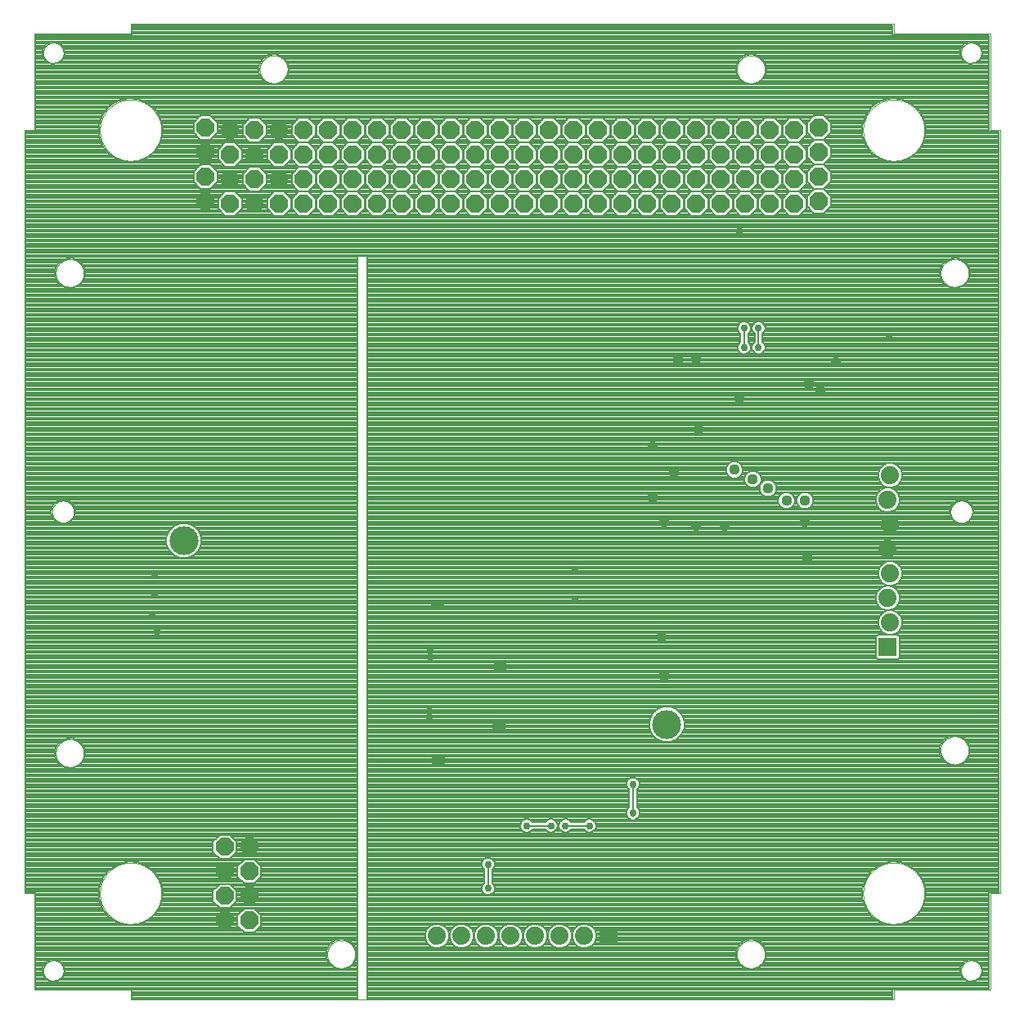
<source format=gbl>
G75*
%MOIN*%
%OFA0B0*%
%FSLAX25Y25*%
%IPPOS*%
%LPD*%
%AMOC8*
5,1,8,0,0,1.08239X$1,22.5*
%
%ADD10C,0.00004*%
%ADD11OC8,0.07400*%
%ADD12R,0.07400X0.07400*%
%ADD13C,0.07400*%
%ADD14C,0.04400*%
%ADD15C,0.02978*%
%ADD16C,0.00800*%
%ADD17R,0.02978X0.02978*%
%ADD18C,0.11811*%
D10*
X0007306Y0019117D02*
X0046676Y0019117D01*
X0046676Y0015180D01*
X0357699Y0015180D01*
X0357699Y0019117D01*
X0397069Y0019117D01*
X0397069Y0058487D01*
X0401006Y0058487D01*
X0401006Y0369510D01*
X0397069Y0369510D01*
X0397069Y0408880D01*
X0357699Y0408880D01*
X0357699Y0412817D01*
X0046676Y0412817D01*
X0046676Y0408880D01*
X0007306Y0408880D01*
X0007306Y0369510D01*
X0003369Y0369510D01*
X0003369Y0058487D01*
X0007306Y0058487D01*
X0007306Y0019117D01*
X0011046Y0026991D02*
X0011048Y0027119D01*
X0011054Y0027247D01*
X0011064Y0027374D01*
X0011078Y0027502D01*
X0011095Y0027628D01*
X0011117Y0027754D01*
X0011143Y0027880D01*
X0011172Y0028004D01*
X0011205Y0028128D01*
X0011242Y0028250D01*
X0011283Y0028371D01*
X0011328Y0028491D01*
X0011376Y0028610D01*
X0011428Y0028727D01*
X0011484Y0028842D01*
X0011543Y0028956D01*
X0011605Y0029067D01*
X0011671Y0029177D01*
X0011740Y0029284D01*
X0011813Y0029390D01*
X0011889Y0029493D01*
X0011968Y0029593D01*
X0012050Y0029692D01*
X0012135Y0029787D01*
X0012223Y0029880D01*
X0012314Y0029970D01*
X0012407Y0030057D01*
X0012504Y0030142D01*
X0012602Y0030223D01*
X0012704Y0030301D01*
X0012807Y0030376D01*
X0012913Y0030448D01*
X0013021Y0030517D01*
X0013131Y0030582D01*
X0013244Y0030643D01*
X0013358Y0030702D01*
X0013473Y0030756D01*
X0013591Y0030807D01*
X0013709Y0030855D01*
X0013830Y0030898D01*
X0013951Y0030938D01*
X0014074Y0030974D01*
X0014198Y0031007D01*
X0014323Y0031035D01*
X0014448Y0031060D01*
X0014574Y0031080D01*
X0014701Y0031097D01*
X0014829Y0031110D01*
X0014956Y0031119D01*
X0015084Y0031124D01*
X0015212Y0031125D01*
X0015340Y0031122D01*
X0015468Y0031115D01*
X0015595Y0031104D01*
X0015722Y0031089D01*
X0015849Y0031071D01*
X0015975Y0031048D01*
X0016100Y0031021D01*
X0016224Y0030991D01*
X0016347Y0030957D01*
X0016470Y0030919D01*
X0016591Y0030877D01*
X0016710Y0030831D01*
X0016828Y0030782D01*
X0016945Y0030729D01*
X0017060Y0030673D01*
X0017173Y0030613D01*
X0017284Y0030550D01*
X0017393Y0030483D01*
X0017500Y0030413D01*
X0017605Y0030339D01*
X0017707Y0030263D01*
X0017807Y0030183D01*
X0017905Y0030100D01*
X0018000Y0030014D01*
X0018092Y0029925D01*
X0018181Y0029834D01*
X0018268Y0029740D01*
X0018351Y0029643D01*
X0018432Y0029543D01*
X0018509Y0029442D01*
X0018584Y0029337D01*
X0018655Y0029231D01*
X0018722Y0029122D01*
X0018787Y0029012D01*
X0018847Y0028899D01*
X0018905Y0028785D01*
X0018958Y0028669D01*
X0019008Y0028551D01*
X0019055Y0028432D01*
X0019098Y0028311D01*
X0019137Y0028189D01*
X0019172Y0028066D01*
X0019203Y0027942D01*
X0019231Y0027817D01*
X0019254Y0027691D01*
X0019274Y0027565D01*
X0019290Y0027438D01*
X0019302Y0027311D01*
X0019310Y0027183D01*
X0019314Y0027055D01*
X0019314Y0026927D01*
X0019310Y0026799D01*
X0019302Y0026671D01*
X0019290Y0026544D01*
X0019274Y0026417D01*
X0019254Y0026291D01*
X0019231Y0026165D01*
X0019203Y0026040D01*
X0019172Y0025916D01*
X0019137Y0025793D01*
X0019098Y0025671D01*
X0019055Y0025550D01*
X0019008Y0025431D01*
X0018958Y0025313D01*
X0018905Y0025197D01*
X0018847Y0025083D01*
X0018787Y0024970D01*
X0018722Y0024860D01*
X0018655Y0024751D01*
X0018584Y0024645D01*
X0018509Y0024540D01*
X0018432Y0024439D01*
X0018351Y0024339D01*
X0018268Y0024242D01*
X0018181Y0024148D01*
X0018092Y0024057D01*
X0018000Y0023968D01*
X0017905Y0023882D01*
X0017807Y0023799D01*
X0017707Y0023719D01*
X0017605Y0023643D01*
X0017500Y0023569D01*
X0017393Y0023499D01*
X0017284Y0023432D01*
X0017173Y0023369D01*
X0017060Y0023309D01*
X0016945Y0023253D01*
X0016828Y0023200D01*
X0016710Y0023151D01*
X0016591Y0023105D01*
X0016470Y0023063D01*
X0016347Y0023025D01*
X0016224Y0022991D01*
X0016100Y0022961D01*
X0015975Y0022934D01*
X0015849Y0022911D01*
X0015722Y0022893D01*
X0015595Y0022878D01*
X0015468Y0022867D01*
X0015340Y0022860D01*
X0015212Y0022857D01*
X0015084Y0022858D01*
X0014956Y0022863D01*
X0014829Y0022872D01*
X0014701Y0022885D01*
X0014574Y0022902D01*
X0014448Y0022922D01*
X0014323Y0022947D01*
X0014198Y0022975D01*
X0014074Y0023008D01*
X0013951Y0023044D01*
X0013830Y0023084D01*
X0013709Y0023127D01*
X0013591Y0023175D01*
X0013473Y0023226D01*
X0013358Y0023280D01*
X0013244Y0023339D01*
X0013131Y0023400D01*
X0013021Y0023465D01*
X0012913Y0023534D01*
X0012807Y0023606D01*
X0012704Y0023681D01*
X0012602Y0023759D01*
X0012504Y0023840D01*
X0012407Y0023925D01*
X0012314Y0024012D01*
X0012223Y0024102D01*
X0012135Y0024195D01*
X0012050Y0024290D01*
X0011968Y0024389D01*
X0011889Y0024489D01*
X0011813Y0024592D01*
X0011740Y0024698D01*
X0011671Y0024805D01*
X0011605Y0024915D01*
X0011543Y0025026D01*
X0011484Y0025140D01*
X0011428Y0025255D01*
X0011376Y0025372D01*
X0011328Y0025491D01*
X0011283Y0025611D01*
X0011242Y0025732D01*
X0011205Y0025854D01*
X0011172Y0025978D01*
X0011143Y0026102D01*
X0011117Y0026228D01*
X0011095Y0026354D01*
X0011078Y0026480D01*
X0011064Y0026608D01*
X0011054Y0026735D01*
X0011048Y0026863D01*
X0011046Y0026991D01*
X0034176Y0058487D02*
X0034180Y0058794D01*
X0034191Y0059100D01*
X0034210Y0059407D01*
X0034236Y0059712D01*
X0034270Y0060017D01*
X0034311Y0060321D01*
X0034360Y0060624D01*
X0034416Y0060926D01*
X0034480Y0061226D01*
X0034551Y0061524D01*
X0034629Y0061821D01*
X0034714Y0062116D01*
X0034807Y0062408D01*
X0034907Y0062698D01*
X0035014Y0062986D01*
X0035128Y0063271D01*
X0035248Y0063553D01*
X0035376Y0063831D01*
X0035511Y0064107D01*
X0035652Y0064379D01*
X0035800Y0064648D01*
X0035954Y0064913D01*
X0036115Y0065174D01*
X0036283Y0065432D01*
X0036456Y0065685D01*
X0036636Y0065933D01*
X0036822Y0066177D01*
X0037013Y0066417D01*
X0037211Y0066652D01*
X0037414Y0066881D01*
X0037623Y0067106D01*
X0037837Y0067326D01*
X0038057Y0067540D01*
X0038282Y0067749D01*
X0038511Y0067952D01*
X0038746Y0068150D01*
X0038986Y0068341D01*
X0039230Y0068527D01*
X0039478Y0068707D01*
X0039731Y0068880D01*
X0039989Y0069048D01*
X0040250Y0069209D01*
X0040515Y0069363D01*
X0040784Y0069511D01*
X0041056Y0069652D01*
X0041332Y0069787D01*
X0041610Y0069915D01*
X0041892Y0070035D01*
X0042177Y0070149D01*
X0042465Y0070256D01*
X0042755Y0070356D01*
X0043047Y0070449D01*
X0043342Y0070534D01*
X0043639Y0070612D01*
X0043937Y0070683D01*
X0044237Y0070747D01*
X0044539Y0070803D01*
X0044842Y0070852D01*
X0045146Y0070893D01*
X0045451Y0070927D01*
X0045756Y0070953D01*
X0046063Y0070972D01*
X0046369Y0070983D01*
X0046676Y0070987D01*
X0046983Y0070983D01*
X0047289Y0070972D01*
X0047596Y0070953D01*
X0047901Y0070927D01*
X0048206Y0070893D01*
X0048510Y0070852D01*
X0048813Y0070803D01*
X0049115Y0070747D01*
X0049415Y0070683D01*
X0049713Y0070612D01*
X0050010Y0070534D01*
X0050305Y0070449D01*
X0050597Y0070356D01*
X0050887Y0070256D01*
X0051175Y0070149D01*
X0051460Y0070035D01*
X0051742Y0069915D01*
X0052020Y0069787D01*
X0052296Y0069652D01*
X0052568Y0069511D01*
X0052837Y0069363D01*
X0053102Y0069209D01*
X0053363Y0069048D01*
X0053621Y0068880D01*
X0053874Y0068707D01*
X0054122Y0068527D01*
X0054366Y0068341D01*
X0054606Y0068150D01*
X0054841Y0067952D01*
X0055070Y0067749D01*
X0055295Y0067540D01*
X0055515Y0067326D01*
X0055729Y0067106D01*
X0055938Y0066881D01*
X0056141Y0066652D01*
X0056339Y0066417D01*
X0056530Y0066177D01*
X0056716Y0065933D01*
X0056896Y0065685D01*
X0057069Y0065432D01*
X0057237Y0065174D01*
X0057398Y0064913D01*
X0057552Y0064648D01*
X0057700Y0064379D01*
X0057841Y0064107D01*
X0057976Y0063831D01*
X0058104Y0063553D01*
X0058224Y0063271D01*
X0058338Y0062986D01*
X0058445Y0062698D01*
X0058545Y0062408D01*
X0058638Y0062116D01*
X0058723Y0061821D01*
X0058801Y0061524D01*
X0058872Y0061226D01*
X0058936Y0060926D01*
X0058992Y0060624D01*
X0059041Y0060321D01*
X0059082Y0060017D01*
X0059116Y0059712D01*
X0059142Y0059407D01*
X0059161Y0059100D01*
X0059172Y0058794D01*
X0059176Y0058487D01*
X0059172Y0058180D01*
X0059161Y0057874D01*
X0059142Y0057567D01*
X0059116Y0057262D01*
X0059082Y0056957D01*
X0059041Y0056653D01*
X0058992Y0056350D01*
X0058936Y0056048D01*
X0058872Y0055748D01*
X0058801Y0055450D01*
X0058723Y0055153D01*
X0058638Y0054858D01*
X0058545Y0054566D01*
X0058445Y0054276D01*
X0058338Y0053988D01*
X0058224Y0053703D01*
X0058104Y0053421D01*
X0057976Y0053143D01*
X0057841Y0052867D01*
X0057700Y0052595D01*
X0057552Y0052326D01*
X0057398Y0052061D01*
X0057237Y0051800D01*
X0057069Y0051542D01*
X0056896Y0051289D01*
X0056716Y0051041D01*
X0056530Y0050797D01*
X0056339Y0050557D01*
X0056141Y0050322D01*
X0055938Y0050093D01*
X0055729Y0049868D01*
X0055515Y0049648D01*
X0055295Y0049434D01*
X0055070Y0049225D01*
X0054841Y0049022D01*
X0054606Y0048824D01*
X0054366Y0048633D01*
X0054122Y0048447D01*
X0053874Y0048267D01*
X0053621Y0048094D01*
X0053363Y0047926D01*
X0053102Y0047765D01*
X0052837Y0047611D01*
X0052568Y0047463D01*
X0052296Y0047322D01*
X0052020Y0047187D01*
X0051742Y0047059D01*
X0051460Y0046939D01*
X0051175Y0046825D01*
X0050887Y0046718D01*
X0050597Y0046618D01*
X0050305Y0046525D01*
X0050010Y0046440D01*
X0049713Y0046362D01*
X0049415Y0046291D01*
X0049115Y0046227D01*
X0048813Y0046171D01*
X0048510Y0046122D01*
X0048206Y0046081D01*
X0047901Y0046047D01*
X0047596Y0046021D01*
X0047289Y0046002D01*
X0046983Y0045991D01*
X0046676Y0045987D01*
X0046369Y0045991D01*
X0046063Y0046002D01*
X0045756Y0046021D01*
X0045451Y0046047D01*
X0045146Y0046081D01*
X0044842Y0046122D01*
X0044539Y0046171D01*
X0044237Y0046227D01*
X0043937Y0046291D01*
X0043639Y0046362D01*
X0043342Y0046440D01*
X0043047Y0046525D01*
X0042755Y0046618D01*
X0042465Y0046718D01*
X0042177Y0046825D01*
X0041892Y0046939D01*
X0041610Y0047059D01*
X0041332Y0047187D01*
X0041056Y0047322D01*
X0040784Y0047463D01*
X0040515Y0047611D01*
X0040250Y0047765D01*
X0039989Y0047926D01*
X0039731Y0048094D01*
X0039478Y0048267D01*
X0039230Y0048447D01*
X0038986Y0048633D01*
X0038746Y0048824D01*
X0038511Y0049022D01*
X0038282Y0049225D01*
X0038057Y0049434D01*
X0037837Y0049648D01*
X0037623Y0049868D01*
X0037414Y0050093D01*
X0037211Y0050322D01*
X0037013Y0050557D01*
X0036822Y0050797D01*
X0036636Y0051041D01*
X0036456Y0051289D01*
X0036283Y0051542D01*
X0036115Y0051800D01*
X0035954Y0052061D01*
X0035800Y0052326D01*
X0035652Y0052595D01*
X0035511Y0052867D01*
X0035376Y0053143D01*
X0035248Y0053421D01*
X0035128Y0053703D01*
X0035014Y0053988D01*
X0034907Y0054276D01*
X0034807Y0054566D01*
X0034714Y0054858D01*
X0034629Y0055153D01*
X0034551Y0055450D01*
X0034480Y0055748D01*
X0034416Y0056048D01*
X0034360Y0056350D01*
X0034311Y0056653D01*
X0034270Y0056957D01*
X0034236Y0057262D01*
X0034210Y0057567D01*
X0034191Y0057874D01*
X0034180Y0058180D01*
X0034176Y0058487D01*
X0016163Y0115573D02*
X0016165Y0115724D01*
X0016171Y0115874D01*
X0016181Y0116025D01*
X0016195Y0116175D01*
X0016213Y0116324D01*
X0016234Y0116474D01*
X0016260Y0116622D01*
X0016290Y0116770D01*
X0016323Y0116917D01*
X0016361Y0117063D01*
X0016402Y0117208D01*
X0016447Y0117352D01*
X0016496Y0117494D01*
X0016549Y0117635D01*
X0016605Y0117775D01*
X0016665Y0117913D01*
X0016728Y0118050D01*
X0016796Y0118185D01*
X0016866Y0118318D01*
X0016940Y0118449D01*
X0017018Y0118578D01*
X0017099Y0118705D01*
X0017183Y0118830D01*
X0017271Y0118953D01*
X0017362Y0119073D01*
X0017456Y0119191D01*
X0017553Y0119306D01*
X0017653Y0119419D01*
X0017756Y0119529D01*
X0017862Y0119636D01*
X0017971Y0119741D01*
X0018082Y0119842D01*
X0018196Y0119941D01*
X0018312Y0120036D01*
X0018432Y0120129D01*
X0018553Y0120218D01*
X0018677Y0120304D01*
X0018803Y0120387D01*
X0018931Y0120466D01*
X0019061Y0120542D01*
X0019193Y0120615D01*
X0019327Y0120683D01*
X0019463Y0120749D01*
X0019601Y0120811D01*
X0019740Y0120869D01*
X0019880Y0120923D01*
X0020022Y0120974D01*
X0020165Y0121021D01*
X0020310Y0121064D01*
X0020455Y0121103D01*
X0020602Y0121139D01*
X0020749Y0121170D01*
X0020897Y0121198D01*
X0021046Y0121222D01*
X0021195Y0121242D01*
X0021345Y0121258D01*
X0021495Y0121270D01*
X0021646Y0121278D01*
X0021797Y0121282D01*
X0021947Y0121282D01*
X0022098Y0121278D01*
X0022249Y0121270D01*
X0022399Y0121258D01*
X0022549Y0121242D01*
X0022698Y0121222D01*
X0022847Y0121198D01*
X0022995Y0121170D01*
X0023142Y0121139D01*
X0023289Y0121103D01*
X0023434Y0121064D01*
X0023579Y0121021D01*
X0023722Y0120974D01*
X0023864Y0120923D01*
X0024004Y0120869D01*
X0024143Y0120811D01*
X0024281Y0120749D01*
X0024417Y0120683D01*
X0024551Y0120615D01*
X0024683Y0120542D01*
X0024813Y0120466D01*
X0024941Y0120387D01*
X0025067Y0120304D01*
X0025191Y0120218D01*
X0025312Y0120129D01*
X0025432Y0120036D01*
X0025548Y0119941D01*
X0025662Y0119842D01*
X0025773Y0119741D01*
X0025882Y0119636D01*
X0025988Y0119529D01*
X0026091Y0119419D01*
X0026191Y0119306D01*
X0026288Y0119191D01*
X0026382Y0119073D01*
X0026473Y0118953D01*
X0026561Y0118830D01*
X0026645Y0118705D01*
X0026726Y0118578D01*
X0026804Y0118449D01*
X0026878Y0118318D01*
X0026948Y0118185D01*
X0027016Y0118050D01*
X0027079Y0117913D01*
X0027139Y0117775D01*
X0027195Y0117635D01*
X0027248Y0117494D01*
X0027297Y0117352D01*
X0027342Y0117208D01*
X0027383Y0117063D01*
X0027421Y0116917D01*
X0027454Y0116770D01*
X0027484Y0116622D01*
X0027510Y0116474D01*
X0027531Y0116324D01*
X0027549Y0116175D01*
X0027563Y0116025D01*
X0027573Y0115874D01*
X0027579Y0115724D01*
X0027581Y0115573D01*
X0027579Y0115422D01*
X0027573Y0115272D01*
X0027563Y0115121D01*
X0027549Y0114971D01*
X0027531Y0114822D01*
X0027510Y0114672D01*
X0027484Y0114524D01*
X0027454Y0114376D01*
X0027421Y0114229D01*
X0027383Y0114083D01*
X0027342Y0113938D01*
X0027297Y0113794D01*
X0027248Y0113652D01*
X0027195Y0113511D01*
X0027139Y0113371D01*
X0027079Y0113233D01*
X0027016Y0113096D01*
X0026948Y0112961D01*
X0026878Y0112828D01*
X0026804Y0112697D01*
X0026726Y0112568D01*
X0026645Y0112441D01*
X0026561Y0112316D01*
X0026473Y0112193D01*
X0026382Y0112073D01*
X0026288Y0111955D01*
X0026191Y0111840D01*
X0026091Y0111727D01*
X0025988Y0111617D01*
X0025882Y0111510D01*
X0025773Y0111405D01*
X0025662Y0111304D01*
X0025548Y0111205D01*
X0025432Y0111110D01*
X0025312Y0111017D01*
X0025191Y0110928D01*
X0025067Y0110842D01*
X0024941Y0110759D01*
X0024813Y0110680D01*
X0024683Y0110604D01*
X0024551Y0110531D01*
X0024417Y0110463D01*
X0024281Y0110397D01*
X0024143Y0110335D01*
X0024004Y0110277D01*
X0023864Y0110223D01*
X0023722Y0110172D01*
X0023579Y0110125D01*
X0023434Y0110082D01*
X0023289Y0110043D01*
X0023142Y0110007D01*
X0022995Y0109976D01*
X0022847Y0109948D01*
X0022698Y0109924D01*
X0022549Y0109904D01*
X0022399Y0109888D01*
X0022249Y0109876D01*
X0022098Y0109868D01*
X0021947Y0109864D01*
X0021797Y0109864D01*
X0021646Y0109868D01*
X0021495Y0109876D01*
X0021345Y0109888D01*
X0021195Y0109904D01*
X0021046Y0109924D01*
X0020897Y0109948D01*
X0020749Y0109976D01*
X0020602Y0110007D01*
X0020455Y0110043D01*
X0020310Y0110082D01*
X0020165Y0110125D01*
X0020022Y0110172D01*
X0019880Y0110223D01*
X0019740Y0110277D01*
X0019601Y0110335D01*
X0019463Y0110397D01*
X0019327Y0110463D01*
X0019193Y0110531D01*
X0019061Y0110604D01*
X0018931Y0110680D01*
X0018803Y0110759D01*
X0018677Y0110842D01*
X0018553Y0110928D01*
X0018432Y0111017D01*
X0018312Y0111110D01*
X0018196Y0111205D01*
X0018082Y0111304D01*
X0017971Y0111405D01*
X0017862Y0111510D01*
X0017756Y0111617D01*
X0017653Y0111727D01*
X0017553Y0111840D01*
X0017456Y0111955D01*
X0017362Y0112073D01*
X0017271Y0112193D01*
X0017183Y0112316D01*
X0017099Y0112441D01*
X0017018Y0112568D01*
X0016940Y0112697D01*
X0016866Y0112828D01*
X0016796Y0112961D01*
X0016728Y0113096D01*
X0016665Y0113233D01*
X0016605Y0113371D01*
X0016549Y0113511D01*
X0016496Y0113652D01*
X0016447Y0113794D01*
X0016402Y0113938D01*
X0016361Y0114083D01*
X0016323Y0114229D01*
X0016290Y0114376D01*
X0016260Y0114524D01*
X0016234Y0114672D01*
X0016213Y0114822D01*
X0016195Y0114971D01*
X0016181Y0115121D01*
X0016171Y0115272D01*
X0016165Y0115422D01*
X0016163Y0115573D01*
X0014668Y0213998D02*
X0014670Y0214131D01*
X0014676Y0214264D01*
X0014686Y0214397D01*
X0014700Y0214529D01*
X0014718Y0214661D01*
X0014739Y0214792D01*
X0014765Y0214923D01*
X0014795Y0215053D01*
X0014828Y0215182D01*
X0014866Y0215309D01*
X0014907Y0215436D01*
X0014952Y0215561D01*
X0015000Y0215685D01*
X0015053Y0215808D01*
X0015109Y0215928D01*
X0015168Y0216047D01*
X0015231Y0216165D01*
X0015298Y0216280D01*
X0015368Y0216393D01*
X0015441Y0216504D01*
X0015518Y0216613D01*
X0015598Y0216720D01*
X0015681Y0216824D01*
X0015767Y0216925D01*
X0015856Y0217024D01*
X0015948Y0217120D01*
X0016042Y0217214D01*
X0016140Y0217304D01*
X0016240Y0217392D01*
X0016343Y0217476D01*
X0016448Y0217558D01*
X0016556Y0217636D01*
X0016666Y0217711D01*
X0016778Y0217783D01*
X0016893Y0217851D01*
X0017009Y0217916D01*
X0017127Y0217977D01*
X0017247Y0218035D01*
X0017368Y0218089D01*
X0017492Y0218139D01*
X0017616Y0218186D01*
X0017742Y0218229D01*
X0017869Y0218268D01*
X0017998Y0218304D01*
X0018127Y0218335D01*
X0018257Y0218363D01*
X0018388Y0218387D01*
X0018520Y0218407D01*
X0018652Y0218423D01*
X0018785Y0218435D01*
X0018917Y0218443D01*
X0019050Y0218447D01*
X0019184Y0218447D01*
X0019317Y0218443D01*
X0019449Y0218435D01*
X0019582Y0218423D01*
X0019714Y0218407D01*
X0019846Y0218387D01*
X0019977Y0218363D01*
X0020107Y0218335D01*
X0020236Y0218304D01*
X0020365Y0218268D01*
X0020492Y0218229D01*
X0020618Y0218186D01*
X0020742Y0218139D01*
X0020866Y0218089D01*
X0020987Y0218035D01*
X0021107Y0217977D01*
X0021225Y0217916D01*
X0021342Y0217851D01*
X0021456Y0217783D01*
X0021568Y0217711D01*
X0021678Y0217636D01*
X0021786Y0217558D01*
X0021891Y0217476D01*
X0021994Y0217392D01*
X0022094Y0217304D01*
X0022192Y0217214D01*
X0022286Y0217120D01*
X0022378Y0217024D01*
X0022467Y0216925D01*
X0022553Y0216824D01*
X0022636Y0216720D01*
X0022716Y0216613D01*
X0022793Y0216504D01*
X0022866Y0216393D01*
X0022936Y0216280D01*
X0023003Y0216165D01*
X0023066Y0216047D01*
X0023125Y0215928D01*
X0023181Y0215808D01*
X0023234Y0215685D01*
X0023282Y0215561D01*
X0023327Y0215436D01*
X0023368Y0215309D01*
X0023406Y0215182D01*
X0023439Y0215053D01*
X0023469Y0214923D01*
X0023495Y0214792D01*
X0023516Y0214661D01*
X0023534Y0214529D01*
X0023548Y0214397D01*
X0023558Y0214264D01*
X0023564Y0214131D01*
X0023566Y0213998D01*
X0023564Y0213865D01*
X0023558Y0213732D01*
X0023548Y0213599D01*
X0023534Y0213467D01*
X0023516Y0213335D01*
X0023495Y0213204D01*
X0023469Y0213073D01*
X0023439Y0212943D01*
X0023406Y0212814D01*
X0023368Y0212687D01*
X0023327Y0212560D01*
X0023282Y0212435D01*
X0023234Y0212311D01*
X0023181Y0212188D01*
X0023125Y0212068D01*
X0023066Y0211949D01*
X0023003Y0211831D01*
X0022936Y0211716D01*
X0022866Y0211603D01*
X0022793Y0211492D01*
X0022716Y0211383D01*
X0022636Y0211276D01*
X0022553Y0211172D01*
X0022467Y0211071D01*
X0022378Y0210972D01*
X0022286Y0210876D01*
X0022192Y0210782D01*
X0022094Y0210692D01*
X0021994Y0210604D01*
X0021891Y0210520D01*
X0021786Y0210438D01*
X0021678Y0210360D01*
X0021568Y0210285D01*
X0021456Y0210213D01*
X0021341Y0210145D01*
X0021225Y0210080D01*
X0021107Y0210019D01*
X0020987Y0209961D01*
X0020866Y0209907D01*
X0020742Y0209857D01*
X0020618Y0209810D01*
X0020492Y0209767D01*
X0020365Y0209728D01*
X0020236Y0209692D01*
X0020107Y0209661D01*
X0019977Y0209633D01*
X0019846Y0209609D01*
X0019714Y0209589D01*
X0019582Y0209573D01*
X0019449Y0209561D01*
X0019317Y0209553D01*
X0019184Y0209549D01*
X0019050Y0209549D01*
X0018917Y0209553D01*
X0018785Y0209561D01*
X0018652Y0209573D01*
X0018520Y0209589D01*
X0018388Y0209609D01*
X0018257Y0209633D01*
X0018127Y0209661D01*
X0017998Y0209692D01*
X0017869Y0209728D01*
X0017742Y0209767D01*
X0017616Y0209810D01*
X0017492Y0209857D01*
X0017368Y0209907D01*
X0017247Y0209961D01*
X0017127Y0210019D01*
X0017009Y0210080D01*
X0016892Y0210145D01*
X0016778Y0210213D01*
X0016666Y0210285D01*
X0016556Y0210360D01*
X0016448Y0210438D01*
X0016343Y0210520D01*
X0016240Y0210604D01*
X0016140Y0210692D01*
X0016042Y0210782D01*
X0015948Y0210876D01*
X0015856Y0210972D01*
X0015767Y0211071D01*
X0015681Y0211172D01*
X0015598Y0211276D01*
X0015518Y0211383D01*
X0015441Y0211492D01*
X0015368Y0211603D01*
X0015298Y0211716D01*
X0015231Y0211831D01*
X0015168Y0211949D01*
X0015109Y0212068D01*
X0015053Y0212188D01*
X0015000Y0212311D01*
X0014952Y0212435D01*
X0014907Y0212560D01*
X0014866Y0212687D01*
X0014828Y0212814D01*
X0014795Y0212943D01*
X0014765Y0213073D01*
X0014739Y0213204D01*
X0014718Y0213335D01*
X0014700Y0213467D01*
X0014686Y0213599D01*
X0014676Y0213732D01*
X0014670Y0213865D01*
X0014668Y0213998D01*
X0016163Y0311243D02*
X0016165Y0311394D01*
X0016171Y0311544D01*
X0016181Y0311695D01*
X0016195Y0311845D01*
X0016213Y0311994D01*
X0016234Y0312144D01*
X0016260Y0312292D01*
X0016290Y0312440D01*
X0016323Y0312587D01*
X0016361Y0312733D01*
X0016402Y0312878D01*
X0016447Y0313022D01*
X0016496Y0313164D01*
X0016549Y0313305D01*
X0016605Y0313445D01*
X0016665Y0313583D01*
X0016728Y0313720D01*
X0016796Y0313855D01*
X0016866Y0313988D01*
X0016940Y0314119D01*
X0017018Y0314248D01*
X0017099Y0314375D01*
X0017183Y0314500D01*
X0017271Y0314623D01*
X0017362Y0314743D01*
X0017456Y0314861D01*
X0017553Y0314976D01*
X0017653Y0315089D01*
X0017756Y0315199D01*
X0017862Y0315306D01*
X0017971Y0315411D01*
X0018082Y0315512D01*
X0018196Y0315611D01*
X0018312Y0315706D01*
X0018432Y0315799D01*
X0018553Y0315888D01*
X0018677Y0315974D01*
X0018803Y0316057D01*
X0018931Y0316136D01*
X0019061Y0316212D01*
X0019193Y0316285D01*
X0019327Y0316353D01*
X0019463Y0316419D01*
X0019601Y0316481D01*
X0019740Y0316539D01*
X0019880Y0316593D01*
X0020022Y0316644D01*
X0020165Y0316691D01*
X0020310Y0316734D01*
X0020455Y0316773D01*
X0020602Y0316809D01*
X0020749Y0316840D01*
X0020897Y0316868D01*
X0021046Y0316892D01*
X0021195Y0316912D01*
X0021345Y0316928D01*
X0021495Y0316940D01*
X0021646Y0316948D01*
X0021797Y0316952D01*
X0021947Y0316952D01*
X0022098Y0316948D01*
X0022249Y0316940D01*
X0022399Y0316928D01*
X0022549Y0316912D01*
X0022698Y0316892D01*
X0022847Y0316868D01*
X0022995Y0316840D01*
X0023142Y0316809D01*
X0023289Y0316773D01*
X0023434Y0316734D01*
X0023579Y0316691D01*
X0023722Y0316644D01*
X0023864Y0316593D01*
X0024004Y0316539D01*
X0024143Y0316481D01*
X0024281Y0316419D01*
X0024417Y0316353D01*
X0024551Y0316285D01*
X0024683Y0316212D01*
X0024813Y0316136D01*
X0024941Y0316057D01*
X0025067Y0315974D01*
X0025191Y0315888D01*
X0025312Y0315799D01*
X0025432Y0315706D01*
X0025548Y0315611D01*
X0025662Y0315512D01*
X0025773Y0315411D01*
X0025882Y0315306D01*
X0025988Y0315199D01*
X0026091Y0315089D01*
X0026191Y0314976D01*
X0026288Y0314861D01*
X0026382Y0314743D01*
X0026473Y0314623D01*
X0026561Y0314500D01*
X0026645Y0314375D01*
X0026726Y0314248D01*
X0026804Y0314119D01*
X0026878Y0313988D01*
X0026948Y0313855D01*
X0027016Y0313720D01*
X0027079Y0313583D01*
X0027139Y0313445D01*
X0027195Y0313305D01*
X0027248Y0313164D01*
X0027297Y0313022D01*
X0027342Y0312878D01*
X0027383Y0312733D01*
X0027421Y0312587D01*
X0027454Y0312440D01*
X0027484Y0312292D01*
X0027510Y0312144D01*
X0027531Y0311994D01*
X0027549Y0311845D01*
X0027563Y0311695D01*
X0027573Y0311544D01*
X0027579Y0311394D01*
X0027581Y0311243D01*
X0027579Y0311092D01*
X0027573Y0310942D01*
X0027563Y0310791D01*
X0027549Y0310641D01*
X0027531Y0310492D01*
X0027510Y0310342D01*
X0027484Y0310194D01*
X0027454Y0310046D01*
X0027421Y0309899D01*
X0027383Y0309753D01*
X0027342Y0309608D01*
X0027297Y0309464D01*
X0027248Y0309322D01*
X0027195Y0309181D01*
X0027139Y0309041D01*
X0027079Y0308903D01*
X0027016Y0308766D01*
X0026948Y0308631D01*
X0026878Y0308498D01*
X0026804Y0308367D01*
X0026726Y0308238D01*
X0026645Y0308111D01*
X0026561Y0307986D01*
X0026473Y0307863D01*
X0026382Y0307743D01*
X0026288Y0307625D01*
X0026191Y0307510D01*
X0026091Y0307397D01*
X0025988Y0307287D01*
X0025882Y0307180D01*
X0025773Y0307075D01*
X0025662Y0306974D01*
X0025548Y0306875D01*
X0025432Y0306780D01*
X0025312Y0306687D01*
X0025191Y0306598D01*
X0025067Y0306512D01*
X0024941Y0306429D01*
X0024813Y0306350D01*
X0024683Y0306274D01*
X0024551Y0306201D01*
X0024417Y0306133D01*
X0024281Y0306067D01*
X0024143Y0306005D01*
X0024004Y0305947D01*
X0023864Y0305893D01*
X0023722Y0305842D01*
X0023579Y0305795D01*
X0023434Y0305752D01*
X0023289Y0305713D01*
X0023142Y0305677D01*
X0022995Y0305646D01*
X0022847Y0305618D01*
X0022698Y0305594D01*
X0022549Y0305574D01*
X0022399Y0305558D01*
X0022249Y0305546D01*
X0022098Y0305538D01*
X0021947Y0305534D01*
X0021797Y0305534D01*
X0021646Y0305538D01*
X0021495Y0305546D01*
X0021345Y0305558D01*
X0021195Y0305574D01*
X0021046Y0305594D01*
X0020897Y0305618D01*
X0020749Y0305646D01*
X0020602Y0305677D01*
X0020455Y0305713D01*
X0020310Y0305752D01*
X0020165Y0305795D01*
X0020022Y0305842D01*
X0019880Y0305893D01*
X0019740Y0305947D01*
X0019601Y0306005D01*
X0019463Y0306067D01*
X0019327Y0306133D01*
X0019193Y0306201D01*
X0019061Y0306274D01*
X0018931Y0306350D01*
X0018803Y0306429D01*
X0018677Y0306512D01*
X0018553Y0306598D01*
X0018432Y0306687D01*
X0018312Y0306780D01*
X0018196Y0306875D01*
X0018082Y0306974D01*
X0017971Y0307075D01*
X0017862Y0307180D01*
X0017756Y0307287D01*
X0017653Y0307397D01*
X0017553Y0307510D01*
X0017456Y0307625D01*
X0017362Y0307743D01*
X0017271Y0307863D01*
X0017183Y0307986D01*
X0017099Y0308111D01*
X0017018Y0308238D01*
X0016940Y0308367D01*
X0016866Y0308498D01*
X0016796Y0308631D01*
X0016728Y0308766D01*
X0016665Y0308903D01*
X0016605Y0309041D01*
X0016549Y0309181D01*
X0016496Y0309322D01*
X0016447Y0309464D01*
X0016402Y0309608D01*
X0016361Y0309753D01*
X0016323Y0309899D01*
X0016290Y0310046D01*
X0016260Y0310194D01*
X0016234Y0310342D01*
X0016213Y0310492D01*
X0016195Y0310641D01*
X0016181Y0310791D01*
X0016171Y0310942D01*
X0016165Y0311092D01*
X0016163Y0311243D01*
X0034176Y0369510D02*
X0034180Y0369817D01*
X0034191Y0370123D01*
X0034210Y0370430D01*
X0034236Y0370735D01*
X0034270Y0371040D01*
X0034311Y0371344D01*
X0034360Y0371647D01*
X0034416Y0371949D01*
X0034480Y0372249D01*
X0034551Y0372547D01*
X0034629Y0372844D01*
X0034714Y0373139D01*
X0034807Y0373431D01*
X0034907Y0373721D01*
X0035014Y0374009D01*
X0035128Y0374294D01*
X0035248Y0374576D01*
X0035376Y0374854D01*
X0035511Y0375130D01*
X0035652Y0375402D01*
X0035800Y0375671D01*
X0035954Y0375936D01*
X0036115Y0376197D01*
X0036283Y0376455D01*
X0036456Y0376708D01*
X0036636Y0376956D01*
X0036822Y0377200D01*
X0037013Y0377440D01*
X0037211Y0377675D01*
X0037414Y0377904D01*
X0037623Y0378129D01*
X0037837Y0378349D01*
X0038057Y0378563D01*
X0038282Y0378772D01*
X0038511Y0378975D01*
X0038746Y0379173D01*
X0038986Y0379364D01*
X0039230Y0379550D01*
X0039478Y0379730D01*
X0039731Y0379903D01*
X0039989Y0380071D01*
X0040250Y0380232D01*
X0040515Y0380386D01*
X0040784Y0380534D01*
X0041056Y0380675D01*
X0041332Y0380810D01*
X0041610Y0380938D01*
X0041892Y0381058D01*
X0042177Y0381172D01*
X0042465Y0381279D01*
X0042755Y0381379D01*
X0043047Y0381472D01*
X0043342Y0381557D01*
X0043639Y0381635D01*
X0043937Y0381706D01*
X0044237Y0381770D01*
X0044539Y0381826D01*
X0044842Y0381875D01*
X0045146Y0381916D01*
X0045451Y0381950D01*
X0045756Y0381976D01*
X0046063Y0381995D01*
X0046369Y0382006D01*
X0046676Y0382010D01*
X0046983Y0382006D01*
X0047289Y0381995D01*
X0047596Y0381976D01*
X0047901Y0381950D01*
X0048206Y0381916D01*
X0048510Y0381875D01*
X0048813Y0381826D01*
X0049115Y0381770D01*
X0049415Y0381706D01*
X0049713Y0381635D01*
X0050010Y0381557D01*
X0050305Y0381472D01*
X0050597Y0381379D01*
X0050887Y0381279D01*
X0051175Y0381172D01*
X0051460Y0381058D01*
X0051742Y0380938D01*
X0052020Y0380810D01*
X0052296Y0380675D01*
X0052568Y0380534D01*
X0052837Y0380386D01*
X0053102Y0380232D01*
X0053363Y0380071D01*
X0053621Y0379903D01*
X0053874Y0379730D01*
X0054122Y0379550D01*
X0054366Y0379364D01*
X0054606Y0379173D01*
X0054841Y0378975D01*
X0055070Y0378772D01*
X0055295Y0378563D01*
X0055515Y0378349D01*
X0055729Y0378129D01*
X0055938Y0377904D01*
X0056141Y0377675D01*
X0056339Y0377440D01*
X0056530Y0377200D01*
X0056716Y0376956D01*
X0056896Y0376708D01*
X0057069Y0376455D01*
X0057237Y0376197D01*
X0057398Y0375936D01*
X0057552Y0375671D01*
X0057700Y0375402D01*
X0057841Y0375130D01*
X0057976Y0374854D01*
X0058104Y0374576D01*
X0058224Y0374294D01*
X0058338Y0374009D01*
X0058445Y0373721D01*
X0058545Y0373431D01*
X0058638Y0373139D01*
X0058723Y0372844D01*
X0058801Y0372547D01*
X0058872Y0372249D01*
X0058936Y0371949D01*
X0058992Y0371647D01*
X0059041Y0371344D01*
X0059082Y0371040D01*
X0059116Y0370735D01*
X0059142Y0370430D01*
X0059161Y0370123D01*
X0059172Y0369817D01*
X0059176Y0369510D01*
X0059172Y0369203D01*
X0059161Y0368897D01*
X0059142Y0368590D01*
X0059116Y0368285D01*
X0059082Y0367980D01*
X0059041Y0367676D01*
X0058992Y0367373D01*
X0058936Y0367071D01*
X0058872Y0366771D01*
X0058801Y0366473D01*
X0058723Y0366176D01*
X0058638Y0365881D01*
X0058545Y0365589D01*
X0058445Y0365299D01*
X0058338Y0365011D01*
X0058224Y0364726D01*
X0058104Y0364444D01*
X0057976Y0364166D01*
X0057841Y0363890D01*
X0057700Y0363618D01*
X0057552Y0363349D01*
X0057398Y0363084D01*
X0057237Y0362823D01*
X0057069Y0362565D01*
X0056896Y0362312D01*
X0056716Y0362064D01*
X0056530Y0361820D01*
X0056339Y0361580D01*
X0056141Y0361345D01*
X0055938Y0361116D01*
X0055729Y0360891D01*
X0055515Y0360671D01*
X0055295Y0360457D01*
X0055070Y0360248D01*
X0054841Y0360045D01*
X0054606Y0359847D01*
X0054366Y0359656D01*
X0054122Y0359470D01*
X0053874Y0359290D01*
X0053621Y0359117D01*
X0053363Y0358949D01*
X0053102Y0358788D01*
X0052837Y0358634D01*
X0052568Y0358486D01*
X0052296Y0358345D01*
X0052020Y0358210D01*
X0051742Y0358082D01*
X0051460Y0357962D01*
X0051175Y0357848D01*
X0050887Y0357741D01*
X0050597Y0357641D01*
X0050305Y0357548D01*
X0050010Y0357463D01*
X0049713Y0357385D01*
X0049415Y0357314D01*
X0049115Y0357250D01*
X0048813Y0357194D01*
X0048510Y0357145D01*
X0048206Y0357104D01*
X0047901Y0357070D01*
X0047596Y0357044D01*
X0047289Y0357025D01*
X0046983Y0357014D01*
X0046676Y0357010D01*
X0046369Y0357014D01*
X0046063Y0357025D01*
X0045756Y0357044D01*
X0045451Y0357070D01*
X0045146Y0357104D01*
X0044842Y0357145D01*
X0044539Y0357194D01*
X0044237Y0357250D01*
X0043937Y0357314D01*
X0043639Y0357385D01*
X0043342Y0357463D01*
X0043047Y0357548D01*
X0042755Y0357641D01*
X0042465Y0357741D01*
X0042177Y0357848D01*
X0041892Y0357962D01*
X0041610Y0358082D01*
X0041332Y0358210D01*
X0041056Y0358345D01*
X0040784Y0358486D01*
X0040515Y0358634D01*
X0040250Y0358788D01*
X0039989Y0358949D01*
X0039731Y0359117D01*
X0039478Y0359290D01*
X0039230Y0359470D01*
X0038986Y0359656D01*
X0038746Y0359847D01*
X0038511Y0360045D01*
X0038282Y0360248D01*
X0038057Y0360457D01*
X0037837Y0360671D01*
X0037623Y0360891D01*
X0037414Y0361116D01*
X0037211Y0361345D01*
X0037013Y0361580D01*
X0036822Y0361820D01*
X0036636Y0362064D01*
X0036456Y0362312D01*
X0036283Y0362565D01*
X0036115Y0362823D01*
X0035954Y0363084D01*
X0035800Y0363349D01*
X0035652Y0363618D01*
X0035511Y0363890D01*
X0035376Y0364166D01*
X0035248Y0364444D01*
X0035128Y0364726D01*
X0035014Y0365011D01*
X0034907Y0365299D01*
X0034807Y0365589D01*
X0034714Y0365881D01*
X0034629Y0366176D01*
X0034551Y0366473D01*
X0034480Y0366771D01*
X0034416Y0367071D01*
X0034360Y0367373D01*
X0034311Y0367676D01*
X0034270Y0367980D01*
X0034236Y0368285D01*
X0034210Y0368590D01*
X0034191Y0368897D01*
X0034180Y0369203D01*
X0034176Y0369510D01*
X0011046Y0401006D02*
X0011048Y0401134D01*
X0011054Y0401262D01*
X0011064Y0401389D01*
X0011078Y0401517D01*
X0011095Y0401643D01*
X0011117Y0401769D01*
X0011143Y0401895D01*
X0011172Y0402019D01*
X0011205Y0402143D01*
X0011242Y0402265D01*
X0011283Y0402386D01*
X0011328Y0402506D01*
X0011376Y0402625D01*
X0011428Y0402742D01*
X0011484Y0402857D01*
X0011543Y0402971D01*
X0011605Y0403082D01*
X0011671Y0403192D01*
X0011740Y0403299D01*
X0011813Y0403405D01*
X0011889Y0403508D01*
X0011968Y0403608D01*
X0012050Y0403707D01*
X0012135Y0403802D01*
X0012223Y0403895D01*
X0012314Y0403985D01*
X0012407Y0404072D01*
X0012504Y0404157D01*
X0012602Y0404238D01*
X0012704Y0404316D01*
X0012807Y0404391D01*
X0012913Y0404463D01*
X0013021Y0404532D01*
X0013131Y0404597D01*
X0013244Y0404658D01*
X0013358Y0404717D01*
X0013473Y0404771D01*
X0013591Y0404822D01*
X0013709Y0404870D01*
X0013830Y0404913D01*
X0013951Y0404953D01*
X0014074Y0404989D01*
X0014198Y0405022D01*
X0014323Y0405050D01*
X0014448Y0405075D01*
X0014574Y0405095D01*
X0014701Y0405112D01*
X0014829Y0405125D01*
X0014956Y0405134D01*
X0015084Y0405139D01*
X0015212Y0405140D01*
X0015340Y0405137D01*
X0015468Y0405130D01*
X0015595Y0405119D01*
X0015722Y0405104D01*
X0015849Y0405086D01*
X0015975Y0405063D01*
X0016100Y0405036D01*
X0016224Y0405006D01*
X0016347Y0404972D01*
X0016470Y0404934D01*
X0016591Y0404892D01*
X0016710Y0404846D01*
X0016828Y0404797D01*
X0016945Y0404744D01*
X0017060Y0404688D01*
X0017173Y0404628D01*
X0017284Y0404565D01*
X0017393Y0404498D01*
X0017500Y0404428D01*
X0017605Y0404354D01*
X0017707Y0404278D01*
X0017807Y0404198D01*
X0017905Y0404115D01*
X0018000Y0404029D01*
X0018092Y0403940D01*
X0018181Y0403849D01*
X0018268Y0403755D01*
X0018351Y0403658D01*
X0018432Y0403558D01*
X0018509Y0403457D01*
X0018584Y0403352D01*
X0018655Y0403246D01*
X0018722Y0403137D01*
X0018787Y0403027D01*
X0018847Y0402914D01*
X0018905Y0402800D01*
X0018958Y0402684D01*
X0019008Y0402566D01*
X0019055Y0402447D01*
X0019098Y0402326D01*
X0019137Y0402204D01*
X0019172Y0402081D01*
X0019203Y0401957D01*
X0019231Y0401832D01*
X0019254Y0401706D01*
X0019274Y0401580D01*
X0019290Y0401453D01*
X0019302Y0401326D01*
X0019310Y0401198D01*
X0019314Y0401070D01*
X0019314Y0400942D01*
X0019310Y0400814D01*
X0019302Y0400686D01*
X0019290Y0400559D01*
X0019274Y0400432D01*
X0019254Y0400306D01*
X0019231Y0400180D01*
X0019203Y0400055D01*
X0019172Y0399931D01*
X0019137Y0399808D01*
X0019098Y0399686D01*
X0019055Y0399565D01*
X0019008Y0399446D01*
X0018958Y0399328D01*
X0018905Y0399212D01*
X0018847Y0399098D01*
X0018787Y0398985D01*
X0018722Y0398875D01*
X0018655Y0398766D01*
X0018584Y0398660D01*
X0018509Y0398555D01*
X0018432Y0398454D01*
X0018351Y0398354D01*
X0018268Y0398257D01*
X0018181Y0398163D01*
X0018092Y0398072D01*
X0018000Y0397983D01*
X0017905Y0397897D01*
X0017807Y0397814D01*
X0017707Y0397734D01*
X0017605Y0397658D01*
X0017500Y0397584D01*
X0017393Y0397514D01*
X0017284Y0397447D01*
X0017173Y0397384D01*
X0017060Y0397324D01*
X0016945Y0397268D01*
X0016828Y0397215D01*
X0016710Y0397166D01*
X0016591Y0397120D01*
X0016470Y0397078D01*
X0016347Y0397040D01*
X0016224Y0397006D01*
X0016100Y0396976D01*
X0015975Y0396949D01*
X0015849Y0396926D01*
X0015722Y0396908D01*
X0015595Y0396893D01*
X0015468Y0396882D01*
X0015340Y0396875D01*
X0015212Y0396872D01*
X0015084Y0396873D01*
X0014956Y0396878D01*
X0014829Y0396887D01*
X0014701Y0396900D01*
X0014574Y0396917D01*
X0014448Y0396937D01*
X0014323Y0396962D01*
X0014198Y0396990D01*
X0014074Y0397023D01*
X0013951Y0397059D01*
X0013830Y0397099D01*
X0013709Y0397142D01*
X0013591Y0397190D01*
X0013473Y0397241D01*
X0013358Y0397295D01*
X0013244Y0397354D01*
X0013131Y0397415D01*
X0013021Y0397480D01*
X0012913Y0397549D01*
X0012807Y0397621D01*
X0012704Y0397696D01*
X0012602Y0397774D01*
X0012504Y0397855D01*
X0012407Y0397940D01*
X0012314Y0398027D01*
X0012223Y0398117D01*
X0012135Y0398210D01*
X0012050Y0398305D01*
X0011968Y0398404D01*
X0011889Y0398504D01*
X0011813Y0398607D01*
X0011740Y0398713D01*
X0011671Y0398820D01*
X0011605Y0398930D01*
X0011543Y0399041D01*
X0011484Y0399155D01*
X0011428Y0399270D01*
X0011376Y0399387D01*
X0011328Y0399506D01*
X0011283Y0399626D01*
X0011242Y0399747D01*
X0011205Y0399869D01*
X0011172Y0399993D01*
X0011143Y0400117D01*
X0011117Y0400243D01*
X0011095Y0400369D01*
X0011078Y0400495D01*
X0011064Y0400623D01*
X0011054Y0400750D01*
X0011048Y0400878D01*
X0011046Y0401006D01*
X0099234Y0394313D02*
X0099236Y0394464D01*
X0099242Y0394614D01*
X0099252Y0394765D01*
X0099266Y0394915D01*
X0099284Y0395064D01*
X0099305Y0395214D01*
X0099331Y0395362D01*
X0099361Y0395510D01*
X0099394Y0395657D01*
X0099432Y0395803D01*
X0099473Y0395948D01*
X0099518Y0396092D01*
X0099567Y0396234D01*
X0099620Y0396375D01*
X0099676Y0396515D01*
X0099736Y0396653D01*
X0099799Y0396790D01*
X0099867Y0396925D01*
X0099937Y0397058D01*
X0100011Y0397189D01*
X0100089Y0397318D01*
X0100170Y0397445D01*
X0100254Y0397570D01*
X0100342Y0397693D01*
X0100433Y0397813D01*
X0100527Y0397931D01*
X0100624Y0398046D01*
X0100724Y0398159D01*
X0100827Y0398269D01*
X0100933Y0398376D01*
X0101042Y0398481D01*
X0101153Y0398582D01*
X0101267Y0398681D01*
X0101383Y0398776D01*
X0101503Y0398869D01*
X0101624Y0398958D01*
X0101748Y0399044D01*
X0101874Y0399127D01*
X0102002Y0399206D01*
X0102132Y0399282D01*
X0102264Y0399355D01*
X0102398Y0399423D01*
X0102534Y0399489D01*
X0102672Y0399551D01*
X0102811Y0399609D01*
X0102951Y0399663D01*
X0103093Y0399714D01*
X0103236Y0399761D01*
X0103381Y0399804D01*
X0103526Y0399843D01*
X0103673Y0399879D01*
X0103820Y0399910D01*
X0103968Y0399938D01*
X0104117Y0399962D01*
X0104266Y0399982D01*
X0104416Y0399998D01*
X0104566Y0400010D01*
X0104717Y0400018D01*
X0104868Y0400022D01*
X0105018Y0400022D01*
X0105169Y0400018D01*
X0105320Y0400010D01*
X0105470Y0399998D01*
X0105620Y0399982D01*
X0105769Y0399962D01*
X0105918Y0399938D01*
X0106066Y0399910D01*
X0106213Y0399879D01*
X0106360Y0399843D01*
X0106505Y0399804D01*
X0106650Y0399761D01*
X0106793Y0399714D01*
X0106935Y0399663D01*
X0107075Y0399609D01*
X0107214Y0399551D01*
X0107352Y0399489D01*
X0107488Y0399423D01*
X0107622Y0399355D01*
X0107754Y0399282D01*
X0107884Y0399206D01*
X0108012Y0399127D01*
X0108138Y0399044D01*
X0108262Y0398958D01*
X0108383Y0398869D01*
X0108503Y0398776D01*
X0108619Y0398681D01*
X0108733Y0398582D01*
X0108844Y0398481D01*
X0108953Y0398376D01*
X0109059Y0398269D01*
X0109162Y0398159D01*
X0109262Y0398046D01*
X0109359Y0397931D01*
X0109453Y0397813D01*
X0109544Y0397693D01*
X0109632Y0397570D01*
X0109716Y0397445D01*
X0109797Y0397318D01*
X0109875Y0397189D01*
X0109949Y0397058D01*
X0110019Y0396925D01*
X0110087Y0396790D01*
X0110150Y0396653D01*
X0110210Y0396515D01*
X0110266Y0396375D01*
X0110319Y0396234D01*
X0110368Y0396092D01*
X0110413Y0395948D01*
X0110454Y0395803D01*
X0110492Y0395657D01*
X0110525Y0395510D01*
X0110555Y0395362D01*
X0110581Y0395214D01*
X0110602Y0395064D01*
X0110620Y0394915D01*
X0110634Y0394765D01*
X0110644Y0394614D01*
X0110650Y0394464D01*
X0110652Y0394313D01*
X0110650Y0394162D01*
X0110644Y0394012D01*
X0110634Y0393861D01*
X0110620Y0393711D01*
X0110602Y0393562D01*
X0110581Y0393412D01*
X0110555Y0393264D01*
X0110525Y0393116D01*
X0110492Y0392969D01*
X0110454Y0392823D01*
X0110413Y0392678D01*
X0110368Y0392534D01*
X0110319Y0392392D01*
X0110266Y0392251D01*
X0110210Y0392111D01*
X0110150Y0391973D01*
X0110087Y0391836D01*
X0110019Y0391701D01*
X0109949Y0391568D01*
X0109875Y0391437D01*
X0109797Y0391308D01*
X0109716Y0391181D01*
X0109632Y0391056D01*
X0109544Y0390933D01*
X0109453Y0390813D01*
X0109359Y0390695D01*
X0109262Y0390580D01*
X0109162Y0390467D01*
X0109059Y0390357D01*
X0108953Y0390250D01*
X0108844Y0390145D01*
X0108733Y0390044D01*
X0108619Y0389945D01*
X0108503Y0389850D01*
X0108383Y0389757D01*
X0108262Y0389668D01*
X0108138Y0389582D01*
X0108012Y0389499D01*
X0107884Y0389420D01*
X0107754Y0389344D01*
X0107622Y0389271D01*
X0107488Y0389203D01*
X0107352Y0389137D01*
X0107214Y0389075D01*
X0107075Y0389017D01*
X0106935Y0388963D01*
X0106793Y0388912D01*
X0106650Y0388865D01*
X0106505Y0388822D01*
X0106360Y0388783D01*
X0106213Y0388747D01*
X0106066Y0388716D01*
X0105918Y0388688D01*
X0105769Y0388664D01*
X0105620Y0388644D01*
X0105470Y0388628D01*
X0105320Y0388616D01*
X0105169Y0388608D01*
X0105018Y0388604D01*
X0104868Y0388604D01*
X0104717Y0388608D01*
X0104566Y0388616D01*
X0104416Y0388628D01*
X0104266Y0388644D01*
X0104117Y0388664D01*
X0103968Y0388688D01*
X0103820Y0388716D01*
X0103673Y0388747D01*
X0103526Y0388783D01*
X0103381Y0388822D01*
X0103236Y0388865D01*
X0103093Y0388912D01*
X0102951Y0388963D01*
X0102811Y0389017D01*
X0102672Y0389075D01*
X0102534Y0389137D01*
X0102398Y0389203D01*
X0102264Y0389271D01*
X0102132Y0389344D01*
X0102002Y0389420D01*
X0101874Y0389499D01*
X0101748Y0389582D01*
X0101624Y0389668D01*
X0101503Y0389757D01*
X0101383Y0389850D01*
X0101267Y0389945D01*
X0101153Y0390044D01*
X0101042Y0390145D01*
X0100933Y0390250D01*
X0100827Y0390357D01*
X0100724Y0390467D01*
X0100624Y0390580D01*
X0100527Y0390695D01*
X0100433Y0390813D01*
X0100342Y0390933D01*
X0100254Y0391056D01*
X0100170Y0391181D01*
X0100089Y0391308D01*
X0100011Y0391437D01*
X0099937Y0391568D01*
X0099867Y0391701D01*
X0099799Y0391836D01*
X0099736Y0391973D01*
X0099676Y0392111D01*
X0099620Y0392251D01*
X0099567Y0392392D01*
X0099518Y0392534D01*
X0099473Y0392678D01*
X0099432Y0392823D01*
X0099394Y0392969D01*
X0099361Y0393116D01*
X0099331Y0393264D01*
X0099305Y0393412D01*
X0099284Y0393562D01*
X0099266Y0393711D01*
X0099252Y0393861D01*
X0099242Y0394012D01*
X0099236Y0394162D01*
X0099234Y0394313D01*
X0293722Y0394313D02*
X0293724Y0394464D01*
X0293730Y0394614D01*
X0293740Y0394765D01*
X0293754Y0394915D01*
X0293772Y0395064D01*
X0293793Y0395214D01*
X0293819Y0395362D01*
X0293849Y0395510D01*
X0293882Y0395657D01*
X0293920Y0395803D01*
X0293961Y0395948D01*
X0294006Y0396092D01*
X0294055Y0396234D01*
X0294108Y0396375D01*
X0294164Y0396515D01*
X0294224Y0396653D01*
X0294287Y0396790D01*
X0294355Y0396925D01*
X0294425Y0397058D01*
X0294499Y0397189D01*
X0294577Y0397318D01*
X0294658Y0397445D01*
X0294742Y0397570D01*
X0294830Y0397693D01*
X0294921Y0397813D01*
X0295015Y0397931D01*
X0295112Y0398046D01*
X0295212Y0398159D01*
X0295315Y0398269D01*
X0295421Y0398376D01*
X0295530Y0398481D01*
X0295641Y0398582D01*
X0295755Y0398681D01*
X0295871Y0398776D01*
X0295991Y0398869D01*
X0296112Y0398958D01*
X0296236Y0399044D01*
X0296362Y0399127D01*
X0296490Y0399206D01*
X0296620Y0399282D01*
X0296752Y0399355D01*
X0296886Y0399423D01*
X0297022Y0399489D01*
X0297160Y0399551D01*
X0297299Y0399609D01*
X0297439Y0399663D01*
X0297581Y0399714D01*
X0297724Y0399761D01*
X0297869Y0399804D01*
X0298014Y0399843D01*
X0298161Y0399879D01*
X0298308Y0399910D01*
X0298456Y0399938D01*
X0298605Y0399962D01*
X0298754Y0399982D01*
X0298904Y0399998D01*
X0299054Y0400010D01*
X0299205Y0400018D01*
X0299356Y0400022D01*
X0299506Y0400022D01*
X0299657Y0400018D01*
X0299808Y0400010D01*
X0299958Y0399998D01*
X0300108Y0399982D01*
X0300257Y0399962D01*
X0300406Y0399938D01*
X0300554Y0399910D01*
X0300701Y0399879D01*
X0300848Y0399843D01*
X0300993Y0399804D01*
X0301138Y0399761D01*
X0301281Y0399714D01*
X0301423Y0399663D01*
X0301563Y0399609D01*
X0301702Y0399551D01*
X0301840Y0399489D01*
X0301976Y0399423D01*
X0302110Y0399355D01*
X0302242Y0399282D01*
X0302372Y0399206D01*
X0302500Y0399127D01*
X0302626Y0399044D01*
X0302750Y0398958D01*
X0302871Y0398869D01*
X0302991Y0398776D01*
X0303107Y0398681D01*
X0303221Y0398582D01*
X0303332Y0398481D01*
X0303441Y0398376D01*
X0303547Y0398269D01*
X0303650Y0398159D01*
X0303750Y0398046D01*
X0303847Y0397931D01*
X0303941Y0397813D01*
X0304032Y0397693D01*
X0304120Y0397570D01*
X0304204Y0397445D01*
X0304285Y0397318D01*
X0304363Y0397189D01*
X0304437Y0397058D01*
X0304507Y0396925D01*
X0304575Y0396790D01*
X0304638Y0396653D01*
X0304698Y0396515D01*
X0304754Y0396375D01*
X0304807Y0396234D01*
X0304856Y0396092D01*
X0304901Y0395948D01*
X0304942Y0395803D01*
X0304980Y0395657D01*
X0305013Y0395510D01*
X0305043Y0395362D01*
X0305069Y0395214D01*
X0305090Y0395064D01*
X0305108Y0394915D01*
X0305122Y0394765D01*
X0305132Y0394614D01*
X0305138Y0394464D01*
X0305140Y0394313D01*
X0305138Y0394162D01*
X0305132Y0394012D01*
X0305122Y0393861D01*
X0305108Y0393711D01*
X0305090Y0393562D01*
X0305069Y0393412D01*
X0305043Y0393264D01*
X0305013Y0393116D01*
X0304980Y0392969D01*
X0304942Y0392823D01*
X0304901Y0392678D01*
X0304856Y0392534D01*
X0304807Y0392392D01*
X0304754Y0392251D01*
X0304698Y0392111D01*
X0304638Y0391973D01*
X0304575Y0391836D01*
X0304507Y0391701D01*
X0304437Y0391568D01*
X0304363Y0391437D01*
X0304285Y0391308D01*
X0304204Y0391181D01*
X0304120Y0391056D01*
X0304032Y0390933D01*
X0303941Y0390813D01*
X0303847Y0390695D01*
X0303750Y0390580D01*
X0303650Y0390467D01*
X0303547Y0390357D01*
X0303441Y0390250D01*
X0303332Y0390145D01*
X0303221Y0390044D01*
X0303107Y0389945D01*
X0302991Y0389850D01*
X0302871Y0389757D01*
X0302750Y0389668D01*
X0302626Y0389582D01*
X0302500Y0389499D01*
X0302372Y0389420D01*
X0302242Y0389344D01*
X0302110Y0389271D01*
X0301976Y0389203D01*
X0301840Y0389137D01*
X0301702Y0389075D01*
X0301563Y0389017D01*
X0301423Y0388963D01*
X0301281Y0388912D01*
X0301138Y0388865D01*
X0300993Y0388822D01*
X0300848Y0388783D01*
X0300701Y0388747D01*
X0300554Y0388716D01*
X0300406Y0388688D01*
X0300257Y0388664D01*
X0300108Y0388644D01*
X0299958Y0388628D01*
X0299808Y0388616D01*
X0299657Y0388608D01*
X0299506Y0388604D01*
X0299356Y0388604D01*
X0299205Y0388608D01*
X0299054Y0388616D01*
X0298904Y0388628D01*
X0298754Y0388644D01*
X0298605Y0388664D01*
X0298456Y0388688D01*
X0298308Y0388716D01*
X0298161Y0388747D01*
X0298014Y0388783D01*
X0297869Y0388822D01*
X0297724Y0388865D01*
X0297581Y0388912D01*
X0297439Y0388963D01*
X0297299Y0389017D01*
X0297160Y0389075D01*
X0297022Y0389137D01*
X0296886Y0389203D01*
X0296752Y0389271D01*
X0296620Y0389344D01*
X0296490Y0389420D01*
X0296362Y0389499D01*
X0296236Y0389582D01*
X0296112Y0389668D01*
X0295991Y0389757D01*
X0295871Y0389850D01*
X0295755Y0389945D01*
X0295641Y0390044D01*
X0295530Y0390145D01*
X0295421Y0390250D01*
X0295315Y0390357D01*
X0295212Y0390467D01*
X0295112Y0390580D01*
X0295015Y0390695D01*
X0294921Y0390813D01*
X0294830Y0390933D01*
X0294742Y0391056D01*
X0294658Y0391181D01*
X0294577Y0391308D01*
X0294499Y0391437D01*
X0294425Y0391568D01*
X0294355Y0391701D01*
X0294287Y0391836D01*
X0294224Y0391973D01*
X0294164Y0392111D01*
X0294108Y0392251D01*
X0294055Y0392392D01*
X0294006Y0392534D01*
X0293961Y0392678D01*
X0293920Y0392823D01*
X0293882Y0392969D01*
X0293849Y0393116D01*
X0293819Y0393264D01*
X0293793Y0393412D01*
X0293772Y0393562D01*
X0293754Y0393711D01*
X0293740Y0393861D01*
X0293730Y0394012D01*
X0293724Y0394162D01*
X0293722Y0394313D01*
X0345199Y0369510D02*
X0345203Y0369817D01*
X0345214Y0370123D01*
X0345233Y0370430D01*
X0345259Y0370735D01*
X0345293Y0371040D01*
X0345334Y0371344D01*
X0345383Y0371647D01*
X0345439Y0371949D01*
X0345503Y0372249D01*
X0345574Y0372547D01*
X0345652Y0372844D01*
X0345737Y0373139D01*
X0345830Y0373431D01*
X0345930Y0373721D01*
X0346037Y0374009D01*
X0346151Y0374294D01*
X0346271Y0374576D01*
X0346399Y0374854D01*
X0346534Y0375130D01*
X0346675Y0375402D01*
X0346823Y0375671D01*
X0346977Y0375936D01*
X0347138Y0376197D01*
X0347306Y0376455D01*
X0347479Y0376708D01*
X0347659Y0376956D01*
X0347845Y0377200D01*
X0348036Y0377440D01*
X0348234Y0377675D01*
X0348437Y0377904D01*
X0348646Y0378129D01*
X0348860Y0378349D01*
X0349080Y0378563D01*
X0349305Y0378772D01*
X0349534Y0378975D01*
X0349769Y0379173D01*
X0350009Y0379364D01*
X0350253Y0379550D01*
X0350501Y0379730D01*
X0350754Y0379903D01*
X0351012Y0380071D01*
X0351273Y0380232D01*
X0351538Y0380386D01*
X0351807Y0380534D01*
X0352079Y0380675D01*
X0352355Y0380810D01*
X0352633Y0380938D01*
X0352915Y0381058D01*
X0353200Y0381172D01*
X0353488Y0381279D01*
X0353778Y0381379D01*
X0354070Y0381472D01*
X0354365Y0381557D01*
X0354662Y0381635D01*
X0354960Y0381706D01*
X0355260Y0381770D01*
X0355562Y0381826D01*
X0355865Y0381875D01*
X0356169Y0381916D01*
X0356474Y0381950D01*
X0356779Y0381976D01*
X0357086Y0381995D01*
X0357392Y0382006D01*
X0357699Y0382010D01*
X0358006Y0382006D01*
X0358312Y0381995D01*
X0358619Y0381976D01*
X0358924Y0381950D01*
X0359229Y0381916D01*
X0359533Y0381875D01*
X0359836Y0381826D01*
X0360138Y0381770D01*
X0360438Y0381706D01*
X0360736Y0381635D01*
X0361033Y0381557D01*
X0361328Y0381472D01*
X0361620Y0381379D01*
X0361910Y0381279D01*
X0362198Y0381172D01*
X0362483Y0381058D01*
X0362765Y0380938D01*
X0363043Y0380810D01*
X0363319Y0380675D01*
X0363591Y0380534D01*
X0363860Y0380386D01*
X0364125Y0380232D01*
X0364386Y0380071D01*
X0364644Y0379903D01*
X0364897Y0379730D01*
X0365145Y0379550D01*
X0365389Y0379364D01*
X0365629Y0379173D01*
X0365864Y0378975D01*
X0366093Y0378772D01*
X0366318Y0378563D01*
X0366538Y0378349D01*
X0366752Y0378129D01*
X0366961Y0377904D01*
X0367164Y0377675D01*
X0367362Y0377440D01*
X0367553Y0377200D01*
X0367739Y0376956D01*
X0367919Y0376708D01*
X0368092Y0376455D01*
X0368260Y0376197D01*
X0368421Y0375936D01*
X0368575Y0375671D01*
X0368723Y0375402D01*
X0368864Y0375130D01*
X0368999Y0374854D01*
X0369127Y0374576D01*
X0369247Y0374294D01*
X0369361Y0374009D01*
X0369468Y0373721D01*
X0369568Y0373431D01*
X0369661Y0373139D01*
X0369746Y0372844D01*
X0369824Y0372547D01*
X0369895Y0372249D01*
X0369959Y0371949D01*
X0370015Y0371647D01*
X0370064Y0371344D01*
X0370105Y0371040D01*
X0370139Y0370735D01*
X0370165Y0370430D01*
X0370184Y0370123D01*
X0370195Y0369817D01*
X0370199Y0369510D01*
X0370195Y0369203D01*
X0370184Y0368897D01*
X0370165Y0368590D01*
X0370139Y0368285D01*
X0370105Y0367980D01*
X0370064Y0367676D01*
X0370015Y0367373D01*
X0369959Y0367071D01*
X0369895Y0366771D01*
X0369824Y0366473D01*
X0369746Y0366176D01*
X0369661Y0365881D01*
X0369568Y0365589D01*
X0369468Y0365299D01*
X0369361Y0365011D01*
X0369247Y0364726D01*
X0369127Y0364444D01*
X0368999Y0364166D01*
X0368864Y0363890D01*
X0368723Y0363618D01*
X0368575Y0363349D01*
X0368421Y0363084D01*
X0368260Y0362823D01*
X0368092Y0362565D01*
X0367919Y0362312D01*
X0367739Y0362064D01*
X0367553Y0361820D01*
X0367362Y0361580D01*
X0367164Y0361345D01*
X0366961Y0361116D01*
X0366752Y0360891D01*
X0366538Y0360671D01*
X0366318Y0360457D01*
X0366093Y0360248D01*
X0365864Y0360045D01*
X0365629Y0359847D01*
X0365389Y0359656D01*
X0365145Y0359470D01*
X0364897Y0359290D01*
X0364644Y0359117D01*
X0364386Y0358949D01*
X0364125Y0358788D01*
X0363860Y0358634D01*
X0363591Y0358486D01*
X0363319Y0358345D01*
X0363043Y0358210D01*
X0362765Y0358082D01*
X0362483Y0357962D01*
X0362198Y0357848D01*
X0361910Y0357741D01*
X0361620Y0357641D01*
X0361328Y0357548D01*
X0361033Y0357463D01*
X0360736Y0357385D01*
X0360438Y0357314D01*
X0360138Y0357250D01*
X0359836Y0357194D01*
X0359533Y0357145D01*
X0359229Y0357104D01*
X0358924Y0357070D01*
X0358619Y0357044D01*
X0358312Y0357025D01*
X0358006Y0357014D01*
X0357699Y0357010D01*
X0357392Y0357014D01*
X0357086Y0357025D01*
X0356779Y0357044D01*
X0356474Y0357070D01*
X0356169Y0357104D01*
X0355865Y0357145D01*
X0355562Y0357194D01*
X0355260Y0357250D01*
X0354960Y0357314D01*
X0354662Y0357385D01*
X0354365Y0357463D01*
X0354070Y0357548D01*
X0353778Y0357641D01*
X0353488Y0357741D01*
X0353200Y0357848D01*
X0352915Y0357962D01*
X0352633Y0358082D01*
X0352355Y0358210D01*
X0352079Y0358345D01*
X0351807Y0358486D01*
X0351538Y0358634D01*
X0351273Y0358788D01*
X0351012Y0358949D01*
X0350754Y0359117D01*
X0350501Y0359290D01*
X0350253Y0359470D01*
X0350009Y0359656D01*
X0349769Y0359847D01*
X0349534Y0360045D01*
X0349305Y0360248D01*
X0349080Y0360457D01*
X0348860Y0360671D01*
X0348646Y0360891D01*
X0348437Y0361116D01*
X0348234Y0361345D01*
X0348036Y0361580D01*
X0347845Y0361820D01*
X0347659Y0362064D01*
X0347479Y0362312D01*
X0347306Y0362565D01*
X0347138Y0362823D01*
X0346977Y0363084D01*
X0346823Y0363349D01*
X0346675Y0363618D01*
X0346534Y0363890D01*
X0346399Y0364166D01*
X0346271Y0364444D01*
X0346151Y0364726D01*
X0346037Y0365011D01*
X0345930Y0365299D01*
X0345830Y0365589D01*
X0345737Y0365881D01*
X0345652Y0366176D01*
X0345574Y0366473D01*
X0345503Y0366771D01*
X0345439Y0367071D01*
X0345383Y0367373D01*
X0345334Y0367676D01*
X0345293Y0367980D01*
X0345259Y0368285D01*
X0345233Y0368590D01*
X0345214Y0368897D01*
X0345203Y0369203D01*
X0345199Y0369510D01*
X0385061Y0401006D02*
X0385063Y0401134D01*
X0385069Y0401262D01*
X0385079Y0401389D01*
X0385093Y0401517D01*
X0385110Y0401643D01*
X0385132Y0401769D01*
X0385158Y0401895D01*
X0385187Y0402019D01*
X0385220Y0402143D01*
X0385257Y0402265D01*
X0385298Y0402386D01*
X0385343Y0402506D01*
X0385391Y0402625D01*
X0385443Y0402742D01*
X0385499Y0402857D01*
X0385558Y0402971D01*
X0385620Y0403082D01*
X0385686Y0403192D01*
X0385755Y0403299D01*
X0385828Y0403405D01*
X0385904Y0403508D01*
X0385983Y0403608D01*
X0386065Y0403707D01*
X0386150Y0403802D01*
X0386238Y0403895D01*
X0386329Y0403985D01*
X0386422Y0404072D01*
X0386519Y0404157D01*
X0386617Y0404238D01*
X0386719Y0404316D01*
X0386822Y0404391D01*
X0386928Y0404463D01*
X0387036Y0404532D01*
X0387146Y0404597D01*
X0387259Y0404658D01*
X0387373Y0404717D01*
X0387488Y0404771D01*
X0387606Y0404822D01*
X0387724Y0404870D01*
X0387845Y0404913D01*
X0387966Y0404953D01*
X0388089Y0404989D01*
X0388213Y0405022D01*
X0388338Y0405050D01*
X0388463Y0405075D01*
X0388589Y0405095D01*
X0388716Y0405112D01*
X0388844Y0405125D01*
X0388971Y0405134D01*
X0389099Y0405139D01*
X0389227Y0405140D01*
X0389355Y0405137D01*
X0389483Y0405130D01*
X0389610Y0405119D01*
X0389737Y0405104D01*
X0389864Y0405086D01*
X0389990Y0405063D01*
X0390115Y0405036D01*
X0390239Y0405006D01*
X0390362Y0404972D01*
X0390485Y0404934D01*
X0390606Y0404892D01*
X0390725Y0404846D01*
X0390843Y0404797D01*
X0390960Y0404744D01*
X0391075Y0404688D01*
X0391188Y0404628D01*
X0391299Y0404565D01*
X0391408Y0404498D01*
X0391515Y0404428D01*
X0391620Y0404354D01*
X0391722Y0404278D01*
X0391822Y0404198D01*
X0391920Y0404115D01*
X0392015Y0404029D01*
X0392107Y0403940D01*
X0392196Y0403849D01*
X0392283Y0403755D01*
X0392366Y0403658D01*
X0392447Y0403558D01*
X0392524Y0403457D01*
X0392599Y0403352D01*
X0392670Y0403246D01*
X0392737Y0403137D01*
X0392802Y0403027D01*
X0392862Y0402914D01*
X0392920Y0402800D01*
X0392973Y0402684D01*
X0393023Y0402566D01*
X0393070Y0402447D01*
X0393113Y0402326D01*
X0393152Y0402204D01*
X0393187Y0402081D01*
X0393218Y0401957D01*
X0393246Y0401832D01*
X0393269Y0401706D01*
X0393289Y0401580D01*
X0393305Y0401453D01*
X0393317Y0401326D01*
X0393325Y0401198D01*
X0393329Y0401070D01*
X0393329Y0400942D01*
X0393325Y0400814D01*
X0393317Y0400686D01*
X0393305Y0400559D01*
X0393289Y0400432D01*
X0393269Y0400306D01*
X0393246Y0400180D01*
X0393218Y0400055D01*
X0393187Y0399931D01*
X0393152Y0399808D01*
X0393113Y0399686D01*
X0393070Y0399565D01*
X0393023Y0399446D01*
X0392973Y0399328D01*
X0392920Y0399212D01*
X0392862Y0399098D01*
X0392802Y0398985D01*
X0392737Y0398875D01*
X0392670Y0398766D01*
X0392599Y0398660D01*
X0392524Y0398555D01*
X0392447Y0398454D01*
X0392366Y0398354D01*
X0392283Y0398257D01*
X0392196Y0398163D01*
X0392107Y0398072D01*
X0392015Y0397983D01*
X0391920Y0397897D01*
X0391822Y0397814D01*
X0391722Y0397734D01*
X0391620Y0397658D01*
X0391515Y0397584D01*
X0391408Y0397514D01*
X0391299Y0397447D01*
X0391188Y0397384D01*
X0391075Y0397324D01*
X0390960Y0397268D01*
X0390843Y0397215D01*
X0390725Y0397166D01*
X0390606Y0397120D01*
X0390485Y0397078D01*
X0390362Y0397040D01*
X0390239Y0397006D01*
X0390115Y0396976D01*
X0389990Y0396949D01*
X0389864Y0396926D01*
X0389737Y0396908D01*
X0389610Y0396893D01*
X0389483Y0396882D01*
X0389355Y0396875D01*
X0389227Y0396872D01*
X0389099Y0396873D01*
X0388971Y0396878D01*
X0388844Y0396887D01*
X0388716Y0396900D01*
X0388589Y0396917D01*
X0388463Y0396937D01*
X0388338Y0396962D01*
X0388213Y0396990D01*
X0388089Y0397023D01*
X0387966Y0397059D01*
X0387845Y0397099D01*
X0387724Y0397142D01*
X0387606Y0397190D01*
X0387488Y0397241D01*
X0387373Y0397295D01*
X0387259Y0397354D01*
X0387146Y0397415D01*
X0387036Y0397480D01*
X0386928Y0397549D01*
X0386822Y0397621D01*
X0386719Y0397696D01*
X0386617Y0397774D01*
X0386519Y0397855D01*
X0386422Y0397940D01*
X0386329Y0398027D01*
X0386238Y0398117D01*
X0386150Y0398210D01*
X0386065Y0398305D01*
X0385983Y0398404D01*
X0385904Y0398504D01*
X0385828Y0398607D01*
X0385755Y0398713D01*
X0385686Y0398820D01*
X0385620Y0398930D01*
X0385558Y0399041D01*
X0385499Y0399155D01*
X0385443Y0399270D01*
X0385391Y0399387D01*
X0385343Y0399506D01*
X0385298Y0399626D01*
X0385257Y0399747D01*
X0385220Y0399869D01*
X0385187Y0399993D01*
X0385158Y0400117D01*
X0385132Y0400243D01*
X0385110Y0400369D01*
X0385093Y0400495D01*
X0385079Y0400623D01*
X0385069Y0400750D01*
X0385063Y0400878D01*
X0385061Y0401006D01*
X0376793Y0311243D02*
X0376795Y0311394D01*
X0376801Y0311544D01*
X0376811Y0311695D01*
X0376825Y0311845D01*
X0376843Y0311994D01*
X0376864Y0312144D01*
X0376890Y0312292D01*
X0376920Y0312440D01*
X0376953Y0312587D01*
X0376991Y0312733D01*
X0377032Y0312878D01*
X0377077Y0313022D01*
X0377126Y0313164D01*
X0377179Y0313305D01*
X0377235Y0313445D01*
X0377295Y0313583D01*
X0377358Y0313720D01*
X0377426Y0313855D01*
X0377496Y0313988D01*
X0377570Y0314119D01*
X0377648Y0314248D01*
X0377729Y0314375D01*
X0377813Y0314500D01*
X0377901Y0314623D01*
X0377992Y0314743D01*
X0378086Y0314861D01*
X0378183Y0314976D01*
X0378283Y0315089D01*
X0378386Y0315199D01*
X0378492Y0315306D01*
X0378601Y0315411D01*
X0378712Y0315512D01*
X0378826Y0315611D01*
X0378942Y0315706D01*
X0379062Y0315799D01*
X0379183Y0315888D01*
X0379307Y0315974D01*
X0379433Y0316057D01*
X0379561Y0316136D01*
X0379691Y0316212D01*
X0379823Y0316285D01*
X0379957Y0316353D01*
X0380093Y0316419D01*
X0380231Y0316481D01*
X0380370Y0316539D01*
X0380510Y0316593D01*
X0380652Y0316644D01*
X0380795Y0316691D01*
X0380940Y0316734D01*
X0381085Y0316773D01*
X0381232Y0316809D01*
X0381379Y0316840D01*
X0381527Y0316868D01*
X0381676Y0316892D01*
X0381825Y0316912D01*
X0381975Y0316928D01*
X0382125Y0316940D01*
X0382276Y0316948D01*
X0382427Y0316952D01*
X0382577Y0316952D01*
X0382728Y0316948D01*
X0382879Y0316940D01*
X0383029Y0316928D01*
X0383179Y0316912D01*
X0383328Y0316892D01*
X0383477Y0316868D01*
X0383625Y0316840D01*
X0383772Y0316809D01*
X0383919Y0316773D01*
X0384064Y0316734D01*
X0384209Y0316691D01*
X0384352Y0316644D01*
X0384494Y0316593D01*
X0384634Y0316539D01*
X0384773Y0316481D01*
X0384911Y0316419D01*
X0385047Y0316353D01*
X0385181Y0316285D01*
X0385313Y0316212D01*
X0385443Y0316136D01*
X0385571Y0316057D01*
X0385697Y0315974D01*
X0385821Y0315888D01*
X0385942Y0315799D01*
X0386062Y0315706D01*
X0386178Y0315611D01*
X0386292Y0315512D01*
X0386403Y0315411D01*
X0386512Y0315306D01*
X0386618Y0315199D01*
X0386721Y0315089D01*
X0386821Y0314976D01*
X0386918Y0314861D01*
X0387012Y0314743D01*
X0387103Y0314623D01*
X0387191Y0314500D01*
X0387275Y0314375D01*
X0387356Y0314248D01*
X0387434Y0314119D01*
X0387508Y0313988D01*
X0387578Y0313855D01*
X0387646Y0313720D01*
X0387709Y0313583D01*
X0387769Y0313445D01*
X0387825Y0313305D01*
X0387878Y0313164D01*
X0387927Y0313022D01*
X0387972Y0312878D01*
X0388013Y0312733D01*
X0388051Y0312587D01*
X0388084Y0312440D01*
X0388114Y0312292D01*
X0388140Y0312144D01*
X0388161Y0311994D01*
X0388179Y0311845D01*
X0388193Y0311695D01*
X0388203Y0311544D01*
X0388209Y0311394D01*
X0388211Y0311243D01*
X0388209Y0311092D01*
X0388203Y0310942D01*
X0388193Y0310791D01*
X0388179Y0310641D01*
X0388161Y0310492D01*
X0388140Y0310342D01*
X0388114Y0310194D01*
X0388084Y0310046D01*
X0388051Y0309899D01*
X0388013Y0309753D01*
X0387972Y0309608D01*
X0387927Y0309464D01*
X0387878Y0309322D01*
X0387825Y0309181D01*
X0387769Y0309041D01*
X0387709Y0308903D01*
X0387646Y0308766D01*
X0387578Y0308631D01*
X0387508Y0308498D01*
X0387434Y0308367D01*
X0387356Y0308238D01*
X0387275Y0308111D01*
X0387191Y0307986D01*
X0387103Y0307863D01*
X0387012Y0307743D01*
X0386918Y0307625D01*
X0386821Y0307510D01*
X0386721Y0307397D01*
X0386618Y0307287D01*
X0386512Y0307180D01*
X0386403Y0307075D01*
X0386292Y0306974D01*
X0386178Y0306875D01*
X0386062Y0306780D01*
X0385942Y0306687D01*
X0385821Y0306598D01*
X0385697Y0306512D01*
X0385571Y0306429D01*
X0385443Y0306350D01*
X0385313Y0306274D01*
X0385181Y0306201D01*
X0385047Y0306133D01*
X0384911Y0306067D01*
X0384773Y0306005D01*
X0384634Y0305947D01*
X0384494Y0305893D01*
X0384352Y0305842D01*
X0384209Y0305795D01*
X0384064Y0305752D01*
X0383919Y0305713D01*
X0383772Y0305677D01*
X0383625Y0305646D01*
X0383477Y0305618D01*
X0383328Y0305594D01*
X0383179Y0305574D01*
X0383029Y0305558D01*
X0382879Y0305546D01*
X0382728Y0305538D01*
X0382577Y0305534D01*
X0382427Y0305534D01*
X0382276Y0305538D01*
X0382125Y0305546D01*
X0381975Y0305558D01*
X0381825Y0305574D01*
X0381676Y0305594D01*
X0381527Y0305618D01*
X0381379Y0305646D01*
X0381232Y0305677D01*
X0381085Y0305713D01*
X0380940Y0305752D01*
X0380795Y0305795D01*
X0380652Y0305842D01*
X0380510Y0305893D01*
X0380370Y0305947D01*
X0380231Y0306005D01*
X0380093Y0306067D01*
X0379957Y0306133D01*
X0379823Y0306201D01*
X0379691Y0306274D01*
X0379561Y0306350D01*
X0379433Y0306429D01*
X0379307Y0306512D01*
X0379183Y0306598D01*
X0379062Y0306687D01*
X0378942Y0306780D01*
X0378826Y0306875D01*
X0378712Y0306974D01*
X0378601Y0307075D01*
X0378492Y0307180D01*
X0378386Y0307287D01*
X0378283Y0307397D01*
X0378183Y0307510D01*
X0378086Y0307625D01*
X0377992Y0307743D01*
X0377901Y0307863D01*
X0377813Y0307986D01*
X0377729Y0308111D01*
X0377648Y0308238D01*
X0377570Y0308367D01*
X0377496Y0308498D01*
X0377426Y0308631D01*
X0377358Y0308766D01*
X0377295Y0308903D01*
X0377235Y0309041D01*
X0377179Y0309181D01*
X0377126Y0309322D01*
X0377077Y0309464D01*
X0377032Y0309608D01*
X0376991Y0309753D01*
X0376953Y0309899D01*
X0376920Y0310046D01*
X0376890Y0310194D01*
X0376864Y0310342D01*
X0376843Y0310492D01*
X0376825Y0310641D01*
X0376811Y0310791D01*
X0376801Y0310942D01*
X0376795Y0311092D01*
X0376793Y0311243D01*
X0380809Y0213998D02*
X0380811Y0214131D01*
X0380817Y0214264D01*
X0380827Y0214397D01*
X0380841Y0214529D01*
X0380859Y0214661D01*
X0380880Y0214792D01*
X0380906Y0214923D01*
X0380936Y0215053D01*
X0380969Y0215182D01*
X0381007Y0215309D01*
X0381048Y0215436D01*
X0381093Y0215561D01*
X0381141Y0215685D01*
X0381194Y0215808D01*
X0381250Y0215928D01*
X0381309Y0216047D01*
X0381372Y0216165D01*
X0381439Y0216280D01*
X0381509Y0216393D01*
X0381582Y0216504D01*
X0381659Y0216613D01*
X0381739Y0216720D01*
X0381822Y0216824D01*
X0381908Y0216925D01*
X0381997Y0217024D01*
X0382089Y0217120D01*
X0382183Y0217214D01*
X0382281Y0217304D01*
X0382381Y0217392D01*
X0382484Y0217476D01*
X0382589Y0217558D01*
X0382697Y0217636D01*
X0382807Y0217711D01*
X0382919Y0217783D01*
X0383034Y0217851D01*
X0383150Y0217916D01*
X0383268Y0217977D01*
X0383388Y0218035D01*
X0383509Y0218089D01*
X0383633Y0218139D01*
X0383757Y0218186D01*
X0383883Y0218229D01*
X0384010Y0218268D01*
X0384139Y0218304D01*
X0384268Y0218335D01*
X0384398Y0218363D01*
X0384529Y0218387D01*
X0384661Y0218407D01*
X0384793Y0218423D01*
X0384926Y0218435D01*
X0385058Y0218443D01*
X0385191Y0218447D01*
X0385325Y0218447D01*
X0385458Y0218443D01*
X0385590Y0218435D01*
X0385723Y0218423D01*
X0385855Y0218407D01*
X0385987Y0218387D01*
X0386118Y0218363D01*
X0386248Y0218335D01*
X0386377Y0218304D01*
X0386506Y0218268D01*
X0386633Y0218229D01*
X0386759Y0218186D01*
X0386883Y0218139D01*
X0387007Y0218089D01*
X0387128Y0218035D01*
X0387248Y0217977D01*
X0387366Y0217916D01*
X0387483Y0217851D01*
X0387597Y0217783D01*
X0387709Y0217711D01*
X0387819Y0217636D01*
X0387927Y0217558D01*
X0388032Y0217476D01*
X0388135Y0217392D01*
X0388235Y0217304D01*
X0388333Y0217214D01*
X0388427Y0217120D01*
X0388519Y0217024D01*
X0388608Y0216925D01*
X0388694Y0216824D01*
X0388777Y0216720D01*
X0388857Y0216613D01*
X0388934Y0216504D01*
X0389007Y0216393D01*
X0389077Y0216280D01*
X0389144Y0216165D01*
X0389207Y0216047D01*
X0389266Y0215928D01*
X0389322Y0215808D01*
X0389375Y0215685D01*
X0389423Y0215561D01*
X0389468Y0215436D01*
X0389509Y0215309D01*
X0389547Y0215182D01*
X0389580Y0215053D01*
X0389610Y0214923D01*
X0389636Y0214792D01*
X0389657Y0214661D01*
X0389675Y0214529D01*
X0389689Y0214397D01*
X0389699Y0214264D01*
X0389705Y0214131D01*
X0389707Y0213998D01*
X0389705Y0213865D01*
X0389699Y0213732D01*
X0389689Y0213599D01*
X0389675Y0213467D01*
X0389657Y0213335D01*
X0389636Y0213204D01*
X0389610Y0213073D01*
X0389580Y0212943D01*
X0389547Y0212814D01*
X0389509Y0212687D01*
X0389468Y0212560D01*
X0389423Y0212435D01*
X0389375Y0212311D01*
X0389322Y0212188D01*
X0389266Y0212068D01*
X0389207Y0211949D01*
X0389144Y0211831D01*
X0389077Y0211716D01*
X0389007Y0211603D01*
X0388934Y0211492D01*
X0388857Y0211383D01*
X0388777Y0211276D01*
X0388694Y0211172D01*
X0388608Y0211071D01*
X0388519Y0210972D01*
X0388427Y0210876D01*
X0388333Y0210782D01*
X0388235Y0210692D01*
X0388135Y0210604D01*
X0388032Y0210520D01*
X0387927Y0210438D01*
X0387819Y0210360D01*
X0387709Y0210285D01*
X0387597Y0210213D01*
X0387482Y0210145D01*
X0387366Y0210080D01*
X0387248Y0210019D01*
X0387128Y0209961D01*
X0387007Y0209907D01*
X0386883Y0209857D01*
X0386759Y0209810D01*
X0386633Y0209767D01*
X0386506Y0209728D01*
X0386377Y0209692D01*
X0386248Y0209661D01*
X0386118Y0209633D01*
X0385987Y0209609D01*
X0385855Y0209589D01*
X0385723Y0209573D01*
X0385590Y0209561D01*
X0385458Y0209553D01*
X0385325Y0209549D01*
X0385191Y0209549D01*
X0385058Y0209553D01*
X0384926Y0209561D01*
X0384793Y0209573D01*
X0384661Y0209589D01*
X0384529Y0209609D01*
X0384398Y0209633D01*
X0384268Y0209661D01*
X0384139Y0209692D01*
X0384010Y0209728D01*
X0383883Y0209767D01*
X0383757Y0209810D01*
X0383633Y0209857D01*
X0383509Y0209907D01*
X0383388Y0209961D01*
X0383268Y0210019D01*
X0383150Y0210080D01*
X0383033Y0210145D01*
X0382919Y0210213D01*
X0382807Y0210285D01*
X0382697Y0210360D01*
X0382589Y0210438D01*
X0382484Y0210520D01*
X0382381Y0210604D01*
X0382281Y0210692D01*
X0382183Y0210782D01*
X0382089Y0210876D01*
X0381997Y0210972D01*
X0381908Y0211071D01*
X0381822Y0211172D01*
X0381739Y0211276D01*
X0381659Y0211383D01*
X0381582Y0211492D01*
X0381509Y0211603D01*
X0381439Y0211716D01*
X0381372Y0211831D01*
X0381309Y0211949D01*
X0381250Y0212068D01*
X0381194Y0212188D01*
X0381141Y0212311D01*
X0381093Y0212435D01*
X0381048Y0212560D01*
X0381007Y0212687D01*
X0380969Y0212814D01*
X0380936Y0212943D01*
X0380906Y0213073D01*
X0380880Y0213204D01*
X0380859Y0213335D01*
X0380841Y0213467D01*
X0380827Y0213599D01*
X0380817Y0213732D01*
X0380811Y0213865D01*
X0380809Y0213998D01*
X0376793Y0116754D02*
X0376795Y0116905D01*
X0376801Y0117055D01*
X0376811Y0117206D01*
X0376825Y0117356D01*
X0376843Y0117505D01*
X0376864Y0117655D01*
X0376890Y0117803D01*
X0376920Y0117951D01*
X0376953Y0118098D01*
X0376991Y0118244D01*
X0377032Y0118389D01*
X0377077Y0118533D01*
X0377126Y0118675D01*
X0377179Y0118816D01*
X0377235Y0118956D01*
X0377295Y0119094D01*
X0377358Y0119231D01*
X0377426Y0119366D01*
X0377496Y0119499D01*
X0377570Y0119630D01*
X0377648Y0119759D01*
X0377729Y0119886D01*
X0377813Y0120011D01*
X0377901Y0120134D01*
X0377992Y0120254D01*
X0378086Y0120372D01*
X0378183Y0120487D01*
X0378283Y0120600D01*
X0378386Y0120710D01*
X0378492Y0120817D01*
X0378601Y0120922D01*
X0378712Y0121023D01*
X0378826Y0121122D01*
X0378942Y0121217D01*
X0379062Y0121310D01*
X0379183Y0121399D01*
X0379307Y0121485D01*
X0379433Y0121568D01*
X0379561Y0121647D01*
X0379691Y0121723D01*
X0379823Y0121796D01*
X0379957Y0121864D01*
X0380093Y0121930D01*
X0380231Y0121992D01*
X0380370Y0122050D01*
X0380510Y0122104D01*
X0380652Y0122155D01*
X0380795Y0122202D01*
X0380940Y0122245D01*
X0381085Y0122284D01*
X0381232Y0122320D01*
X0381379Y0122351D01*
X0381527Y0122379D01*
X0381676Y0122403D01*
X0381825Y0122423D01*
X0381975Y0122439D01*
X0382125Y0122451D01*
X0382276Y0122459D01*
X0382427Y0122463D01*
X0382577Y0122463D01*
X0382728Y0122459D01*
X0382879Y0122451D01*
X0383029Y0122439D01*
X0383179Y0122423D01*
X0383328Y0122403D01*
X0383477Y0122379D01*
X0383625Y0122351D01*
X0383772Y0122320D01*
X0383919Y0122284D01*
X0384064Y0122245D01*
X0384209Y0122202D01*
X0384352Y0122155D01*
X0384494Y0122104D01*
X0384634Y0122050D01*
X0384773Y0121992D01*
X0384911Y0121930D01*
X0385047Y0121864D01*
X0385181Y0121796D01*
X0385313Y0121723D01*
X0385443Y0121647D01*
X0385571Y0121568D01*
X0385697Y0121485D01*
X0385821Y0121399D01*
X0385942Y0121310D01*
X0386062Y0121217D01*
X0386178Y0121122D01*
X0386292Y0121023D01*
X0386403Y0120922D01*
X0386512Y0120817D01*
X0386618Y0120710D01*
X0386721Y0120600D01*
X0386821Y0120487D01*
X0386918Y0120372D01*
X0387012Y0120254D01*
X0387103Y0120134D01*
X0387191Y0120011D01*
X0387275Y0119886D01*
X0387356Y0119759D01*
X0387434Y0119630D01*
X0387508Y0119499D01*
X0387578Y0119366D01*
X0387646Y0119231D01*
X0387709Y0119094D01*
X0387769Y0118956D01*
X0387825Y0118816D01*
X0387878Y0118675D01*
X0387927Y0118533D01*
X0387972Y0118389D01*
X0388013Y0118244D01*
X0388051Y0118098D01*
X0388084Y0117951D01*
X0388114Y0117803D01*
X0388140Y0117655D01*
X0388161Y0117505D01*
X0388179Y0117356D01*
X0388193Y0117206D01*
X0388203Y0117055D01*
X0388209Y0116905D01*
X0388211Y0116754D01*
X0388209Y0116603D01*
X0388203Y0116453D01*
X0388193Y0116302D01*
X0388179Y0116152D01*
X0388161Y0116003D01*
X0388140Y0115853D01*
X0388114Y0115705D01*
X0388084Y0115557D01*
X0388051Y0115410D01*
X0388013Y0115264D01*
X0387972Y0115119D01*
X0387927Y0114975D01*
X0387878Y0114833D01*
X0387825Y0114692D01*
X0387769Y0114552D01*
X0387709Y0114414D01*
X0387646Y0114277D01*
X0387578Y0114142D01*
X0387508Y0114009D01*
X0387434Y0113878D01*
X0387356Y0113749D01*
X0387275Y0113622D01*
X0387191Y0113497D01*
X0387103Y0113374D01*
X0387012Y0113254D01*
X0386918Y0113136D01*
X0386821Y0113021D01*
X0386721Y0112908D01*
X0386618Y0112798D01*
X0386512Y0112691D01*
X0386403Y0112586D01*
X0386292Y0112485D01*
X0386178Y0112386D01*
X0386062Y0112291D01*
X0385942Y0112198D01*
X0385821Y0112109D01*
X0385697Y0112023D01*
X0385571Y0111940D01*
X0385443Y0111861D01*
X0385313Y0111785D01*
X0385181Y0111712D01*
X0385047Y0111644D01*
X0384911Y0111578D01*
X0384773Y0111516D01*
X0384634Y0111458D01*
X0384494Y0111404D01*
X0384352Y0111353D01*
X0384209Y0111306D01*
X0384064Y0111263D01*
X0383919Y0111224D01*
X0383772Y0111188D01*
X0383625Y0111157D01*
X0383477Y0111129D01*
X0383328Y0111105D01*
X0383179Y0111085D01*
X0383029Y0111069D01*
X0382879Y0111057D01*
X0382728Y0111049D01*
X0382577Y0111045D01*
X0382427Y0111045D01*
X0382276Y0111049D01*
X0382125Y0111057D01*
X0381975Y0111069D01*
X0381825Y0111085D01*
X0381676Y0111105D01*
X0381527Y0111129D01*
X0381379Y0111157D01*
X0381232Y0111188D01*
X0381085Y0111224D01*
X0380940Y0111263D01*
X0380795Y0111306D01*
X0380652Y0111353D01*
X0380510Y0111404D01*
X0380370Y0111458D01*
X0380231Y0111516D01*
X0380093Y0111578D01*
X0379957Y0111644D01*
X0379823Y0111712D01*
X0379691Y0111785D01*
X0379561Y0111861D01*
X0379433Y0111940D01*
X0379307Y0112023D01*
X0379183Y0112109D01*
X0379062Y0112198D01*
X0378942Y0112291D01*
X0378826Y0112386D01*
X0378712Y0112485D01*
X0378601Y0112586D01*
X0378492Y0112691D01*
X0378386Y0112798D01*
X0378283Y0112908D01*
X0378183Y0113021D01*
X0378086Y0113136D01*
X0377992Y0113254D01*
X0377901Y0113374D01*
X0377813Y0113497D01*
X0377729Y0113622D01*
X0377648Y0113749D01*
X0377570Y0113878D01*
X0377496Y0114009D01*
X0377426Y0114142D01*
X0377358Y0114277D01*
X0377295Y0114414D01*
X0377235Y0114552D01*
X0377179Y0114692D01*
X0377126Y0114833D01*
X0377077Y0114975D01*
X0377032Y0115119D01*
X0376991Y0115264D01*
X0376953Y0115410D01*
X0376920Y0115557D01*
X0376890Y0115705D01*
X0376864Y0115853D01*
X0376843Y0116003D01*
X0376825Y0116152D01*
X0376811Y0116302D01*
X0376801Y0116453D01*
X0376795Y0116603D01*
X0376793Y0116754D01*
X0345199Y0058487D02*
X0345203Y0058794D01*
X0345214Y0059100D01*
X0345233Y0059407D01*
X0345259Y0059712D01*
X0345293Y0060017D01*
X0345334Y0060321D01*
X0345383Y0060624D01*
X0345439Y0060926D01*
X0345503Y0061226D01*
X0345574Y0061524D01*
X0345652Y0061821D01*
X0345737Y0062116D01*
X0345830Y0062408D01*
X0345930Y0062698D01*
X0346037Y0062986D01*
X0346151Y0063271D01*
X0346271Y0063553D01*
X0346399Y0063831D01*
X0346534Y0064107D01*
X0346675Y0064379D01*
X0346823Y0064648D01*
X0346977Y0064913D01*
X0347138Y0065174D01*
X0347306Y0065432D01*
X0347479Y0065685D01*
X0347659Y0065933D01*
X0347845Y0066177D01*
X0348036Y0066417D01*
X0348234Y0066652D01*
X0348437Y0066881D01*
X0348646Y0067106D01*
X0348860Y0067326D01*
X0349080Y0067540D01*
X0349305Y0067749D01*
X0349534Y0067952D01*
X0349769Y0068150D01*
X0350009Y0068341D01*
X0350253Y0068527D01*
X0350501Y0068707D01*
X0350754Y0068880D01*
X0351012Y0069048D01*
X0351273Y0069209D01*
X0351538Y0069363D01*
X0351807Y0069511D01*
X0352079Y0069652D01*
X0352355Y0069787D01*
X0352633Y0069915D01*
X0352915Y0070035D01*
X0353200Y0070149D01*
X0353488Y0070256D01*
X0353778Y0070356D01*
X0354070Y0070449D01*
X0354365Y0070534D01*
X0354662Y0070612D01*
X0354960Y0070683D01*
X0355260Y0070747D01*
X0355562Y0070803D01*
X0355865Y0070852D01*
X0356169Y0070893D01*
X0356474Y0070927D01*
X0356779Y0070953D01*
X0357086Y0070972D01*
X0357392Y0070983D01*
X0357699Y0070987D01*
X0358006Y0070983D01*
X0358312Y0070972D01*
X0358619Y0070953D01*
X0358924Y0070927D01*
X0359229Y0070893D01*
X0359533Y0070852D01*
X0359836Y0070803D01*
X0360138Y0070747D01*
X0360438Y0070683D01*
X0360736Y0070612D01*
X0361033Y0070534D01*
X0361328Y0070449D01*
X0361620Y0070356D01*
X0361910Y0070256D01*
X0362198Y0070149D01*
X0362483Y0070035D01*
X0362765Y0069915D01*
X0363043Y0069787D01*
X0363319Y0069652D01*
X0363591Y0069511D01*
X0363860Y0069363D01*
X0364125Y0069209D01*
X0364386Y0069048D01*
X0364644Y0068880D01*
X0364897Y0068707D01*
X0365145Y0068527D01*
X0365389Y0068341D01*
X0365629Y0068150D01*
X0365864Y0067952D01*
X0366093Y0067749D01*
X0366318Y0067540D01*
X0366538Y0067326D01*
X0366752Y0067106D01*
X0366961Y0066881D01*
X0367164Y0066652D01*
X0367362Y0066417D01*
X0367553Y0066177D01*
X0367739Y0065933D01*
X0367919Y0065685D01*
X0368092Y0065432D01*
X0368260Y0065174D01*
X0368421Y0064913D01*
X0368575Y0064648D01*
X0368723Y0064379D01*
X0368864Y0064107D01*
X0368999Y0063831D01*
X0369127Y0063553D01*
X0369247Y0063271D01*
X0369361Y0062986D01*
X0369468Y0062698D01*
X0369568Y0062408D01*
X0369661Y0062116D01*
X0369746Y0061821D01*
X0369824Y0061524D01*
X0369895Y0061226D01*
X0369959Y0060926D01*
X0370015Y0060624D01*
X0370064Y0060321D01*
X0370105Y0060017D01*
X0370139Y0059712D01*
X0370165Y0059407D01*
X0370184Y0059100D01*
X0370195Y0058794D01*
X0370199Y0058487D01*
X0370195Y0058180D01*
X0370184Y0057874D01*
X0370165Y0057567D01*
X0370139Y0057262D01*
X0370105Y0056957D01*
X0370064Y0056653D01*
X0370015Y0056350D01*
X0369959Y0056048D01*
X0369895Y0055748D01*
X0369824Y0055450D01*
X0369746Y0055153D01*
X0369661Y0054858D01*
X0369568Y0054566D01*
X0369468Y0054276D01*
X0369361Y0053988D01*
X0369247Y0053703D01*
X0369127Y0053421D01*
X0368999Y0053143D01*
X0368864Y0052867D01*
X0368723Y0052595D01*
X0368575Y0052326D01*
X0368421Y0052061D01*
X0368260Y0051800D01*
X0368092Y0051542D01*
X0367919Y0051289D01*
X0367739Y0051041D01*
X0367553Y0050797D01*
X0367362Y0050557D01*
X0367164Y0050322D01*
X0366961Y0050093D01*
X0366752Y0049868D01*
X0366538Y0049648D01*
X0366318Y0049434D01*
X0366093Y0049225D01*
X0365864Y0049022D01*
X0365629Y0048824D01*
X0365389Y0048633D01*
X0365145Y0048447D01*
X0364897Y0048267D01*
X0364644Y0048094D01*
X0364386Y0047926D01*
X0364125Y0047765D01*
X0363860Y0047611D01*
X0363591Y0047463D01*
X0363319Y0047322D01*
X0363043Y0047187D01*
X0362765Y0047059D01*
X0362483Y0046939D01*
X0362198Y0046825D01*
X0361910Y0046718D01*
X0361620Y0046618D01*
X0361328Y0046525D01*
X0361033Y0046440D01*
X0360736Y0046362D01*
X0360438Y0046291D01*
X0360138Y0046227D01*
X0359836Y0046171D01*
X0359533Y0046122D01*
X0359229Y0046081D01*
X0358924Y0046047D01*
X0358619Y0046021D01*
X0358312Y0046002D01*
X0358006Y0045991D01*
X0357699Y0045987D01*
X0357392Y0045991D01*
X0357086Y0046002D01*
X0356779Y0046021D01*
X0356474Y0046047D01*
X0356169Y0046081D01*
X0355865Y0046122D01*
X0355562Y0046171D01*
X0355260Y0046227D01*
X0354960Y0046291D01*
X0354662Y0046362D01*
X0354365Y0046440D01*
X0354070Y0046525D01*
X0353778Y0046618D01*
X0353488Y0046718D01*
X0353200Y0046825D01*
X0352915Y0046939D01*
X0352633Y0047059D01*
X0352355Y0047187D01*
X0352079Y0047322D01*
X0351807Y0047463D01*
X0351538Y0047611D01*
X0351273Y0047765D01*
X0351012Y0047926D01*
X0350754Y0048094D01*
X0350501Y0048267D01*
X0350253Y0048447D01*
X0350009Y0048633D01*
X0349769Y0048824D01*
X0349534Y0049022D01*
X0349305Y0049225D01*
X0349080Y0049434D01*
X0348860Y0049648D01*
X0348646Y0049868D01*
X0348437Y0050093D01*
X0348234Y0050322D01*
X0348036Y0050557D01*
X0347845Y0050797D01*
X0347659Y0051041D01*
X0347479Y0051289D01*
X0347306Y0051542D01*
X0347138Y0051800D01*
X0346977Y0052061D01*
X0346823Y0052326D01*
X0346675Y0052595D01*
X0346534Y0052867D01*
X0346399Y0053143D01*
X0346271Y0053421D01*
X0346151Y0053703D01*
X0346037Y0053988D01*
X0345930Y0054276D01*
X0345830Y0054566D01*
X0345737Y0054858D01*
X0345652Y0055153D01*
X0345574Y0055450D01*
X0345503Y0055748D01*
X0345439Y0056048D01*
X0345383Y0056350D01*
X0345334Y0056653D01*
X0345293Y0056957D01*
X0345259Y0057262D01*
X0345233Y0057567D01*
X0345214Y0057874D01*
X0345203Y0058180D01*
X0345199Y0058487D01*
X0293722Y0033683D02*
X0293724Y0033834D01*
X0293730Y0033984D01*
X0293740Y0034135D01*
X0293754Y0034285D01*
X0293772Y0034434D01*
X0293793Y0034584D01*
X0293819Y0034732D01*
X0293849Y0034880D01*
X0293882Y0035027D01*
X0293920Y0035173D01*
X0293961Y0035318D01*
X0294006Y0035462D01*
X0294055Y0035604D01*
X0294108Y0035745D01*
X0294164Y0035885D01*
X0294224Y0036023D01*
X0294287Y0036160D01*
X0294355Y0036295D01*
X0294425Y0036428D01*
X0294499Y0036559D01*
X0294577Y0036688D01*
X0294658Y0036815D01*
X0294742Y0036940D01*
X0294830Y0037063D01*
X0294921Y0037183D01*
X0295015Y0037301D01*
X0295112Y0037416D01*
X0295212Y0037529D01*
X0295315Y0037639D01*
X0295421Y0037746D01*
X0295530Y0037851D01*
X0295641Y0037952D01*
X0295755Y0038051D01*
X0295871Y0038146D01*
X0295991Y0038239D01*
X0296112Y0038328D01*
X0296236Y0038414D01*
X0296362Y0038497D01*
X0296490Y0038576D01*
X0296620Y0038652D01*
X0296752Y0038725D01*
X0296886Y0038793D01*
X0297022Y0038859D01*
X0297160Y0038921D01*
X0297299Y0038979D01*
X0297439Y0039033D01*
X0297581Y0039084D01*
X0297724Y0039131D01*
X0297869Y0039174D01*
X0298014Y0039213D01*
X0298161Y0039249D01*
X0298308Y0039280D01*
X0298456Y0039308D01*
X0298605Y0039332D01*
X0298754Y0039352D01*
X0298904Y0039368D01*
X0299054Y0039380D01*
X0299205Y0039388D01*
X0299356Y0039392D01*
X0299506Y0039392D01*
X0299657Y0039388D01*
X0299808Y0039380D01*
X0299958Y0039368D01*
X0300108Y0039352D01*
X0300257Y0039332D01*
X0300406Y0039308D01*
X0300554Y0039280D01*
X0300701Y0039249D01*
X0300848Y0039213D01*
X0300993Y0039174D01*
X0301138Y0039131D01*
X0301281Y0039084D01*
X0301423Y0039033D01*
X0301563Y0038979D01*
X0301702Y0038921D01*
X0301840Y0038859D01*
X0301976Y0038793D01*
X0302110Y0038725D01*
X0302242Y0038652D01*
X0302372Y0038576D01*
X0302500Y0038497D01*
X0302626Y0038414D01*
X0302750Y0038328D01*
X0302871Y0038239D01*
X0302991Y0038146D01*
X0303107Y0038051D01*
X0303221Y0037952D01*
X0303332Y0037851D01*
X0303441Y0037746D01*
X0303547Y0037639D01*
X0303650Y0037529D01*
X0303750Y0037416D01*
X0303847Y0037301D01*
X0303941Y0037183D01*
X0304032Y0037063D01*
X0304120Y0036940D01*
X0304204Y0036815D01*
X0304285Y0036688D01*
X0304363Y0036559D01*
X0304437Y0036428D01*
X0304507Y0036295D01*
X0304575Y0036160D01*
X0304638Y0036023D01*
X0304698Y0035885D01*
X0304754Y0035745D01*
X0304807Y0035604D01*
X0304856Y0035462D01*
X0304901Y0035318D01*
X0304942Y0035173D01*
X0304980Y0035027D01*
X0305013Y0034880D01*
X0305043Y0034732D01*
X0305069Y0034584D01*
X0305090Y0034434D01*
X0305108Y0034285D01*
X0305122Y0034135D01*
X0305132Y0033984D01*
X0305138Y0033834D01*
X0305140Y0033683D01*
X0305138Y0033532D01*
X0305132Y0033382D01*
X0305122Y0033231D01*
X0305108Y0033081D01*
X0305090Y0032932D01*
X0305069Y0032782D01*
X0305043Y0032634D01*
X0305013Y0032486D01*
X0304980Y0032339D01*
X0304942Y0032193D01*
X0304901Y0032048D01*
X0304856Y0031904D01*
X0304807Y0031762D01*
X0304754Y0031621D01*
X0304698Y0031481D01*
X0304638Y0031343D01*
X0304575Y0031206D01*
X0304507Y0031071D01*
X0304437Y0030938D01*
X0304363Y0030807D01*
X0304285Y0030678D01*
X0304204Y0030551D01*
X0304120Y0030426D01*
X0304032Y0030303D01*
X0303941Y0030183D01*
X0303847Y0030065D01*
X0303750Y0029950D01*
X0303650Y0029837D01*
X0303547Y0029727D01*
X0303441Y0029620D01*
X0303332Y0029515D01*
X0303221Y0029414D01*
X0303107Y0029315D01*
X0302991Y0029220D01*
X0302871Y0029127D01*
X0302750Y0029038D01*
X0302626Y0028952D01*
X0302500Y0028869D01*
X0302372Y0028790D01*
X0302242Y0028714D01*
X0302110Y0028641D01*
X0301976Y0028573D01*
X0301840Y0028507D01*
X0301702Y0028445D01*
X0301563Y0028387D01*
X0301423Y0028333D01*
X0301281Y0028282D01*
X0301138Y0028235D01*
X0300993Y0028192D01*
X0300848Y0028153D01*
X0300701Y0028117D01*
X0300554Y0028086D01*
X0300406Y0028058D01*
X0300257Y0028034D01*
X0300108Y0028014D01*
X0299958Y0027998D01*
X0299808Y0027986D01*
X0299657Y0027978D01*
X0299506Y0027974D01*
X0299356Y0027974D01*
X0299205Y0027978D01*
X0299054Y0027986D01*
X0298904Y0027998D01*
X0298754Y0028014D01*
X0298605Y0028034D01*
X0298456Y0028058D01*
X0298308Y0028086D01*
X0298161Y0028117D01*
X0298014Y0028153D01*
X0297869Y0028192D01*
X0297724Y0028235D01*
X0297581Y0028282D01*
X0297439Y0028333D01*
X0297299Y0028387D01*
X0297160Y0028445D01*
X0297022Y0028507D01*
X0296886Y0028573D01*
X0296752Y0028641D01*
X0296620Y0028714D01*
X0296490Y0028790D01*
X0296362Y0028869D01*
X0296236Y0028952D01*
X0296112Y0029038D01*
X0295991Y0029127D01*
X0295871Y0029220D01*
X0295755Y0029315D01*
X0295641Y0029414D01*
X0295530Y0029515D01*
X0295421Y0029620D01*
X0295315Y0029727D01*
X0295212Y0029837D01*
X0295112Y0029950D01*
X0295015Y0030065D01*
X0294921Y0030183D01*
X0294830Y0030303D01*
X0294742Y0030426D01*
X0294658Y0030551D01*
X0294577Y0030678D01*
X0294499Y0030807D01*
X0294425Y0030938D01*
X0294355Y0031071D01*
X0294287Y0031206D01*
X0294224Y0031343D01*
X0294164Y0031481D01*
X0294108Y0031621D01*
X0294055Y0031762D01*
X0294006Y0031904D01*
X0293961Y0032048D01*
X0293920Y0032193D01*
X0293882Y0032339D01*
X0293849Y0032486D01*
X0293819Y0032634D01*
X0293793Y0032782D01*
X0293772Y0032932D01*
X0293754Y0033081D01*
X0293740Y0033231D01*
X0293730Y0033382D01*
X0293724Y0033532D01*
X0293722Y0033683D01*
X0385061Y0026991D02*
X0385063Y0027119D01*
X0385069Y0027247D01*
X0385079Y0027374D01*
X0385093Y0027502D01*
X0385110Y0027628D01*
X0385132Y0027754D01*
X0385158Y0027880D01*
X0385187Y0028004D01*
X0385220Y0028128D01*
X0385257Y0028250D01*
X0385298Y0028371D01*
X0385343Y0028491D01*
X0385391Y0028610D01*
X0385443Y0028727D01*
X0385499Y0028842D01*
X0385558Y0028956D01*
X0385620Y0029067D01*
X0385686Y0029177D01*
X0385755Y0029284D01*
X0385828Y0029390D01*
X0385904Y0029493D01*
X0385983Y0029593D01*
X0386065Y0029692D01*
X0386150Y0029787D01*
X0386238Y0029880D01*
X0386329Y0029970D01*
X0386422Y0030057D01*
X0386519Y0030142D01*
X0386617Y0030223D01*
X0386719Y0030301D01*
X0386822Y0030376D01*
X0386928Y0030448D01*
X0387036Y0030517D01*
X0387146Y0030582D01*
X0387259Y0030643D01*
X0387373Y0030702D01*
X0387488Y0030756D01*
X0387606Y0030807D01*
X0387724Y0030855D01*
X0387845Y0030898D01*
X0387966Y0030938D01*
X0388089Y0030974D01*
X0388213Y0031007D01*
X0388338Y0031035D01*
X0388463Y0031060D01*
X0388589Y0031080D01*
X0388716Y0031097D01*
X0388844Y0031110D01*
X0388971Y0031119D01*
X0389099Y0031124D01*
X0389227Y0031125D01*
X0389355Y0031122D01*
X0389483Y0031115D01*
X0389610Y0031104D01*
X0389737Y0031089D01*
X0389864Y0031071D01*
X0389990Y0031048D01*
X0390115Y0031021D01*
X0390239Y0030991D01*
X0390362Y0030957D01*
X0390485Y0030919D01*
X0390606Y0030877D01*
X0390725Y0030831D01*
X0390843Y0030782D01*
X0390960Y0030729D01*
X0391075Y0030673D01*
X0391188Y0030613D01*
X0391299Y0030550D01*
X0391408Y0030483D01*
X0391515Y0030413D01*
X0391620Y0030339D01*
X0391722Y0030263D01*
X0391822Y0030183D01*
X0391920Y0030100D01*
X0392015Y0030014D01*
X0392107Y0029925D01*
X0392196Y0029834D01*
X0392283Y0029740D01*
X0392366Y0029643D01*
X0392447Y0029543D01*
X0392524Y0029442D01*
X0392599Y0029337D01*
X0392670Y0029231D01*
X0392737Y0029122D01*
X0392802Y0029012D01*
X0392862Y0028899D01*
X0392920Y0028785D01*
X0392973Y0028669D01*
X0393023Y0028551D01*
X0393070Y0028432D01*
X0393113Y0028311D01*
X0393152Y0028189D01*
X0393187Y0028066D01*
X0393218Y0027942D01*
X0393246Y0027817D01*
X0393269Y0027691D01*
X0393289Y0027565D01*
X0393305Y0027438D01*
X0393317Y0027311D01*
X0393325Y0027183D01*
X0393329Y0027055D01*
X0393329Y0026927D01*
X0393325Y0026799D01*
X0393317Y0026671D01*
X0393305Y0026544D01*
X0393289Y0026417D01*
X0393269Y0026291D01*
X0393246Y0026165D01*
X0393218Y0026040D01*
X0393187Y0025916D01*
X0393152Y0025793D01*
X0393113Y0025671D01*
X0393070Y0025550D01*
X0393023Y0025431D01*
X0392973Y0025313D01*
X0392920Y0025197D01*
X0392862Y0025083D01*
X0392802Y0024970D01*
X0392737Y0024860D01*
X0392670Y0024751D01*
X0392599Y0024645D01*
X0392524Y0024540D01*
X0392447Y0024439D01*
X0392366Y0024339D01*
X0392283Y0024242D01*
X0392196Y0024148D01*
X0392107Y0024057D01*
X0392015Y0023968D01*
X0391920Y0023882D01*
X0391822Y0023799D01*
X0391722Y0023719D01*
X0391620Y0023643D01*
X0391515Y0023569D01*
X0391408Y0023499D01*
X0391299Y0023432D01*
X0391188Y0023369D01*
X0391075Y0023309D01*
X0390960Y0023253D01*
X0390843Y0023200D01*
X0390725Y0023151D01*
X0390606Y0023105D01*
X0390485Y0023063D01*
X0390362Y0023025D01*
X0390239Y0022991D01*
X0390115Y0022961D01*
X0389990Y0022934D01*
X0389864Y0022911D01*
X0389737Y0022893D01*
X0389610Y0022878D01*
X0389483Y0022867D01*
X0389355Y0022860D01*
X0389227Y0022857D01*
X0389099Y0022858D01*
X0388971Y0022863D01*
X0388844Y0022872D01*
X0388716Y0022885D01*
X0388589Y0022902D01*
X0388463Y0022922D01*
X0388338Y0022947D01*
X0388213Y0022975D01*
X0388089Y0023008D01*
X0387966Y0023044D01*
X0387845Y0023084D01*
X0387724Y0023127D01*
X0387606Y0023175D01*
X0387488Y0023226D01*
X0387373Y0023280D01*
X0387259Y0023339D01*
X0387146Y0023400D01*
X0387036Y0023465D01*
X0386928Y0023534D01*
X0386822Y0023606D01*
X0386719Y0023681D01*
X0386617Y0023759D01*
X0386519Y0023840D01*
X0386422Y0023925D01*
X0386329Y0024012D01*
X0386238Y0024102D01*
X0386150Y0024195D01*
X0386065Y0024290D01*
X0385983Y0024389D01*
X0385904Y0024489D01*
X0385828Y0024592D01*
X0385755Y0024698D01*
X0385686Y0024805D01*
X0385620Y0024915D01*
X0385558Y0025026D01*
X0385499Y0025140D01*
X0385443Y0025255D01*
X0385391Y0025372D01*
X0385343Y0025491D01*
X0385298Y0025611D01*
X0385257Y0025732D01*
X0385220Y0025854D01*
X0385187Y0025978D01*
X0385158Y0026102D01*
X0385132Y0026228D01*
X0385110Y0026354D01*
X0385093Y0026480D01*
X0385079Y0026608D01*
X0385069Y0026735D01*
X0385063Y0026863D01*
X0385061Y0026991D01*
X0126793Y0033683D02*
X0126795Y0033834D01*
X0126801Y0033984D01*
X0126811Y0034135D01*
X0126825Y0034285D01*
X0126843Y0034434D01*
X0126864Y0034584D01*
X0126890Y0034732D01*
X0126920Y0034880D01*
X0126953Y0035027D01*
X0126991Y0035173D01*
X0127032Y0035318D01*
X0127077Y0035462D01*
X0127126Y0035604D01*
X0127179Y0035745D01*
X0127235Y0035885D01*
X0127295Y0036023D01*
X0127358Y0036160D01*
X0127426Y0036295D01*
X0127496Y0036428D01*
X0127570Y0036559D01*
X0127648Y0036688D01*
X0127729Y0036815D01*
X0127813Y0036940D01*
X0127901Y0037063D01*
X0127992Y0037183D01*
X0128086Y0037301D01*
X0128183Y0037416D01*
X0128283Y0037529D01*
X0128386Y0037639D01*
X0128492Y0037746D01*
X0128601Y0037851D01*
X0128712Y0037952D01*
X0128826Y0038051D01*
X0128942Y0038146D01*
X0129062Y0038239D01*
X0129183Y0038328D01*
X0129307Y0038414D01*
X0129433Y0038497D01*
X0129561Y0038576D01*
X0129691Y0038652D01*
X0129823Y0038725D01*
X0129957Y0038793D01*
X0130093Y0038859D01*
X0130231Y0038921D01*
X0130370Y0038979D01*
X0130510Y0039033D01*
X0130652Y0039084D01*
X0130795Y0039131D01*
X0130940Y0039174D01*
X0131085Y0039213D01*
X0131232Y0039249D01*
X0131379Y0039280D01*
X0131527Y0039308D01*
X0131676Y0039332D01*
X0131825Y0039352D01*
X0131975Y0039368D01*
X0132125Y0039380D01*
X0132276Y0039388D01*
X0132427Y0039392D01*
X0132577Y0039392D01*
X0132728Y0039388D01*
X0132879Y0039380D01*
X0133029Y0039368D01*
X0133179Y0039352D01*
X0133328Y0039332D01*
X0133477Y0039308D01*
X0133625Y0039280D01*
X0133772Y0039249D01*
X0133919Y0039213D01*
X0134064Y0039174D01*
X0134209Y0039131D01*
X0134352Y0039084D01*
X0134494Y0039033D01*
X0134634Y0038979D01*
X0134773Y0038921D01*
X0134911Y0038859D01*
X0135047Y0038793D01*
X0135181Y0038725D01*
X0135313Y0038652D01*
X0135443Y0038576D01*
X0135571Y0038497D01*
X0135697Y0038414D01*
X0135821Y0038328D01*
X0135942Y0038239D01*
X0136062Y0038146D01*
X0136178Y0038051D01*
X0136292Y0037952D01*
X0136403Y0037851D01*
X0136512Y0037746D01*
X0136618Y0037639D01*
X0136721Y0037529D01*
X0136821Y0037416D01*
X0136918Y0037301D01*
X0137012Y0037183D01*
X0137103Y0037063D01*
X0137191Y0036940D01*
X0137275Y0036815D01*
X0137356Y0036688D01*
X0137434Y0036559D01*
X0137508Y0036428D01*
X0137578Y0036295D01*
X0137646Y0036160D01*
X0137709Y0036023D01*
X0137769Y0035885D01*
X0137825Y0035745D01*
X0137878Y0035604D01*
X0137927Y0035462D01*
X0137972Y0035318D01*
X0138013Y0035173D01*
X0138051Y0035027D01*
X0138084Y0034880D01*
X0138114Y0034732D01*
X0138140Y0034584D01*
X0138161Y0034434D01*
X0138179Y0034285D01*
X0138193Y0034135D01*
X0138203Y0033984D01*
X0138209Y0033834D01*
X0138211Y0033683D01*
X0138209Y0033532D01*
X0138203Y0033382D01*
X0138193Y0033231D01*
X0138179Y0033081D01*
X0138161Y0032932D01*
X0138140Y0032782D01*
X0138114Y0032634D01*
X0138084Y0032486D01*
X0138051Y0032339D01*
X0138013Y0032193D01*
X0137972Y0032048D01*
X0137927Y0031904D01*
X0137878Y0031762D01*
X0137825Y0031621D01*
X0137769Y0031481D01*
X0137709Y0031343D01*
X0137646Y0031206D01*
X0137578Y0031071D01*
X0137508Y0030938D01*
X0137434Y0030807D01*
X0137356Y0030678D01*
X0137275Y0030551D01*
X0137191Y0030426D01*
X0137103Y0030303D01*
X0137012Y0030183D01*
X0136918Y0030065D01*
X0136821Y0029950D01*
X0136721Y0029837D01*
X0136618Y0029727D01*
X0136512Y0029620D01*
X0136403Y0029515D01*
X0136292Y0029414D01*
X0136178Y0029315D01*
X0136062Y0029220D01*
X0135942Y0029127D01*
X0135821Y0029038D01*
X0135697Y0028952D01*
X0135571Y0028869D01*
X0135443Y0028790D01*
X0135313Y0028714D01*
X0135181Y0028641D01*
X0135047Y0028573D01*
X0134911Y0028507D01*
X0134773Y0028445D01*
X0134634Y0028387D01*
X0134494Y0028333D01*
X0134352Y0028282D01*
X0134209Y0028235D01*
X0134064Y0028192D01*
X0133919Y0028153D01*
X0133772Y0028117D01*
X0133625Y0028086D01*
X0133477Y0028058D01*
X0133328Y0028034D01*
X0133179Y0028014D01*
X0133029Y0027998D01*
X0132879Y0027986D01*
X0132728Y0027978D01*
X0132577Y0027974D01*
X0132427Y0027974D01*
X0132276Y0027978D01*
X0132125Y0027986D01*
X0131975Y0027998D01*
X0131825Y0028014D01*
X0131676Y0028034D01*
X0131527Y0028058D01*
X0131379Y0028086D01*
X0131232Y0028117D01*
X0131085Y0028153D01*
X0130940Y0028192D01*
X0130795Y0028235D01*
X0130652Y0028282D01*
X0130510Y0028333D01*
X0130370Y0028387D01*
X0130231Y0028445D01*
X0130093Y0028507D01*
X0129957Y0028573D01*
X0129823Y0028641D01*
X0129691Y0028714D01*
X0129561Y0028790D01*
X0129433Y0028869D01*
X0129307Y0028952D01*
X0129183Y0029038D01*
X0129062Y0029127D01*
X0128942Y0029220D01*
X0128826Y0029315D01*
X0128712Y0029414D01*
X0128601Y0029515D01*
X0128492Y0029620D01*
X0128386Y0029727D01*
X0128283Y0029837D01*
X0128183Y0029950D01*
X0128086Y0030065D01*
X0127992Y0030183D01*
X0127901Y0030303D01*
X0127813Y0030426D01*
X0127729Y0030551D01*
X0127648Y0030678D01*
X0127570Y0030807D01*
X0127496Y0030938D01*
X0127426Y0031071D01*
X0127358Y0031206D01*
X0127295Y0031343D01*
X0127235Y0031481D01*
X0127179Y0031621D01*
X0127126Y0031762D01*
X0127077Y0031904D01*
X0127032Y0032048D01*
X0126991Y0032193D01*
X0126953Y0032339D01*
X0126920Y0032486D01*
X0126890Y0032634D01*
X0126864Y0032782D01*
X0126843Y0032932D01*
X0126825Y0033081D01*
X0126811Y0033231D01*
X0126801Y0033382D01*
X0126795Y0033532D01*
X0126793Y0033683D01*
D11*
X0094983Y0047424D03*
X0094983Y0057424D03*
X0094983Y0067424D03*
X0094983Y0077424D03*
X0084983Y0077424D03*
X0084983Y0067424D03*
X0084983Y0057424D03*
X0084983Y0047424D03*
X0087187Y0339510D03*
X0087187Y0349510D03*
X0087187Y0359510D03*
X0097187Y0359510D03*
X0097187Y0349510D03*
X0097187Y0339510D03*
X0107187Y0339510D03*
X0107187Y0349510D03*
X0107187Y0359510D03*
X0117187Y0359510D03*
X0117187Y0349510D03*
X0117187Y0339510D03*
X0127187Y0339510D03*
X0127187Y0349510D03*
X0127187Y0359510D03*
X0127187Y0369510D03*
X0117187Y0369510D03*
X0107187Y0369510D03*
X0097187Y0369510D03*
X0087187Y0369510D03*
X0077187Y0370510D03*
X0077187Y0360510D03*
X0077187Y0350510D03*
X0077187Y0340510D03*
X0137187Y0339510D03*
X0137187Y0349510D03*
X0137187Y0359510D03*
X0147187Y0359510D03*
X0147187Y0349510D03*
X0147187Y0339510D03*
X0157187Y0339510D03*
X0157187Y0349510D03*
X0157187Y0359510D03*
X0167187Y0359510D03*
X0167187Y0349510D03*
X0167187Y0339510D03*
X0177187Y0339510D03*
X0177187Y0349510D03*
X0177187Y0359510D03*
X0177187Y0369510D03*
X0167187Y0369510D03*
X0157187Y0369510D03*
X0147187Y0369510D03*
X0137187Y0369510D03*
X0187187Y0369510D03*
X0197187Y0369510D03*
X0197187Y0359510D03*
X0187187Y0359510D03*
X0187187Y0349510D03*
X0187187Y0339510D03*
X0197187Y0339510D03*
X0197187Y0349510D03*
X0207187Y0349510D03*
X0207187Y0339510D03*
X0217187Y0339510D03*
X0217187Y0349510D03*
X0217187Y0359510D03*
X0207187Y0359510D03*
X0207187Y0369510D03*
X0217187Y0369510D03*
X0227187Y0369510D03*
X0237187Y0369510D03*
X0247187Y0369510D03*
X0247187Y0359510D03*
X0237187Y0359510D03*
X0227187Y0359510D03*
X0227187Y0349510D03*
X0227187Y0339510D03*
X0237187Y0339510D03*
X0237187Y0349510D03*
X0247187Y0349510D03*
X0247187Y0339510D03*
X0257187Y0339510D03*
X0257187Y0349510D03*
X0257187Y0359510D03*
X0267187Y0359510D03*
X0267187Y0349510D03*
X0267187Y0339510D03*
X0277187Y0339510D03*
X0277187Y0349510D03*
X0277187Y0359510D03*
X0287187Y0359510D03*
X0287187Y0349510D03*
X0287187Y0339510D03*
X0297187Y0339510D03*
X0297187Y0349510D03*
X0297187Y0359510D03*
X0307187Y0359510D03*
X0307187Y0349510D03*
X0307187Y0339510D03*
X0317187Y0339510D03*
X0317187Y0349510D03*
X0317187Y0359510D03*
X0317187Y0369510D03*
X0307187Y0369510D03*
X0297187Y0369510D03*
X0287187Y0369510D03*
X0277187Y0369510D03*
X0267187Y0369510D03*
X0257187Y0369510D03*
X0327187Y0370510D03*
X0327187Y0360510D03*
X0327187Y0350510D03*
X0327187Y0340510D03*
D12*
X0355231Y0158880D03*
X0241557Y0041164D03*
D13*
X0231557Y0041164D03*
X0221557Y0041164D03*
X0211557Y0041164D03*
X0201557Y0041164D03*
X0191557Y0041164D03*
X0181557Y0041164D03*
X0171557Y0041164D03*
X0356231Y0168880D03*
X0355231Y0178880D03*
X0356231Y0188880D03*
X0355231Y0198880D03*
X0356231Y0208880D03*
X0355231Y0218880D03*
X0356231Y0228880D03*
D14*
X0322266Y0195298D03*
X0321282Y0210061D03*
X0321489Y0218565D03*
X0313989Y0218565D03*
X0306468Y0223580D03*
X0300220Y0227202D03*
X0292739Y0231115D03*
X0277975Y0247463D03*
X0268132Y0229746D03*
X0259274Y0219904D03*
X0264195Y0210061D03*
X0276991Y0208093D03*
X0288802Y0208093D03*
X0259274Y0240573D03*
X0269609Y0276006D03*
X0277089Y0276105D03*
X0294707Y0260258D03*
X0323250Y0266164D03*
X0327680Y0263703D03*
X0334077Y0275022D03*
X0263211Y0162817D03*
X0264195Y0147069D03*
D15*
X0227778Y0178565D03*
X0227778Y0190376D03*
X0168821Y0157197D03*
X0168821Y0154697D03*
X0168428Y0132886D03*
X0168428Y0130386D03*
X0208093Y0086046D03*
X0217935Y0086046D03*
X0223841Y0086046D03*
X0233683Y0086046D03*
X0251400Y0091231D03*
X0251400Y0103009D03*
X0192345Y0070298D03*
X0192345Y0060455D03*
X0057384Y0165376D03*
X0055416Y0172266D03*
X0056400Y0180140D03*
X0056400Y0188014D03*
X0296676Y0280928D03*
X0302581Y0280928D03*
X0302581Y0288802D03*
X0296676Y0288802D03*
X0294707Y0328172D03*
X0355731Y0284865D03*
D16*
X0377854Y0307124D02*
X0380300Y0305435D01*
X0383251Y0305077D01*
X0386030Y0306131D01*
X0386030Y0306131D01*
X0388002Y0308356D01*
X0388713Y0311243D01*
X0388002Y0314129D01*
X0386030Y0316354D01*
X0383251Y0317408D01*
X0380300Y0317050D01*
X0377854Y0315361D01*
X0376472Y0312729D01*
X0376472Y0309756D01*
X0377854Y0307124D01*
X0377854Y0307124D01*
X0377854Y0307124D01*
X0377696Y0307424D02*
X0143132Y0307424D01*
X0143132Y0306626D02*
X0378576Y0306626D01*
X0379732Y0305827D02*
X0143132Y0305827D01*
X0143132Y0305029D02*
X0400504Y0305029D01*
X0400504Y0305827D02*
X0385229Y0305827D01*
X0386468Y0306626D02*
X0400504Y0306626D01*
X0400504Y0307424D02*
X0387176Y0307424D01*
X0387883Y0308223D02*
X0400504Y0308223D01*
X0400504Y0309021D02*
X0388165Y0309021D01*
X0388002Y0308356D02*
X0388002Y0308356D01*
X0388362Y0309820D02*
X0400504Y0309820D01*
X0400504Y0310618D02*
X0388559Y0310618D01*
X0388670Y0311417D02*
X0400504Y0311417D01*
X0400504Y0312215D02*
X0388473Y0312215D01*
X0388276Y0313014D02*
X0400504Y0313014D01*
X0400504Y0313812D02*
X0388080Y0313812D01*
X0388002Y0314129D02*
X0388002Y0314129D01*
X0387574Y0314611D02*
X0400504Y0314611D01*
X0400504Y0315409D02*
X0386867Y0315409D01*
X0386160Y0316208D02*
X0400504Y0316208D01*
X0400504Y0317006D02*
X0384310Y0317006D01*
X0383251Y0317408D02*
X0383251Y0317408D01*
X0386030Y0316354D02*
X0386030Y0316354D01*
X0380300Y0317050D02*
X0380300Y0317050D01*
X0380238Y0317006D02*
X0143132Y0317006D01*
X0143132Y0316208D02*
X0379081Y0316208D01*
X0377924Y0315409D02*
X0143132Y0315409D01*
X0143132Y0314611D02*
X0377460Y0314611D01*
X0377854Y0315361D02*
X0377854Y0315361D01*
X0377041Y0313812D02*
X0143132Y0313812D01*
X0143132Y0313014D02*
X0376622Y0313014D01*
X0376472Y0312215D02*
X0143132Y0312215D01*
X0143132Y0311417D02*
X0376472Y0311417D01*
X0376472Y0310618D02*
X0143132Y0310618D01*
X0143132Y0309820D02*
X0376472Y0309820D01*
X0376858Y0309021D02*
X0143132Y0309021D01*
X0143132Y0308223D02*
X0377277Y0308223D01*
X0380300Y0305435D02*
X0380300Y0305435D01*
X0400504Y0304230D02*
X0143132Y0304230D01*
X0143132Y0303432D02*
X0400504Y0303432D01*
X0400504Y0302633D02*
X0143132Y0302633D01*
X0143132Y0301835D02*
X0400504Y0301835D01*
X0400504Y0301036D02*
X0143132Y0301036D01*
X0143132Y0300238D02*
X0400504Y0300238D01*
X0400504Y0299439D02*
X0143132Y0299439D01*
X0143132Y0298641D02*
X0400504Y0298641D01*
X0400504Y0297842D02*
X0143132Y0297842D01*
X0143132Y0297044D02*
X0400504Y0297044D01*
X0400504Y0296245D02*
X0143132Y0296245D01*
X0143132Y0295447D02*
X0400504Y0295447D01*
X0400504Y0294648D02*
X0143132Y0294648D01*
X0143132Y0293850D02*
X0400504Y0293850D01*
X0400504Y0293051D02*
X0143132Y0293051D01*
X0143132Y0292253D02*
X0400504Y0292253D01*
X0400504Y0291454D02*
X0303204Y0291454D01*
X0303116Y0291491D02*
X0302046Y0291491D01*
X0301058Y0291081D01*
X0300302Y0290325D01*
X0299892Y0289336D01*
X0299892Y0288267D01*
X0300302Y0287278D01*
X0300981Y0286599D01*
X0300981Y0283130D01*
X0300302Y0282451D01*
X0299892Y0281462D01*
X0299892Y0280393D01*
X0300302Y0279404D01*
X0301058Y0278648D01*
X0302046Y0278239D01*
X0303116Y0278239D01*
X0304104Y0278648D01*
X0304861Y0279404D01*
X0305270Y0280393D01*
X0305270Y0281462D01*
X0304861Y0282451D01*
X0304181Y0283130D01*
X0304181Y0286599D01*
X0304861Y0287278D01*
X0305270Y0288267D01*
X0305270Y0289336D01*
X0304861Y0290325D01*
X0304104Y0291081D01*
X0303116Y0291491D01*
X0301958Y0291454D02*
X0297299Y0291454D01*
X0297210Y0291491D02*
X0296141Y0291491D01*
X0295152Y0291081D01*
X0294396Y0290325D01*
X0293987Y0289336D01*
X0293987Y0288267D01*
X0294396Y0287278D01*
X0295076Y0286599D01*
X0295076Y0283130D01*
X0294396Y0282451D01*
X0293987Y0281462D01*
X0293987Y0280393D01*
X0294396Y0279404D01*
X0295152Y0278648D01*
X0296141Y0278239D01*
X0297210Y0278239D01*
X0298199Y0278648D01*
X0298955Y0279404D01*
X0299365Y0280393D01*
X0299365Y0281462D01*
X0298955Y0282451D01*
X0298276Y0283130D01*
X0298276Y0286599D01*
X0298955Y0287278D01*
X0299365Y0288267D01*
X0299365Y0289336D01*
X0298955Y0290325D01*
X0298199Y0291081D01*
X0297210Y0291491D01*
X0296053Y0291454D02*
X0143132Y0291454D01*
X0143132Y0290656D02*
X0294727Y0290656D01*
X0294202Y0289857D02*
X0143132Y0289857D01*
X0143132Y0289058D02*
X0293987Y0289058D01*
X0293989Y0288260D02*
X0143132Y0288260D01*
X0143132Y0287461D02*
X0294320Y0287461D01*
X0295011Y0286663D02*
X0143132Y0286663D01*
X0143132Y0285864D02*
X0295076Y0285864D01*
X0295076Y0285066D02*
X0143132Y0285066D01*
X0143132Y0284267D02*
X0295076Y0284267D01*
X0295076Y0283469D02*
X0143132Y0283469D01*
X0143132Y0282670D02*
X0294616Y0282670D01*
X0294156Y0281872D02*
X0143132Y0281872D01*
X0143132Y0281073D02*
X0293987Y0281073D01*
X0294035Y0280275D02*
X0143132Y0280275D01*
X0143132Y0279476D02*
X0294366Y0279476D01*
X0295123Y0278678D02*
X0143132Y0278678D01*
X0143132Y0277879D02*
X0400504Y0277879D01*
X0400504Y0277081D02*
X0143132Y0277081D01*
X0143132Y0276282D02*
X0400504Y0276282D01*
X0400504Y0275484D02*
X0143132Y0275484D01*
X0143132Y0274685D02*
X0400504Y0274685D01*
X0400504Y0273887D02*
X0143132Y0273887D01*
X0143132Y0273088D02*
X0400504Y0273088D01*
X0400504Y0272290D02*
X0143132Y0272290D01*
X0143132Y0271491D02*
X0400504Y0271491D01*
X0400504Y0270693D02*
X0143132Y0270693D01*
X0143132Y0269894D02*
X0400504Y0269894D01*
X0400504Y0269096D02*
X0143132Y0269096D01*
X0143132Y0268297D02*
X0400504Y0268297D01*
X0400504Y0267499D02*
X0143132Y0267499D01*
X0143132Y0266700D02*
X0400504Y0266700D01*
X0400504Y0265902D02*
X0143132Y0265902D01*
X0143132Y0265103D02*
X0400504Y0265103D01*
X0400504Y0264305D02*
X0143132Y0264305D01*
X0143132Y0263506D02*
X0400504Y0263506D01*
X0400504Y0262708D02*
X0143132Y0262708D01*
X0143132Y0261909D02*
X0400504Y0261909D01*
X0400504Y0261111D02*
X0143132Y0261111D01*
X0143132Y0260312D02*
X0400504Y0260312D01*
X0400504Y0259514D02*
X0143132Y0259514D01*
X0143132Y0258715D02*
X0400504Y0258715D01*
X0400504Y0257917D02*
X0143132Y0257917D01*
X0143132Y0257118D02*
X0400504Y0257118D01*
X0400504Y0256320D02*
X0143132Y0256320D01*
X0143132Y0255521D02*
X0400504Y0255521D01*
X0400504Y0254723D02*
X0143132Y0254723D01*
X0143132Y0253924D02*
X0400504Y0253924D01*
X0400504Y0253125D02*
X0143132Y0253125D01*
X0143132Y0252327D02*
X0400504Y0252327D01*
X0400504Y0251528D02*
X0143132Y0251528D01*
X0143132Y0250730D02*
X0400504Y0250730D01*
X0400504Y0249931D02*
X0143132Y0249931D01*
X0143132Y0249133D02*
X0400504Y0249133D01*
X0400504Y0248334D02*
X0143132Y0248334D01*
X0143132Y0247536D02*
X0400504Y0247536D01*
X0400504Y0246737D02*
X0143132Y0246737D01*
X0143132Y0245939D02*
X0400504Y0245939D01*
X0400504Y0245140D02*
X0143132Y0245140D01*
X0143132Y0244342D02*
X0400504Y0244342D01*
X0400504Y0243543D02*
X0143132Y0243543D01*
X0143132Y0242745D02*
X0400504Y0242745D01*
X0400504Y0241946D02*
X0143132Y0241946D01*
X0143132Y0241148D02*
X0400504Y0241148D01*
X0400504Y0240349D02*
X0143132Y0240349D01*
X0143132Y0239551D02*
X0400504Y0239551D01*
X0400504Y0238752D02*
X0143132Y0238752D01*
X0143132Y0237954D02*
X0400504Y0237954D01*
X0400504Y0237155D02*
X0143132Y0237155D01*
X0143132Y0236357D02*
X0400504Y0236357D01*
X0400504Y0235558D02*
X0143132Y0235558D01*
X0143132Y0234760D02*
X0400504Y0234760D01*
X0400504Y0233961D02*
X0294701Y0233961D01*
X0294665Y0233997D02*
X0293415Y0234515D01*
X0292062Y0234515D01*
X0290813Y0233997D01*
X0289856Y0233041D01*
X0289339Y0231791D01*
X0289339Y0230439D01*
X0289856Y0229189D01*
X0290813Y0228233D01*
X0292062Y0227715D01*
X0293415Y0227715D01*
X0294665Y0228233D01*
X0295621Y0229189D01*
X0296139Y0230439D01*
X0296139Y0231791D01*
X0295621Y0233041D01*
X0294665Y0233997D01*
X0295499Y0233163D02*
X0353765Y0233163D01*
X0353455Y0233034D02*
X0352077Y0231656D01*
X0351331Y0229855D01*
X0351331Y0227906D01*
X0352077Y0226105D01*
X0353455Y0224726D01*
X0355256Y0223980D01*
X0357205Y0223980D01*
X0359006Y0224726D01*
X0360385Y0226105D01*
X0361131Y0227906D01*
X0361131Y0229855D01*
X0360385Y0231656D01*
X0359006Y0233034D01*
X0357205Y0233780D01*
X0355256Y0233780D01*
X0353455Y0233034D01*
X0352785Y0232364D02*
X0295901Y0232364D01*
X0296139Y0231566D02*
X0352039Y0231566D01*
X0351709Y0230767D02*
X0296139Y0230767D01*
X0295944Y0229969D02*
X0298179Y0229969D01*
X0298295Y0230084D02*
X0297338Y0229128D01*
X0296820Y0227878D01*
X0296820Y0226525D01*
X0297338Y0225276D01*
X0298295Y0224319D01*
X0299544Y0223802D01*
X0300897Y0223802D01*
X0302146Y0224319D01*
X0303103Y0225276D01*
X0303620Y0226525D01*
X0303620Y0227878D01*
X0303103Y0229128D01*
X0302146Y0230084D01*
X0300897Y0230602D01*
X0299544Y0230602D01*
X0298295Y0230084D01*
X0297381Y0229170D02*
X0295602Y0229170D01*
X0294804Y0228372D02*
X0297025Y0228372D01*
X0296820Y0227573D02*
X0143132Y0227573D01*
X0143132Y0226775D02*
X0296820Y0226775D01*
X0297048Y0225976D02*
X0143132Y0225976D01*
X0143132Y0225178D02*
X0297436Y0225178D01*
X0298235Y0224379D02*
X0143132Y0224379D01*
X0143132Y0223581D02*
X0303068Y0223581D01*
X0303068Y0224257D02*
X0303068Y0222904D01*
X0303586Y0221654D01*
X0304542Y0220698D01*
X0305792Y0220180D01*
X0307144Y0220180D01*
X0308394Y0220698D01*
X0309350Y0221654D01*
X0309868Y0222904D01*
X0309868Y0224257D01*
X0309350Y0225506D01*
X0308394Y0226463D01*
X0307144Y0226980D01*
X0305792Y0226980D01*
X0304542Y0226463D01*
X0303586Y0225506D01*
X0303068Y0224257D01*
X0303119Y0224379D02*
X0302206Y0224379D01*
X0303005Y0225178D02*
X0303450Y0225178D01*
X0303393Y0225976D02*
X0304056Y0225976D01*
X0303620Y0226775D02*
X0305295Y0226775D01*
X0303620Y0227573D02*
X0351468Y0227573D01*
X0351331Y0228372D02*
X0303416Y0228372D01*
X0303060Y0229170D02*
X0351331Y0229170D01*
X0351378Y0229969D02*
X0302262Y0229969D01*
X0307641Y0226775D02*
X0351799Y0226775D01*
X0352205Y0225976D02*
X0308881Y0225976D01*
X0309487Y0225178D02*
X0353004Y0225178D01*
X0354293Y0224379D02*
X0309817Y0224379D01*
X0309868Y0223581D02*
X0353774Y0223581D01*
X0354256Y0223780D02*
X0352455Y0223034D01*
X0351077Y0221656D01*
X0350331Y0219855D01*
X0350331Y0217906D01*
X0351077Y0216105D01*
X0352455Y0214726D01*
X0354256Y0213980D01*
X0356205Y0213980D01*
X0358006Y0214726D01*
X0359385Y0216105D01*
X0360131Y0217906D01*
X0360131Y0219855D01*
X0359385Y0221656D01*
X0358006Y0223034D01*
X0356205Y0223780D01*
X0354256Y0223780D01*
X0352203Y0222782D02*
X0309818Y0222782D01*
X0309487Y0221984D02*
X0351404Y0221984D01*
X0350882Y0221185D02*
X0323677Y0221185D01*
X0323415Y0221448D02*
X0322165Y0221965D01*
X0320812Y0221965D01*
X0319563Y0221448D01*
X0318606Y0220491D01*
X0318089Y0219242D01*
X0318089Y0217889D01*
X0318606Y0216639D01*
X0319563Y0215683D01*
X0320812Y0215165D01*
X0322165Y0215165D01*
X0323415Y0215683D01*
X0324371Y0216639D01*
X0324889Y0217889D01*
X0324889Y0219242D01*
X0324371Y0220491D01*
X0323415Y0221448D01*
X0324414Y0220387D02*
X0350551Y0220387D01*
X0350331Y0219588D02*
X0324745Y0219588D01*
X0324889Y0218789D02*
X0350331Y0218789D01*
X0350331Y0217991D02*
X0324889Y0217991D01*
X0324600Y0217192D02*
X0350626Y0217192D01*
X0350957Y0216394D02*
X0324126Y0216394D01*
X0323203Y0215595D02*
X0351586Y0215595D01*
X0352384Y0214797D02*
X0143132Y0214797D01*
X0143132Y0215595D02*
X0312274Y0215595D01*
X0312063Y0215683D02*
X0313312Y0215165D01*
X0314665Y0215165D01*
X0315915Y0215683D01*
X0316871Y0216639D01*
X0317389Y0217889D01*
X0317389Y0219242D01*
X0316871Y0220491D01*
X0315915Y0221448D01*
X0314665Y0221965D01*
X0313312Y0221965D01*
X0312063Y0221448D01*
X0311106Y0220491D01*
X0310589Y0219242D01*
X0310589Y0217889D01*
X0311106Y0216639D01*
X0312063Y0215683D01*
X0311352Y0216394D02*
X0143132Y0216394D01*
X0143132Y0217192D02*
X0310877Y0217192D01*
X0310589Y0217991D02*
X0143132Y0217991D01*
X0143132Y0218789D02*
X0310589Y0218789D01*
X0310732Y0219588D02*
X0143132Y0219588D01*
X0143132Y0220387D02*
X0305294Y0220387D01*
X0304055Y0221185D02*
X0143132Y0221185D01*
X0143132Y0221984D02*
X0303449Y0221984D01*
X0303119Y0222782D02*
X0143132Y0222782D01*
X0139195Y0222782D02*
X0003870Y0222782D01*
X0003870Y0221984D02*
X0139195Y0221984D01*
X0139195Y0221185D02*
X0003870Y0221185D01*
X0003870Y0220387D02*
X0139195Y0220387D01*
X0139195Y0219588D02*
X0003870Y0219588D01*
X0003870Y0218789D02*
X0018520Y0218789D01*
X0019117Y0218949D02*
X0016641Y0218286D01*
X0014829Y0216474D01*
X0014829Y0216474D01*
X0014166Y0213998D01*
X0014829Y0211523D01*
X0016641Y0209711D01*
X0019117Y0209048D01*
X0021592Y0209711D01*
X0023404Y0211523D01*
X0023404Y0211523D01*
X0024067Y0213998D01*
X0023404Y0216474D01*
X0021592Y0218286D01*
X0021592Y0218286D01*
X0019117Y0218949D01*
X0019117Y0218949D01*
X0019713Y0218789D02*
X0139195Y0218789D01*
X0139195Y0217991D02*
X0021887Y0217991D01*
X0022685Y0217192D02*
X0139195Y0217192D01*
X0139195Y0216394D02*
X0023425Y0216394D01*
X0023404Y0216474D02*
X0023404Y0216474D01*
X0023639Y0215595D02*
X0139195Y0215595D01*
X0139195Y0214797D02*
X0023853Y0214797D01*
X0024067Y0213998D02*
X0139195Y0213998D01*
X0139195Y0213200D02*
X0023853Y0213200D01*
X0023639Y0212401D02*
X0139195Y0212401D01*
X0139195Y0211603D02*
X0023425Y0211603D01*
X0022685Y0210804D02*
X0139195Y0210804D01*
X0139195Y0210006D02*
X0021887Y0210006D01*
X0021592Y0209711D02*
X0021592Y0209711D01*
X0019713Y0209207D02*
X0066709Y0209207D01*
X0066916Y0209293D02*
X0064304Y0208211D01*
X0062305Y0206212D01*
X0061224Y0203601D01*
X0061224Y0200774D01*
X0062305Y0198162D01*
X0064304Y0196164D01*
X0066916Y0195082D01*
X0069743Y0195082D01*
X0072354Y0196164D01*
X0074353Y0198162D01*
X0075435Y0200774D01*
X0075435Y0203601D01*
X0074353Y0206212D01*
X0072354Y0208211D01*
X0069743Y0209293D01*
X0066916Y0209293D01*
X0064781Y0208409D02*
X0003870Y0208409D01*
X0003870Y0209207D02*
X0018520Y0209207D01*
X0019117Y0209048D02*
X0019117Y0209048D01*
X0016641Y0209711D02*
X0016641Y0209711D01*
X0016346Y0210006D02*
X0003870Y0210006D01*
X0003870Y0210804D02*
X0015548Y0210804D01*
X0014829Y0211523D02*
X0014829Y0211523D01*
X0014808Y0211603D02*
X0003870Y0211603D01*
X0003870Y0212401D02*
X0014594Y0212401D01*
X0014380Y0213200D02*
X0003870Y0213200D01*
X0003870Y0213998D02*
X0014166Y0213998D01*
X0014166Y0213998D01*
X0014380Y0214797D02*
X0003870Y0214797D01*
X0003870Y0215595D02*
X0014594Y0215595D01*
X0014808Y0216394D02*
X0003870Y0216394D01*
X0003870Y0217192D02*
X0015548Y0217192D01*
X0016346Y0217991D02*
X0003870Y0217991D01*
X0003870Y0223581D02*
X0139195Y0223581D01*
X0139195Y0224379D02*
X0003870Y0224379D01*
X0003870Y0225178D02*
X0139195Y0225178D01*
X0139195Y0225976D02*
X0003870Y0225976D01*
X0003870Y0226775D02*
X0139195Y0226775D01*
X0139195Y0227573D02*
X0003870Y0227573D01*
X0003870Y0228372D02*
X0139195Y0228372D01*
X0139195Y0229170D02*
X0003870Y0229170D01*
X0003870Y0229969D02*
X0139195Y0229969D01*
X0139195Y0230767D02*
X0003870Y0230767D01*
X0003870Y0231566D02*
X0139195Y0231566D01*
X0139195Y0232364D02*
X0003870Y0232364D01*
X0003870Y0233163D02*
X0139195Y0233163D01*
X0139195Y0233961D02*
X0003870Y0233961D01*
X0003870Y0234760D02*
X0139195Y0234760D01*
X0139195Y0235558D02*
X0003870Y0235558D01*
X0003870Y0236357D02*
X0139195Y0236357D01*
X0139195Y0237155D02*
X0003870Y0237155D01*
X0003870Y0237954D02*
X0139195Y0237954D01*
X0139195Y0238752D02*
X0003870Y0238752D01*
X0003870Y0239551D02*
X0139195Y0239551D01*
X0139195Y0240349D02*
X0003870Y0240349D01*
X0003870Y0241148D02*
X0139195Y0241148D01*
X0139195Y0241946D02*
X0003870Y0241946D01*
X0003870Y0242745D02*
X0139195Y0242745D01*
X0139195Y0243543D02*
X0003870Y0243543D01*
X0003870Y0244342D02*
X0139195Y0244342D01*
X0139195Y0245140D02*
X0003870Y0245140D01*
X0003870Y0245939D02*
X0139195Y0245939D01*
X0139195Y0246737D02*
X0003870Y0246737D01*
X0003870Y0247536D02*
X0139195Y0247536D01*
X0139195Y0248334D02*
X0003870Y0248334D01*
X0003870Y0249133D02*
X0139195Y0249133D01*
X0139195Y0249931D02*
X0003870Y0249931D01*
X0003870Y0250730D02*
X0139195Y0250730D01*
X0139195Y0251528D02*
X0003870Y0251528D01*
X0003870Y0252327D02*
X0139195Y0252327D01*
X0139195Y0253125D02*
X0003870Y0253125D01*
X0003870Y0253924D02*
X0139195Y0253924D01*
X0139195Y0254723D02*
X0003870Y0254723D01*
X0003870Y0255521D02*
X0139195Y0255521D01*
X0139195Y0256320D02*
X0003870Y0256320D01*
X0003870Y0257118D02*
X0139195Y0257118D01*
X0139195Y0257917D02*
X0003870Y0257917D01*
X0003870Y0258715D02*
X0139195Y0258715D01*
X0139195Y0259514D02*
X0003870Y0259514D01*
X0003870Y0260312D02*
X0139195Y0260312D01*
X0139195Y0261111D02*
X0003870Y0261111D01*
X0003870Y0261909D02*
X0139195Y0261909D01*
X0139195Y0262708D02*
X0003870Y0262708D01*
X0003870Y0263506D02*
X0139195Y0263506D01*
X0139195Y0264305D02*
X0003870Y0264305D01*
X0003870Y0265103D02*
X0139195Y0265103D01*
X0139195Y0265902D02*
X0003870Y0265902D01*
X0003870Y0266700D02*
X0139195Y0266700D01*
X0139195Y0267499D02*
X0003870Y0267499D01*
X0003870Y0268297D02*
X0139195Y0268297D01*
X0139195Y0269096D02*
X0003870Y0269096D01*
X0003870Y0269894D02*
X0139195Y0269894D01*
X0139195Y0270693D02*
X0003870Y0270693D01*
X0003870Y0271491D02*
X0139195Y0271491D01*
X0139195Y0272290D02*
X0003870Y0272290D01*
X0003870Y0273088D02*
X0139195Y0273088D01*
X0139195Y0273887D02*
X0003870Y0273887D01*
X0003870Y0274685D02*
X0139195Y0274685D01*
X0139195Y0275484D02*
X0003870Y0275484D01*
X0003870Y0276282D02*
X0139195Y0276282D01*
X0139195Y0277081D02*
X0003870Y0277081D01*
X0003870Y0277879D02*
X0139195Y0277879D01*
X0139195Y0278678D02*
X0003870Y0278678D01*
X0003870Y0279476D02*
X0139195Y0279476D01*
X0139195Y0280275D02*
X0003870Y0280275D01*
X0003870Y0281073D02*
X0139195Y0281073D01*
X0139195Y0281872D02*
X0003870Y0281872D01*
X0003870Y0282670D02*
X0139195Y0282670D01*
X0139195Y0283469D02*
X0003870Y0283469D01*
X0003870Y0284267D02*
X0139195Y0284267D01*
X0139195Y0285066D02*
X0003870Y0285066D01*
X0003870Y0285864D02*
X0139195Y0285864D01*
X0139195Y0286663D02*
X0003870Y0286663D01*
X0003870Y0287461D02*
X0139195Y0287461D01*
X0139195Y0288260D02*
X0003870Y0288260D01*
X0003870Y0289058D02*
X0139195Y0289058D01*
X0139195Y0289857D02*
X0003870Y0289857D01*
X0003870Y0290656D02*
X0139195Y0290656D01*
X0139195Y0291454D02*
X0003870Y0291454D01*
X0003870Y0292253D02*
X0139195Y0292253D01*
X0139195Y0293051D02*
X0003870Y0293051D01*
X0003870Y0293850D02*
X0139195Y0293850D01*
X0139195Y0294648D02*
X0003870Y0294648D01*
X0003870Y0295447D02*
X0139195Y0295447D01*
X0139195Y0296245D02*
X0003870Y0296245D01*
X0003870Y0297044D02*
X0139195Y0297044D01*
X0139195Y0297842D02*
X0003870Y0297842D01*
X0003870Y0298641D02*
X0139195Y0298641D01*
X0139195Y0299439D02*
X0003870Y0299439D01*
X0003870Y0300238D02*
X0139195Y0300238D01*
X0139195Y0301036D02*
X0003870Y0301036D01*
X0003870Y0301835D02*
X0139195Y0301835D01*
X0139195Y0302633D02*
X0003870Y0302633D01*
X0003870Y0303432D02*
X0139195Y0303432D01*
X0139195Y0304230D02*
X0003870Y0304230D01*
X0003870Y0305029D02*
X0139195Y0305029D01*
X0139195Y0305827D02*
X0024599Y0305827D01*
X0025400Y0306131D02*
X0022621Y0305077D01*
X0022621Y0305077D01*
X0019670Y0305435D01*
X0019670Y0305435D01*
X0017224Y0307124D01*
X0017224Y0307124D01*
X0017224Y0307124D01*
X0015842Y0309756D01*
X0015842Y0312729D01*
X0017224Y0315361D01*
X0017224Y0315361D01*
X0019670Y0317050D01*
X0019670Y0317050D01*
X0022621Y0317408D01*
X0022621Y0317408D01*
X0025400Y0316354D01*
X0025400Y0316354D01*
X0027372Y0314129D01*
X0027372Y0314129D01*
X0028083Y0311243D01*
X0028083Y0311243D01*
X0027372Y0308356D01*
X0025400Y0306131D01*
X0025400Y0306131D01*
X0025400Y0306131D01*
X0025839Y0306626D02*
X0139195Y0306626D01*
X0139195Y0307424D02*
X0026546Y0307424D01*
X0027253Y0308223D02*
X0139195Y0308223D01*
X0139195Y0309021D02*
X0027536Y0309021D01*
X0027372Y0308356D02*
X0027372Y0308356D01*
X0027732Y0309820D02*
X0139195Y0309820D01*
X0139195Y0310618D02*
X0027929Y0310618D01*
X0028040Y0311417D02*
X0139195Y0311417D01*
X0139195Y0312215D02*
X0027843Y0312215D01*
X0027646Y0313014D02*
X0139195Y0313014D01*
X0139195Y0313812D02*
X0027450Y0313812D01*
X0026945Y0314611D02*
X0139195Y0314611D01*
X0139195Y0315409D02*
X0026237Y0315409D01*
X0025530Y0316208D02*
X0139195Y0316208D01*
X0139195Y0317006D02*
X0023680Y0317006D01*
X0019608Y0317006D02*
X0003870Y0317006D01*
X0003870Y0316208D02*
X0018451Y0316208D01*
X0017294Y0315409D02*
X0003870Y0315409D01*
X0003870Y0314611D02*
X0016830Y0314611D01*
X0016411Y0313812D02*
X0003870Y0313812D01*
X0003870Y0313014D02*
X0015992Y0313014D01*
X0015842Y0312215D02*
X0003870Y0312215D01*
X0003870Y0311417D02*
X0015842Y0311417D01*
X0015842Y0310618D02*
X0003870Y0310618D01*
X0003870Y0309820D02*
X0015842Y0309820D01*
X0016228Y0309021D02*
X0003870Y0309021D01*
X0003870Y0308223D02*
X0016647Y0308223D01*
X0017066Y0307424D02*
X0003870Y0307424D01*
X0003870Y0306626D02*
X0017946Y0306626D01*
X0019103Y0305827D02*
X0003870Y0305827D01*
X0003870Y0317805D02*
X0139195Y0317805D01*
X0139195Y0318329D02*
X0139195Y0015681D01*
X0047178Y0015681D01*
X0047178Y0019324D01*
X0046884Y0019618D01*
X0007807Y0019618D01*
X0007807Y0058695D01*
X0007513Y0058989D01*
X0007098Y0058989D01*
X0003870Y0058989D01*
X0003870Y0369008D01*
X0007513Y0369008D01*
X0007807Y0369302D01*
X0007807Y0408378D01*
X0046884Y0408378D01*
X0047178Y0408672D01*
X0047178Y0412315D01*
X0357197Y0412315D01*
X0357197Y0408672D01*
X0357491Y0408378D01*
X0396567Y0408378D01*
X0396567Y0369302D01*
X0396861Y0369008D01*
X0400504Y0369008D01*
X0400504Y0058989D01*
X0396861Y0058989D01*
X0396567Y0058695D01*
X0396567Y0019618D01*
X0357491Y0019618D01*
X0357197Y0019324D01*
X0357197Y0015681D01*
X0143132Y0015681D01*
X0143132Y0318329D01*
X0139195Y0318329D01*
X0143132Y0317805D02*
X0400504Y0317805D01*
X0400504Y0318603D02*
X0003870Y0318603D01*
X0003870Y0319402D02*
X0400504Y0319402D01*
X0400504Y0320200D02*
X0003870Y0320200D01*
X0003870Y0320999D02*
X0400504Y0320999D01*
X0400504Y0321797D02*
X0003870Y0321797D01*
X0003870Y0322596D02*
X0400504Y0322596D01*
X0400504Y0323394D02*
X0003870Y0323394D01*
X0003870Y0324193D02*
X0400504Y0324193D01*
X0400504Y0324991D02*
X0003870Y0324991D01*
X0003870Y0325790D02*
X0400504Y0325790D01*
X0400504Y0326589D02*
X0003870Y0326589D01*
X0003870Y0327387D02*
X0400504Y0327387D01*
X0400504Y0328186D02*
X0003870Y0328186D01*
X0003870Y0328984D02*
X0400504Y0328984D01*
X0400504Y0329783D02*
X0003870Y0329783D01*
X0003870Y0330581D02*
X0400504Y0330581D01*
X0400504Y0331380D02*
X0003870Y0331380D01*
X0003870Y0332178D02*
X0400504Y0332178D01*
X0400504Y0332977D02*
X0003870Y0332977D01*
X0003870Y0333775D02*
X0400504Y0333775D01*
X0400504Y0334574D02*
X0003870Y0334574D01*
X0003870Y0335372D02*
X0084396Y0335372D01*
X0085158Y0334610D02*
X0089217Y0334610D01*
X0092087Y0337481D01*
X0092087Y0341540D01*
X0089217Y0344410D01*
X0085158Y0344410D01*
X0082287Y0341540D01*
X0082287Y0337481D01*
X0085158Y0334610D01*
X0083597Y0336171D02*
X0003870Y0336171D01*
X0003870Y0336969D02*
X0082799Y0336969D01*
X0082287Y0337768D02*
X0003870Y0337768D01*
X0003870Y0338566D02*
X0082287Y0338566D01*
X0082287Y0339365D02*
X0003870Y0339365D01*
X0003870Y0340163D02*
X0082287Y0340163D01*
X0082287Y0340962D02*
X0003870Y0340962D01*
X0003870Y0341760D02*
X0082508Y0341760D01*
X0083306Y0342559D02*
X0003870Y0342559D01*
X0003870Y0343357D02*
X0084105Y0343357D01*
X0084903Y0344156D02*
X0003870Y0344156D01*
X0003870Y0344954D02*
X0094814Y0344954D01*
X0095158Y0344610D02*
X0092287Y0347481D01*
X0092287Y0351540D01*
X0095158Y0354410D01*
X0099217Y0354410D01*
X0102087Y0351540D01*
X0102087Y0347481D01*
X0099217Y0344610D01*
X0095158Y0344610D01*
X0094015Y0345753D02*
X0079360Y0345753D01*
X0079217Y0345610D02*
X0082087Y0348481D01*
X0082087Y0352540D01*
X0079217Y0355410D01*
X0075158Y0355410D01*
X0072287Y0352540D01*
X0072287Y0348481D01*
X0075158Y0345610D01*
X0079217Y0345610D01*
X0080158Y0346551D02*
X0093217Y0346551D01*
X0092418Y0347350D02*
X0080957Y0347350D01*
X0081755Y0348148D02*
X0092287Y0348148D01*
X0092287Y0348947D02*
X0082087Y0348947D01*
X0082087Y0349745D02*
X0092287Y0349745D01*
X0092287Y0350544D02*
X0082087Y0350544D01*
X0082087Y0351342D02*
X0092287Y0351342D01*
X0092888Y0352141D02*
X0082087Y0352141D01*
X0081688Y0352939D02*
X0093687Y0352939D01*
X0094485Y0353738D02*
X0080889Y0353738D01*
X0080091Y0354536D02*
X0324284Y0354536D01*
X0323485Y0353738D02*
X0319889Y0353738D01*
X0319217Y0354410D02*
X0315158Y0354410D01*
X0312287Y0351540D01*
X0312287Y0347481D01*
X0315158Y0344610D01*
X0319217Y0344610D01*
X0322087Y0347481D01*
X0322087Y0351540D01*
X0319217Y0354410D01*
X0319217Y0354610D02*
X0322087Y0357481D01*
X0322087Y0361540D01*
X0319217Y0364410D01*
X0315158Y0364410D01*
X0312287Y0361540D01*
X0312287Y0357481D01*
X0315158Y0354610D01*
X0319217Y0354610D01*
X0319942Y0355335D02*
X0325082Y0355335D01*
X0325158Y0355410D02*
X0322287Y0352540D01*
X0322287Y0348481D01*
X0325158Y0345610D01*
X0329217Y0345610D01*
X0332087Y0348481D01*
X0332087Y0352540D01*
X0329217Y0355410D01*
X0325158Y0355410D01*
X0325158Y0355610D02*
X0329217Y0355610D01*
X0332087Y0358481D01*
X0332087Y0362540D01*
X0329217Y0365410D01*
X0325158Y0365410D01*
X0322287Y0362540D01*
X0322287Y0358481D01*
X0325158Y0355610D01*
X0324635Y0356133D02*
X0320740Y0356133D01*
X0321539Y0356932D02*
X0323836Y0356932D01*
X0323038Y0357730D02*
X0322087Y0357730D01*
X0322087Y0358529D02*
X0322287Y0358529D01*
X0322287Y0359327D02*
X0322087Y0359327D01*
X0322087Y0360126D02*
X0322287Y0360126D01*
X0322287Y0360925D02*
X0322087Y0360925D01*
X0321904Y0361723D02*
X0322287Y0361723D01*
X0322287Y0362522D02*
X0321106Y0362522D01*
X0320307Y0363320D02*
X0323068Y0363320D01*
X0323866Y0364119D02*
X0319509Y0364119D01*
X0319217Y0364610D02*
X0322087Y0367481D01*
X0322087Y0371540D01*
X0319217Y0374410D01*
X0315158Y0374410D01*
X0312287Y0371540D01*
X0312287Y0367481D01*
X0315158Y0364610D01*
X0319217Y0364610D01*
X0319524Y0364917D02*
X0324665Y0364917D01*
X0325158Y0365610D02*
X0329217Y0365610D01*
X0332087Y0368481D01*
X0332087Y0372540D01*
X0329217Y0375410D01*
X0325158Y0375410D01*
X0322287Y0372540D01*
X0322287Y0368481D01*
X0325158Y0365610D01*
X0325052Y0365716D02*
X0320322Y0365716D01*
X0321121Y0366514D02*
X0324254Y0366514D01*
X0323455Y0367313D02*
X0321919Y0367313D01*
X0322087Y0368111D02*
X0322657Y0368111D01*
X0322287Y0368910D02*
X0322087Y0368910D01*
X0322087Y0369708D02*
X0322287Y0369708D01*
X0322287Y0370507D02*
X0322087Y0370507D01*
X0322087Y0371305D02*
X0322287Y0371305D01*
X0322287Y0372104D02*
X0321524Y0372104D01*
X0320725Y0372902D02*
X0322650Y0372902D01*
X0323448Y0373701D02*
X0319927Y0373701D01*
X0324247Y0374499D02*
X0080128Y0374499D01*
X0080927Y0373701D02*
X0094448Y0373701D01*
X0095158Y0374410D02*
X0092287Y0371540D01*
X0092287Y0367481D01*
X0095158Y0364610D01*
X0099217Y0364610D01*
X0102087Y0367481D01*
X0102087Y0371540D01*
X0099217Y0374410D01*
X0095158Y0374410D01*
X0093650Y0372902D02*
X0081725Y0372902D01*
X0082087Y0372540D02*
X0079217Y0375410D01*
X0075158Y0375410D01*
X0072287Y0372540D01*
X0072287Y0368481D01*
X0075158Y0365610D01*
X0079217Y0365610D01*
X0082087Y0368481D01*
X0082087Y0372540D01*
X0082087Y0372104D02*
X0092851Y0372104D01*
X0092287Y0371305D02*
X0082087Y0371305D01*
X0082087Y0370507D02*
X0092287Y0370507D01*
X0092287Y0369708D02*
X0082087Y0369708D01*
X0082087Y0368910D02*
X0092287Y0368910D01*
X0092287Y0368111D02*
X0081718Y0368111D01*
X0080919Y0367313D02*
X0092455Y0367313D01*
X0093254Y0366514D02*
X0080121Y0366514D01*
X0079322Y0365716D02*
X0094052Y0365716D01*
X0094851Y0364917D02*
X0058772Y0364917D01*
X0058973Y0365288D02*
X0056936Y0361524D01*
X0056936Y0361524D01*
X0053787Y0358625D01*
X0053787Y0358625D01*
X0049867Y0356906D01*
X0049867Y0356906D01*
X0045602Y0356553D01*
X0045602Y0356553D01*
X0041453Y0357603D01*
X0041453Y0357603D01*
X0037870Y0359944D01*
X0037870Y0359944D01*
X0037870Y0359944D01*
X0035241Y0363322D01*
X0035241Y0363322D01*
X0033851Y0367370D01*
X0033851Y0371650D01*
X0035241Y0375698D01*
X0035241Y0375698D01*
X0037870Y0379076D01*
X0037870Y0379076D01*
X0041453Y0381417D01*
X0041453Y0381417D01*
X0045602Y0382468D01*
X0045602Y0382468D01*
X0049867Y0382114D01*
X0049867Y0382114D01*
X0053787Y0380395D01*
X0053787Y0380395D01*
X0056936Y0377496D01*
X0056936Y0377496D01*
X0058973Y0373732D01*
X0058973Y0373732D01*
X0059678Y0369510D01*
X0058973Y0365289D01*
X0058973Y0365288D01*
X0059044Y0365716D02*
X0075052Y0365716D01*
X0074254Y0366514D02*
X0059178Y0366514D01*
X0059311Y0367313D02*
X0073455Y0367313D01*
X0072657Y0368111D02*
X0059444Y0368111D01*
X0059577Y0368910D02*
X0072287Y0368910D01*
X0072287Y0369708D02*
X0059645Y0369708D01*
X0059511Y0370507D02*
X0072287Y0370507D01*
X0072287Y0371305D02*
X0059378Y0371305D01*
X0059245Y0372104D02*
X0072287Y0372104D01*
X0072650Y0372902D02*
X0059112Y0372902D01*
X0058978Y0373701D02*
X0073448Y0373701D01*
X0074247Y0374499D02*
X0058558Y0374499D01*
X0058126Y0375298D02*
X0075045Y0375298D01*
X0079330Y0375298D02*
X0325045Y0375298D01*
X0329330Y0375298D02*
X0346127Y0375298D01*
X0346264Y0375698D02*
X0344875Y0371650D01*
X0344875Y0367370D01*
X0346264Y0363322D01*
X0348893Y0359944D01*
X0348893Y0359944D01*
X0352476Y0357603D01*
X0356626Y0356553D01*
X0360891Y0356906D01*
X0364811Y0358625D01*
X0367960Y0361524D01*
X0367960Y0361524D01*
X0369997Y0365288D01*
X0369997Y0365289D01*
X0370701Y0369510D01*
X0369997Y0373732D01*
X0367960Y0377496D01*
X0367960Y0377496D01*
X0367960Y0377496D01*
X0364811Y0380395D01*
X0364811Y0380395D01*
X0360891Y0382114D01*
X0356626Y0382468D01*
X0356626Y0382468D01*
X0352476Y0381417D01*
X0348893Y0379076D01*
X0346264Y0375698D01*
X0346264Y0375698D01*
X0346574Y0376096D02*
X0057694Y0376096D01*
X0057261Y0376895D02*
X0347195Y0376895D01*
X0347817Y0377693D02*
X0056722Y0377693D01*
X0055855Y0378492D02*
X0348438Y0378492D01*
X0348893Y0379076D02*
X0348893Y0379076D01*
X0348893Y0379076D01*
X0349221Y0379290D02*
X0054987Y0379290D01*
X0054120Y0380089D02*
X0350443Y0380089D01*
X0351665Y0380887D02*
X0052665Y0380887D01*
X0050844Y0381686D02*
X0353538Y0381686D01*
X0352476Y0381417D02*
X0352476Y0381417D01*
X0360891Y0382114D02*
X0360891Y0382114D01*
X0361868Y0381686D02*
X0396567Y0381686D01*
X0396567Y0382484D02*
X0007807Y0382484D01*
X0007807Y0381686D02*
X0042514Y0381686D01*
X0040642Y0380887D02*
X0007807Y0380887D01*
X0007807Y0380089D02*
X0039420Y0380089D01*
X0038197Y0379290D02*
X0007807Y0379290D01*
X0007807Y0378492D02*
X0037415Y0378492D01*
X0037870Y0379076D02*
X0037870Y0379076D01*
X0036793Y0377693D02*
X0007807Y0377693D01*
X0007807Y0376895D02*
X0036172Y0376895D01*
X0035550Y0376096D02*
X0007807Y0376096D01*
X0007807Y0375298D02*
X0035103Y0375298D01*
X0034829Y0374499D02*
X0007807Y0374499D01*
X0007807Y0373701D02*
X0034555Y0373701D01*
X0034281Y0372902D02*
X0007807Y0372902D01*
X0007807Y0372104D02*
X0034007Y0372104D01*
X0033851Y0371305D02*
X0007807Y0371305D01*
X0007807Y0370507D02*
X0033851Y0370507D01*
X0033851Y0369708D02*
X0007807Y0369708D01*
X0003870Y0368910D02*
X0033851Y0368910D01*
X0033851Y0368111D02*
X0003870Y0368111D01*
X0003870Y0367313D02*
X0033871Y0367313D01*
X0034145Y0366514D02*
X0003870Y0366514D01*
X0003870Y0365716D02*
X0034419Y0365716D01*
X0034693Y0364917D02*
X0003870Y0364917D01*
X0003870Y0364119D02*
X0034967Y0364119D01*
X0035242Y0363320D02*
X0003870Y0363320D01*
X0003870Y0362522D02*
X0035864Y0362522D01*
X0036485Y0361723D02*
X0003870Y0361723D01*
X0003870Y0360925D02*
X0037107Y0360925D01*
X0037728Y0360126D02*
X0003870Y0360126D01*
X0003870Y0359327D02*
X0038814Y0359327D01*
X0040036Y0358529D02*
X0003870Y0358529D01*
X0003870Y0357730D02*
X0041258Y0357730D01*
X0044104Y0356932D02*
X0003870Y0356932D01*
X0003870Y0356133D02*
X0083635Y0356133D01*
X0084433Y0355335D02*
X0079292Y0355335D01*
X0082287Y0357481D02*
X0085158Y0354610D01*
X0089217Y0354610D01*
X0092087Y0357481D01*
X0092087Y0361540D01*
X0089217Y0364410D01*
X0085158Y0364410D01*
X0082287Y0361540D01*
X0082287Y0357481D01*
X0082287Y0357730D02*
X0051747Y0357730D01*
X0053567Y0358529D02*
X0082287Y0358529D01*
X0082287Y0359327D02*
X0054550Y0359327D01*
X0055417Y0360126D02*
X0082287Y0360126D01*
X0082287Y0360925D02*
X0056284Y0360925D01*
X0057044Y0361723D02*
X0082471Y0361723D01*
X0083269Y0362522D02*
X0057476Y0362522D01*
X0057908Y0363320D02*
X0084068Y0363320D01*
X0084866Y0364119D02*
X0058340Y0364119D01*
X0049926Y0356932D02*
X0082836Y0356932D01*
X0089942Y0355335D02*
X0104433Y0355335D01*
X0105158Y0354610D02*
X0109217Y0354610D01*
X0112087Y0357481D01*
X0112087Y0361540D01*
X0109217Y0364410D01*
X0105158Y0364410D01*
X0102287Y0361540D01*
X0102287Y0357481D01*
X0105158Y0354610D01*
X0103635Y0356133D02*
X0090740Y0356133D01*
X0091539Y0356932D02*
X0102836Y0356932D01*
X0102287Y0357730D02*
X0092087Y0357730D01*
X0092087Y0358529D02*
X0102287Y0358529D01*
X0102287Y0359327D02*
X0092087Y0359327D01*
X0092087Y0360126D02*
X0102287Y0360126D01*
X0102287Y0360925D02*
X0092087Y0360925D01*
X0091904Y0361723D02*
X0102471Y0361723D01*
X0103269Y0362522D02*
X0091106Y0362522D01*
X0090307Y0363320D02*
X0104068Y0363320D01*
X0104866Y0364119D02*
X0089509Y0364119D01*
X0099524Y0364917D02*
X0114851Y0364917D01*
X0115158Y0364610D02*
X0112287Y0367481D01*
X0112287Y0371540D01*
X0115158Y0374410D01*
X0119217Y0374410D01*
X0122087Y0371540D01*
X0122087Y0367481D01*
X0119217Y0364610D01*
X0115158Y0364610D01*
X0115158Y0364410D02*
X0112287Y0361540D01*
X0112287Y0357481D01*
X0115158Y0354610D01*
X0119217Y0354610D01*
X0122087Y0357481D01*
X0122087Y0361540D01*
X0119217Y0364410D01*
X0115158Y0364410D01*
X0114866Y0364119D02*
X0109509Y0364119D01*
X0110307Y0363320D02*
X0114068Y0363320D01*
X0113269Y0362522D02*
X0111106Y0362522D01*
X0111904Y0361723D02*
X0112471Y0361723D01*
X0112287Y0360925D02*
X0112087Y0360925D01*
X0112087Y0360126D02*
X0112287Y0360126D01*
X0112287Y0359327D02*
X0112087Y0359327D01*
X0112087Y0358529D02*
X0112287Y0358529D01*
X0112287Y0357730D02*
X0112087Y0357730D01*
X0111539Y0356932D02*
X0112836Y0356932D01*
X0113635Y0356133D02*
X0110740Y0356133D01*
X0109942Y0355335D02*
X0114433Y0355335D01*
X0115158Y0354410D02*
X0112287Y0351540D01*
X0112287Y0347481D01*
X0115158Y0344610D01*
X0119217Y0344610D01*
X0122087Y0347481D01*
X0122087Y0351540D01*
X0119217Y0354410D01*
X0115158Y0354410D01*
X0114485Y0353738D02*
X0099889Y0353738D01*
X0100688Y0352939D02*
X0113687Y0352939D01*
X0112888Y0352141D02*
X0101486Y0352141D01*
X0102087Y0351342D02*
X0112287Y0351342D01*
X0112287Y0350544D02*
X0102087Y0350544D01*
X0102087Y0349745D02*
X0112287Y0349745D01*
X0112287Y0348947D02*
X0102087Y0348947D01*
X0102087Y0348148D02*
X0112287Y0348148D01*
X0112418Y0347350D02*
X0101957Y0347350D01*
X0101158Y0346551D02*
X0113217Y0346551D01*
X0114015Y0345753D02*
X0100360Y0345753D01*
X0099561Y0344954D02*
X0114814Y0344954D01*
X0115158Y0344410D02*
X0112287Y0341540D01*
X0112287Y0337481D01*
X0115158Y0334610D01*
X0119217Y0334610D01*
X0122087Y0337481D01*
X0122087Y0341540D01*
X0119217Y0344410D01*
X0115158Y0344410D01*
X0114903Y0344156D02*
X0109471Y0344156D01*
X0109217Y0344410D02*
X0105158Y0344410D01*
X0102287Y0341540D01*
X0102287Y0337481D01*
X0105158Y0334610D01*
X0109217Y0334610D01*
X0112087Y0337481D01*
X0112087Y0341540D01*
X0109217Y0344410D01*
X0110270Y0343357D02*
X0114105Y0343357D01*
X0113306Y0342559D02*
X0111069Y0342559D01*
X0111867Y0341760D02*
X0112508Y0341760D01*
X0112287Y0340962D02*
X0112087Y0340962D01*
X0112087Y0340163D02*
X0112287Y0340163D01*
X0112287Y0339365D02*
X0112087Y0339365D01*
X0112087Y0338566D02*
X0112287Y0338566D01*
X0112287Y0337768D02*
X0112087Y0337768D01*
X0111576Y0336969D02*
X0112799Y0336969D01*
X0113597Y0336171D02*
X0110777Y0336171D01*
X0109979Y0335372D02*
X0114396Y0335372D01*
X0119979Y0335372D02*
X0124396Y0335372D01*
X0125158Y0334610D02*
X0129217Y0334610D01*
X0132087Y0337481D01*
X0132087Y0341540D01*
X0129217Y0344410D01*
X0125158Y0344410D01*
X0122287Y0341540D01*
X0122287Y0337481D01*
X0125158Y0334610D01*
X0123597Y0336171D02*
X0120777Y0336171D01*
X0121576Y0336969D02*
X0122799Y0336969D01*
X0122287Y0337768D02*
X0122087Y0337768D01*
X0122087Y0338566D02*
X0122287Y0338566D01*
X0122287Y0339365D02*
X0122087Y0339365D01*
X0122087Y0340163D02*
X0122287Y0340163D01*
X0122287Y0340962D02*
X0122087Y0340962D01*
X0121867Y0341760D02*
X0122508Y0341760D01*
X0123306Y0342559D02*
X0121069Y0342559D01*
X0120270Y0343357D02*
X0124105Y0343357D01*
X0124903Y0344156D02*
X0119471Y0344156D01*
X0119561Y0344954D02*
X0124814Y0344954D01*
X0125158Y0344610D02*
X0129217Y0344610D01*
X0132087Y0347481D01*
X0132087Y0351540D01*
X0129217Y0354410D01*
X0125158Y0354410D01*
X0122287Y0351540D01*
X0122287Y0347481D01*
X0125158Y0344610D01*
X0124015Y0345753D02*
X0120360Y0345753D01*
X0121158Y0346551D02*
X0123217Y0346551D01*
X0122418Y0347350D02*
X0121957Y0347350D01*
X0122087Y0348148D02*
X0122287Y0348148D01*
X0122287Y0348947D02*
X0122087Y0348947D01*
X0122087Y0349745D02*
X0122287Y0349745D01*
X0122287Y0350544D02*
X0122087Y0350544D01*
X0122087Y0351342D02*
X0122287Y0351342D01*
X0122888Y0352141D02*
X0121486Y0352141D01*
X0120688Y0352939D02*
X0123687Y0352939D01*
X0124485Y0353738D02*
X0119889Y0353738D01*
X0119942Y0355335D02*
X0124433Y0355335D01*
X0125158Y0354610D02*
X0129217Y0354610D01*
X0132087Y0357481D01*
X0132087Y0361540D01*
X0129217Y0364410D01*
X0125158Y0364410D01*
X0122287Y0361540D01*
X0122287Y0357481D01*
X0125158Y0354610D01*
X0123635Y0356133D02*
X0120740Y0356133D01*
X0121539Y0356932D02*
X0122836Y0356932D01*
X0122287Y0357730D02*
X0122087Y0357730D01*
X0122087Y0358529D02*
X0122287Y0358529D01*
X0122287Y0359327D02*
X0122087Y0359327D01*
X0122087Y0360126D02*
X0122287Y0360126D01*
X0122287Y0360925D02*
X0122087Y0360925D01*
X0121904Y0361723D02*
X0122471Y0361723D01*
X0123269Y0362522D02*
X0121106Y0362522D01*
X0120307Y0363320D02*
X0124068Y0363320D01*
X0124866Y0364119D02*
X0119509Y0364119D01*
X0119524Y0364917D02*
X0124851Y0364917D01*
X0125158Y0364610D02*
X0129217Y0364610D01*
X0132087Y0367481D01*
X0132087Y0371540D01*
X0129217Y0374410D01*
X0125158Y0374410D01*
X0122287Y0371540D01*
X0122287Y0367481D01*
X0125158Y0364610D01*
X0124052Y0365716D02*
X0120322Y0365716D01*
X0121121Y0366514D02*
X0123254Y0366514D01*
X0122455Y0367313D02*
X0121919Y0367313D01*
X0122087Y0368111D02*
X0122287Y0368111D01*
X0122287Y0368910D02*
X0122087Y0368910D01*
X0122087Y0369708D02*
X0122287Y0369708D01*
X0122287Y0370507D02*
X0122087Y0370507D01*
X0122087Y0371305D02*
X0122287Y0371305D01*
X0122851Y0372104D02*
X0121524Y0372104D01*
X0120725Y0372902D02*
X0123650Y0372902D01*
X0124448Y0373701D02*
X0119927Y0373701D01*
X0114448Y0373701D02*
X0099927Y0373701D01*
X0100725Y0372902D02*
X0113650Y0372902D01*
X0112851Y0372104D02*
X0101524Y0372104D01*
X0102087Y0371305D02*
X0112287Y0371305D01*
X0112287Y0370507D02*
X0102087Y0370507D01*
X0102087Y0369708D02*
X0112287Y0369708D01*
X0112287Y0368910D02*
X0102087Y0368910D01*
X0102087Y0368111D02*
X0112287Y0368111D01*
X0112455Y0367313D02*
X0101919Y0367313D01*
X0101121Y0366514D02*
X0113254Y0366514D01*
X0114052Y0365716D02*
X0100322Y0365716D01*
X0104903Y0344156D02*
X0089471Y0344156D01*
X0090270Y0343357D02*
X0104105Y0343357D01*
X0103306Y0342559D02*
X0091069Y0342559D01*
X0091867Y0341760D02*
X0102508Y0341760D01*
X0102287Y0340962D02*
X0092087Y0340962D01*
X0092087Y0340163D02*
X0102287Y0340163D01*
X0102287Y0339365D02*
X0092087Y0339365D01*
X0092087Y0338566D02*
X0102287Y0338566D01*
X0102287Y0337768D02*
X0092087Y0337768D01*
X0091576Y0336969D02*
X0102799Y0336969D01*
X0103597Y0336171D02*
X0090777Y0336171D01*
X0089979Y0335372D02*
X0104396Y0335372D01*
X0129979Y0335372D02*
X0134396Y0335372D01*
X0135158Y0334610D02*
X0132287Y0337481D01*
X0132287Y0341540D01*
X0135158Y0344410D01*
X0139217Y0344410D01*
X0142087Y0341540D01*
X0142087Y0337481D01*
X0139217Y0334610D01*
X0135158Y0334610D01*
X0133597Y0336171D02*
X0130777Y0336171D01*
X0131576Y0336969D02*
X0132799Y0336969D01*
X0132287Y0337768D02*
X0132087Y0337768D01*
X0132087Y0338566D02*
X0132287Y0338566D01*
X0132287Y0339365D02*
X0132087Y0339365D01*
X0132087Y0340163D02*
X0132287Y0340163D01*
X0132287Y0340962D02*
X0132087Y0340962D01*
X0131867Y0341760D02*
X0132508Y0341760D01*
X0133306Y0342559D02*
X0131069Y0342559D01*
X0130270Y0343357D02*
X0134105Y0343357D01*
X0134903Y0344156D02*
X0129471Y0344156D01*
X0129561Y0344954D02*
X0134814Y0344954D01*
X0135158Y0344610D02*
X0139217Y0344610D01*
X0142087Y0347481D01*
X0142087Y0351540D01*
X0139217Y0354410D01*
X0135158Y0354410D01*
X0132287Y0351540D01*
X0132287Y0347481D01*
X0135158Y0344610D01*
X0134015Y0345753D02*
X0130360Y0345753D01*
X0131158Y0346551D02*
X0133217Y0346551D01*
X0132418Y0347350D02*
X0131957Y0347350D01*
X0132087Y0348148D02*
X0132287Y0348148D01*
X0132287Y0348947D02*
X0132087Y0348947D01*
X0132087Y0349745D02*
X0132287Y0349745D01*
X0132287Y0350544D02*
X0132087Y0350544D01*
X0132087Y0351342D02*
X0132287Y0351342D01*
X0132888Y0352141D02*
X0131486Y0352141D01*
X0130688Y0352939D02*
X0133687Y0352939D01*
X0134485Y0353738D02*
X0129889Y0353738D01*
X0129942Y0355335D02*
X0134433Y0355335D01*
X0135158Y0354610D02*
X0139217Y0354610D01*
X0142087Y0357481D01*
X0142087Y0361540D01*
X0139217Y0364410D01*
X0135158Y0364410D01*
X0132287Y0361540D01*
X0132287Y0357481D01*
X0135158Y0354610D01*
X0133635Y0356133D02*
X0130740Y0356133D01*
X0131539Y0356932D02*
X0132836Y0356932D01*
X0132287Y0357730D02*
X0132087Y0357730D01*
X0132087Y0358529D02*
X0132287Y0358529D01*
X0132287Y0359327D02*
X0132087Y0359327D01*
X0132087Y0360126D02*
X0132287Y0360126D01*
X0132287Y0360925D02*
X0132087Y0360925D01*
X0131904Y0361723D02*
X0132471Y0361723D01*
X0133269Y0362522D02*
X0131106Y0362522D01*
X0130307Y0363320D02*
X0134068Y0363320D01*
X0134866Y0364119D02*
X0129509Y0364119D01*
X0129524Y0364917D02*
X0134851Y0364917D01*
X0135158Y0364610D02*
X0132287Y0367481D01*
X0132287Y0371540D01*
X0135158Y0374410D01*
X0139217Y0374410D01*
X0142087Y0371540D01*
X0142087Y0367481D01*
X0139217Y0364610D01*
X0135158Y0364610D01*
X0134052Y0365716D02*
X0130322Y0365716D01*
X0131121Y0366514D02*
X0133254Y0366514D01*
X0132455Y0367313D02*
X0131919Y0367313D01*
X0132087Y0368111D02*
X0132287Y0368111D01*
X0132287Y0368910D02*
X0132087Y0368910D01*
X0132087Y0369708D02*
X0132287Y0369708D01*
X0132287Y0370507D02*
X0132087Y0370507D01*
X0132087Y0371305D02*
X0132287Y0371305D01*
X0132851Y0372104D02*
X0131524Y0372104D01*
X0130725Y0372902D02*
X0133650Y0372902D01*
X0134448Y0373701D02*
X0129927Y0373701D01*
X0139927Y0373701D02*
X0144448Y0373701D01*
X0145158Y0374410D02*
X0142287Y0371540D01*
X0142287Y0367481D01*
X0145158Y0364610D01*
X0149217Y0364610D01*
X0152087Y0367481D01*
X0152087Y0371540D01*
X0149217Y0374410D01*
X0145158Y0374410D01*
X0143650Y0372902D02*
X0140725Y0372902D01*
X0141524Y0372104D02*
X0142851Y0372104D01*
X0142287Y0371305D02*
X0142087Y0371305D01*
X0142087Y0370507D02*
X0142287Y0370507D01*
X0142287Y0369708D02*
X0142087Y0369708D01*
X0142087Y0368910D02*
X0142287Y0368910D01*
X0142287Y0368111D02*
X0142087Y0368111D01*
X0141919Y0367313D02*
X0142455Y0367313D01*
X0143254Y0366514D02*
X0141121Y0366514D01*
X0140322Y0365716D02*
X0144052Y0365716D01*
X0144851Y0364917D02*
X0139524Y0364917D01*
X0139509Y0364119D02*
X0144866Y0364119D01*
X0145158Y0364410D02*
X0142287Y0361540D01*
X0142287Y0357481D01*
X0145158Y0354610D01*
X0149217Y0354610D01*
X0152087Y0357481D01*
X0152087Y0361540D01*
X0149217Y0364410D01*
X0145158Y0364410D01*
X0144068Y0363320D02*
X0140307Y0363320D01*
X0141106Y0362522D02*
X0143269Y0362522D01*
X0142471Y0361723D02*
X0141904Y0361723D01*
X0142087Y0360925D02*
X0142287Y0360925D01*
X0142287Y0360126D02*
X0142087Y0360126D01*
X0142087Y0359327D02*
X0142287Y0359327D01*
X0142287Y0358529D02*
X0142087Y0358529D01*
X0142087Y0357730D02*
X0142287Y0357730D01*
X0142836Y0356932D02*
X0141539Y0356932D01*
X0140740Y0356133D02*
X0143635Y0356133D01*
X0144433Y0355335D02*
X0139942Y0355335D01*
X0139889Y0353738D02*
X0144485Y0353738D01*
X0145158Y0354410D02*
X0142287Y0351540D01*
X0142287Y0347481D01*
X0145158Y0344610D01*
X0149217Y0344610D01*
X0152087Y0347481D01*
X0152087Y0351540D01*
X0149217Y0354410D01*
X0145158Y0354410D01*
X0143687Y0352939D02*
X0140688Y0352939D01*
X0141486Y0352141D02*
X0142888Y0352141D01*
X0142287Y0351342D02*
X0142087Y0351342D01*
X0142087Y0350544D02*
X0142287Y0350544D01*
X0142287Y0349745D02*
X0142087Y0349745D01*
X0142087Y0348947D02*
X0142287Y0348947D01*
X0142287Y0348148D02*
X0142087Y0348148D01*
X0141957Y0347350D02*
X0142418Y0347350D01*
X0143217Y0346551D02*
X0141158Y0346551D01*
X0140360Y0345753D02*
X0144015Y0345753D01*
X0144814Y0344954D02*
X0139561Y0344954D01*
X0139471Y0344156D02*
X0144903Y0344156D01*
X0145158Y0344410D02*
X0142287Y0341540D01*
X0142287Y0337481D01*
X0145158Y0334610D01*
X0149217Y0334610D01*
X0152087Y0337481D01*
X0152087Y0341540D01*
X0149217Y0344410D01*
X0145158Y0344410D01*
X0144105Y0343357D02*
X0140270Y0343357D01*
X0141069Y0342559D02*
X0143306Y0342559D01*
X0142508Y0341760D02*
X0141867Y0341760D01*
X0142087Y0340962D02*
X0142287Y0340962D01*
X0142287Y0340163D02*
X0142087Y0340163D01*
X0142087Y0339365D02*
X0142287Y0339365D01*
X0142287Y0338566D02*
X0142087Y0338566D01*
X0142087Y0337768D02*
X0142287Y0337768D01*
X0142799Y0336969D02*
X0141576Y0336969D01*
X0140777Y0336171D02*
X0143597Y0336171D01*
X0144396Y0335372D02*
X0139979Y0335372D01*
X0149979Y0335372D02*
X0154396Y0335372D01*
X0155158Y0334610D02*
X0159217Y0334610D01*
X0162087Y0337481D01*
X0162087Y0341540D01*
X0159217Y0344410D01*
X0155158Y0344410D01*
X0152287Y0341540D01*
X0152287Y0337481D01*
X0155158Y0334610D01*
X0153597Y0336171D02*
X0150777Y0336171D01*
X0151576Y0336969D02*
X0152799Y0336969D01*
X0152287Y0337768D02*
X0152087Y0337768D01*
X0152087Y0338566D02*
X0152287Y0338566D01*
X0152287Y0339365D02*
X0152087Y0339365D01*
X0152087Y0340163D02*
X0152287Y0340163D01*
X0152287Y0340962D02*
X0152087Y0340962D01*
X0151867Y0341760D02*
X0152508Y0341760D01*
X0153306Y0342559D02*
X0151069Y0342559D01*
X0150270Y0343357D02*
X0154105Y0343357D01*
X0154903Y0344156D02*
X0149471Y0344156D01*
X0149561Y0344954D02*
X0154814Y0344954D01*
X0155158Y0344610D02*
X0159217Y0344610D01*
X0162087Y0347481D01*
X0162087Y0351540D01*
X0159217Y0354410D01*
X0155158Y0354410D01*
X0152287Y0351540D01*
X0152287Y0347481D01*
X0155158Y0344610D01*
X0154015Y0345753D02*
X0150360Y0345753D01*
X0151158Y0346551D02*
X0153217Y0346551D01*
X0152418Y0347350D02*
X0151957Y0347350D01*
X0152087Y0348148D02*
X0152287Y0348148D01*
X0152287Y0348947D02*
X0152087Y0348947D01*
X0152087Y0349745D02*
X0152287Y0349745D01*
X0152287Y0350544D02*
X0152087Y0350544D01*
X0152087Y0351342D02*
X0152287Y0351342D01*
X0152888Y0352141D02*
X0151486Y0352141D01*
X0150688Y0352939D02*
X0153687Y0352939D01*
X0154485Y0353738D02*
X0149889Y0353738D01*
X0149942Y0355335D02*
X0154433Y0355335D01*
X0155158Y0354610D02*
X0159217Y0354610D01*
X0162087Y0357481D01*
X0162087Y0361540D01*
X0159217Y0364410D01*
X0155158Y0364410D01*
X0152287Y0361540D01*
X0152287Y0357481D01*
X0155158Y0354610D01*
X0153635Y0356133D02*
X0150740Y0356133D01*
X0151539Y0356932D02*
X0152836Y0356932D01*
X0152287Y0357730D02*
X0152087Y0357730D01*
X0152087Y0358529D02*
X0152287Y0358529D01*
X0152287Y0359327D02*
X0152087Y0359327D01*
X0152087Y0360126D02*
X0152287Y0360126D01*
X0152287Y0360925D02*
X0152087Y0360925D01*
X0151904Y0361723D02*
X0152471Y0361723D01*
X0153269Y0362522D02*
X0151106Y0362522D01*
X0150307Y0363320D02*
X0154068Y0363320D01*
X0154866Y0364119D02*
X0149509Y0364119D01*
X0149524Y0364917D02*
X0154851Y0364917D01*
X0155158Y0364610D02*
X0159217Y0364610D01*
X0162087Y0367481D01*
X0162087Y0371540D01*
X0159217Y0374410D01*
X0155158Y0374410D01*
X0152287Y0371540D01*
X0152287Y0367481D01*
X0155158Y0364610D01*
X0154052Y0365716D02*
X0150322Y0365716D01*
X0151121Y0366514D02*
X0153254Y0366514D01*
X0152455Y0367313D02*
X0151919Y0367313D01*
X0152087Y0368111D02*
X0152287Y0368111D01*
X0152287Y0368910D02*
X0152087Y0368910D01*
X0152087Y0369708D02*
X0152287Y0369708D01*
X0152287Y0370507D02*
X0152087Y0370507D01*
X0152087Y0371305D02*
X0152287Y0371305D01*
X0152851Y0372104D02*
X0151524Y0372104D01*
X0150725Y0372902D02*
X0153650Y0372902D01*
X0154448Y0373701D02*
X0149927Y0373701D01*
X0159927Y0373701D02*
X0164448Y0373701D01*
X0165158Y0374410D02*
X0162287Y0371540D01*
X0162287Y0367481D01*
X0165158Y0364610D01*
X0169217Y0364610D01*
X0172087Y0367481D01*
X0172087Y0371540D01*
X0169217Y0374410D01*
X0165158Y0374410D01*
X0163650Y0372902D02*
X0160725Y0372902D01*
X0161524Y0372104D02*
X0162851Y0372104D01*
X0162287Y0371305D02*
X0162087Y0371305D01*
X0162087Y0370507D02*
X0162287Y0370507D01*
X0162287Y0369708D02*
X0162087Y0369708D01*
X0162087Y0368910D02*
X0162287Y0368910D01*
X0162287Y0368111D02*
X0162087Y0368111D01*
X0161919Y0367313D02*
X0162455Y0367313D01*
X0163254Y0366514D02*
X0161121Y0366514D01*
X0160322Y0365716D02*
X0164052Y0365716D01*
X0164851Y0364917D02*
X0159524Y0364917D01*
X0159509Y0364119D02*
X0164866Y0364119D01*
X0165158Y0364410D02*
X0162287Y0361540D01*
X0162287Y0357481D01*
X0165158Y0354610D01*
X0169217Y0354610D01*
X0172087Y0357481D01*
X0172087Y0361540D01*
X0169217Y0364410D01*
X0165158Y0364410D01*
X0164068Y0363320D02*
X0160307Y0363320D01*
X0161106Y0362522D02*
X0163269Y0362522D01*
X0162471Y0361723D02*
X0161904Y0361723D01*
X0162087Y0360925D02*
X0162287Y0360925D01*
X0162287Y0360126D02*
X0162087Y0360126D01*
X0162087Y0359327D02*
X0162287Y0359327D01*
X0162287Y0358529D02*
X0162087Y0358529D01*
X0162087Y0357730D02*
X0162287Y0357730D01*
X0162836Y0356932D02*
X0161539Y0356932D01*
X0160740Y0356133D02*
X0163635Y0356133D01*
X0164433Y0355335D02*
X0159942Y0355335D01*
X0159889Y0353738D02*
X0164485Y0353738D01*
X0165158Y0354410D02*
X0162287Y0351540D01*
X0162287Y0347481D01*
X0165158Y0344610D01*
X0169217Y0344610D01*
X0172087Y0347481D01*
X0172087Y0351540D01*
X0169217Y0354410D01*
X0165158Y0354410D01*
X0163687Y0352939D02*
X0160688Y0352939D01*
X0161486Y0352141D02*
X0162888Y0352141D01*
X0162287Y0351342D02*
X0162087Y0351342D01*
X0162087Y0350544D02*
X0162287Y0350544D01*
X0162287Y0349745D02*
X0162087Y0349745D01*
X0162087Y0348947D02*
X0162287Y0348947D01*
X0162287Y0348148D02*
X0162087Y0348148D01*
X0161957Y0347350D02*
X0162418Y0347350D01*
X0163217Y0346551D02*
X0161158Y0346551D01*
X0160360Y0345753D02*
X0164015Y0345753D01*
X0164814Y0344954D02*
X0159561Y0344954D01*
X0159471Y0344156D02*
X0164903Y0344156D01*
X0165158Y0344410D02*
X0162287Y0341540D01*
X0162287Y0337481D01*
X0165158Y0334610D01*
X0169217Y0334610D01*
X0172087Y0337481D01*
X0172087Y0341540D01*
X0169217Y0344410D01*
X0165158Y0344410D01*
X0164105Y0343357D02*
X0160270Y0343357D01*
X0161069Y0342559D02*
X0163306Y0342559D01*
X0162508Y0341760D02*
X0161867Y0341760D01*
X0162087Y0340962D02*
X0162287Y0340962D01*
X0162287Y0340163D02*
X0162087Y0340163D01*
X0162087Y0339365D02*
X0162287Y0339365D01*
X0162287Y0338566D02*
X0162087Y0338566D01*
X0162087Y0337768D02*
X0162287Y0337768D01*
X0162799Y0336969D02*
X0161576Y0336969D01*
X0160777Y0336171D02*
X0163597Y0336171D01*
X0164396Y0335372D02*
X0159979Y0335372D01*
X0169979Y0335372D02*
X0174396Y0335372D01*
X0175158Y0334610D02*
X0179217Y0334610D01*
X0182087Y0337481D01*
X0182087Y0341540D01*
X0179217Y0344410D01*
X0175158Y0344410D01*
X0172287Y0341540D01*
X0172287Y0337481D01*
X0175158Y0334610D01*
X0173597Y0336171D02*
X0170777Y0336171D01*
X0171576Y0336969D02*
X0172799Y0336969D01*
X0172287Y0337768D02*
X0172087Y0337768D01*
X0172087Y0338566D02*
X0172287Y0338566D01*
X0172287Y0339365D02*
X0172087Y0339365D01*
X0172087Y0340163D02*
X0172287Y0340163D01*
X0172287Y0340962D02*
X0172087Y0340962D01*
X0171867Y0341760D02*
X0172508Y0341760D01*
X0173306Y0342559D02*
X0171069Y0342559D01*
X0170270Y0343357D02*
X0174105Y0343357D01*
X0174903Y0344156D02*
X0169471Y0344156D01*
X0169561Y0344954D02*
X0174814Y0344954D01*
X0175158Y0344610D02*
X0179217Y0344610D01*
X0182087Y0347481D01*
X0182087Y0351540D01*
X0179217Y0354410D01*
X0175158Y0354410D01*
X0172287Y0351540D01*
X0172287Y0347481D01*
X0175158Y0344610D01*
X0174015Y0345753D02*
X0170360Y0345753D01*
X0171158Y0346551D02*
X0173217Y0346551D01*
X0172418Y0347350D02*
X0171957Y0347350D01*
X0172087Y0348148D02*
X0172287Y0348148D01*
X0172287Y0348947D02*
X0172087Y0348947D01*
X0172087Y0349745D02*
X0172287Y0349745D01*
X0172287Y0350544D02*
X0172087Y0350544D01*
X0172087Y0351342D02*
X0172287Y0351342D01*
X0172888Y0352141D02*
X0171486Y0352141D01*
X0170688Y0352939D02*
X0173687Y0352939D01*
X0174485Y0353738D02*
X0169889Y0353738D01*
X0169942Y0355335D02*
X0174433Y0355335D01*
X0175158Y0354610D02*
X0179217Y0354610D01*
X0182087Y0357481D01*
X0182087Y0361540D01*
X0179217Y0364410D01*
X0175158Y0364410D01*
X0172287Y0361540D01*
X0172287Y0357481D01*
X0175158Y0354610D01*
X0173635Y0356133D02*
X0170740Y0356133D01*
X0171539Y0356932D02*
X0172836Y0356932D01*
X0172287Y0357730D02*
X0172087Y0357730D01*
X0172087Y0358529D02*
X0172287Y0358529D01*
X0172287Y0359327D02*
X0172087Y0359327D01*
X0172087Y0360126D02*
X0172287Y0360126D01*
X0172287Y0360925D02*
X0172087Y0360925D01*
X0171904Y0361723D02*
X0172471Y0361723D01*
X0173269Y0362522D02*
X0171106Y0362522D01*
X0170307Y0363320D02*
X0174068Y0363320D01*
X0174866Y0364119D02*
X0169509Y0364119D01*
X0169524Y0364917D02*
X0174851Y0364917D01*
X0175158Y0364610D02*
X0179217Y0364610D01*
X0182087Y0367481D01*
X0182087Y0371540D01*
X0179217Y0374410D01*
X0175158Y0374410D01*
X0172287Y0371540D01*
X0172287Y0367481D01*
X0175158Y0364610D01*
X0174052Y0365716D02*
X0170322Y0365716D01*
X0171121Y0366514D02*
X0173254Y0366514D01*
X0172455Y0367313D02*
X0171919Y0367313D01*
X0172087Y0368111D02*
X0172287Y0368111D01*
X0172287Y0368910D02*
X0172087Y0368910D01*
X0172087Y0369708D02*
X0172287Y0369708D01*
X0172287Y0370507D02*
X0172087Y0370507D01*
X0172087Y0371305D02*
X0172287Y0371305D01*
X0172851Y0372104D02*
X0171524Y0372104D01*
X0170725Y0372902D02*
X0173650Y0372902D01*
X0174448Y0373701D02*
X0169927Y0373701D01*
X0179927Y0373701D02*
X0184448Y0373701D01*
X0185158Y0374410D02*
X0182287Y0371540D01*
X0182287Y0367481D01*
X0185158Y0364610D01*
X0189217Y0364610D01*
X0192087Y0367481D01*
X0192087Y0371540D01*
X0189217Y0374410D01*
X0185158Y0374410D01*
X0183650Y0372902D02*
X0180725Y0372902D01*
X0181524Y0372104D02*
X0182851Y0372104D01*
X0182287Y0371305D02*
X0182087Y0371305D01*
X0182087Y0370507D02*
X0182287Y0370507D01*
X0182287Y0369708D02*
X0182087Y0369708D01*
X0182087Y0368910D02*
X0182287Y0368910D01*
X0182287Y0368111D02*
X0182087Y0368111D01*
X0181919Y0367313D02*
X0182455Y0367313D01*
X0183254Y0366514D02*
X0181121Y0366514D01*
X0180322Y0365716D02*
X0184052Y0365716D01*
X0184851Y0364917D02*
X0179524Y0364917D01*
X0179509Y0364119D02*
X0184866Y0364119D01*
X0185158Y0364410D02*
X0182287Y0361540D01*
X0182287Y0357481D01*
X0185158Y0354610D01*
X0189217Y0354610D01*
X0192087Y0357481D01*
X0192087Y0361540D01*
X0189217Y0364410D01*
X0185158Y0364410D01*
X0184068Y0363320D02*
X0180307Y0363320D01*
X0181106Y0362522D02*
X0183269Y0362522D01*
X0182471Y0361723D02*
X0181904Y0361723D01*
X0182087Y0360925D02*
X0182287Y0360925D01*
X0182287Y0360126D02*
X0182087Y0360126D01*
X0182087Y0359327D02*
X0182287Y0359327D01*
X0182287Y0358529D02*
X0182087Y0358529D01*
X0182087Y0357730D02*
X0182287Y0357730D01*
X0182836Y0356932D02*
X0181539Y0356932D01*
X0180740Y0356133D02*
X0183635Y0356133D01*
X0184433Y0355335D02*
X0179942Y0355335D01*
X0179889Y0353738D02*
X0184485Y0353738D01*
X0185158Y0354410D02*
X0182287Y0351540D01*
X0182287Y0347481D01*
X0185158Y0344610D01*
X0189217Y0344610D01*
X0192087Y0347481D01*
X0192087Y0351540D01*
X0189217Y0354410D01*
X0185158Y0354410D01*
X0183687Y0352939D02*
X0180688Y0352939D01*
X0181486Y0352141D02*
X0182888Y0352141D01*
X0182287Y0351342D02*
X0182087Y0351342D01*
X0182087Y0350544D02*
X0182287Y0350544D01*
X0182287Y0349745D02*
X0182087Y0349745D01*
X0182087Y0348947D02*
X0182287Y0348947D01*
X0182287Y0348148D02*
X0182087Y0348148D01*
X0181957Y0347350D02*
X0182418Y0347350D01*
X0183217Y0346551D02*
X0181158Y0346551D01*
X0180360Y0345753D02*
X0184015Y0345753D01*
X0184814Y0344954D02*
X0179561Y0344954D01*
X0179471Y0344156D02*
X0184903Y0344156D01*
X0185158Y0344410D02*
X0182287Y0341540D01*
X0182287Y0337481D01*
X0185158Y0334610D01*
X0189217Y0334610D01*
X0192087Y0337481D01*
X0192087Y0341540D01*
X0189217Y0344410D01*
X0185158Y0344410D01*
X0184105Y0343357D02*
X0180270Y0343357D01*
X0181069Y0342559D02*
X0183306Y0342559D01*
X0182508Y0341760D02*
X0181867Y0341760D01*
X0182087Y0340962D02*
X0182287Y0340962D01*
X0182287Y0340163D02*
X0182087Y0340163D01*
X0182087Y0339365D02*
X0182287Y0339365D01*
X0182287Y0338566D02*
X0182087Y0338566D01*
X0182087Y0337768D02*
X0182287Y0337768D01*
X0182799Y0336969D02*
X0181576Y0336969D01*
X0180777Y0336171D02*
X0183597Y0336171D01*
X0184396Y0335372D02*
X0179979Y0335372D01*
X0189471Y0344156D02*
X0194903Y0344156D01*
X0195158Y0344410D02*
X0192287Y0341540D01*
X0192287Y0337481D01*
X0195158Y0334610D01*
X0199217Y0334610D01*
X0202087Y0337481D01*
X0202087Y0341540D01*
X0199217Y0344410D01*
X0195158Y0344410D01*
X0195158Y0344610D02*
X0199217Y0344610D01*
X0202087Y0347481D01*
X0202087Y0351540D01*
X0199217Y0354410D01*
X0195158Y0354410D01*
X0192287Y0351540D01*
X0192287Y0347481D01*
X0195158Y0344610D01*
X0194814Y0344954D02*
X0189561Y0344954D01*
X0190360Y0345753D02*
X0194015Y0345753D01*
X0193217Y0346551D02*
X0191158Y0346551D01*
X0191957Y0347350D02*
X0192418Y0347350D01*
X0192287Y0348148D02*
X0192087Y0348148D01*
X0192087Y0348947D02*
X0192287Y0348947D01*
X0192287Y0349745D02*
X0192087Y0349745D01*
X0192087Y0350544D02*
X0192287Y0350544D01*
X0192287Y0351342D02*
X0192087Y0351342D01*
X0191486Y0352141D02*
X0192888Y0352141D01*
X0193687Y0352939D02*
X0190688Y0352939D01*
X0189889Y0353738D02*
X0194485Y0353738D01*
X0195158Y0354610D02*
X0199217Y0354610D01*
X0202087Y0357481D01*
X0202087Y0361540D01*
X0199217Y0364410D01*
X0195158Y0364410D01*
X0192287Y0361540D01*
X0192287Y0357481D01*
X0195158Y0354610D01*
X0194433Y0355335D02*
X0189942Y0355335D01*
X0190740Y0356133D02*
X0193635Y0356133D01*
X0192836Y0356932D02*
X0191539Y0356932D01*
X0192087Y0357730D02*
X0192287Y0357730D01*
X0192287Y0358529D02*
X0192087Y0358529D01*
X0192087Y0359327D02*
X0192287Y0359327D01*
X0192287Y0360126D02*
X0192087Y0360126D01*
X0192087Y0360925D02*
X0192287Y0360925D01*
X0192471Y0361723D02*
X0191904Y0361723D01*
X0191106Y0362522D02*
X0193269Y0362522D01*
X0194068Y0363320D02*
X0190307Y0363320D01*
X0189509Y0364119D02*
X0194866Y0364119D01*
X0195158Y0364610D02*
X0199217Y0364610D01*
X0202087Y0367481D01*
X0202087Y0371540D01*
X0199217Y0374410D01*
X0195158Y0374410D01*
X0192287Y0371540D01*
X0192287Y0367481D01*
X0195158Y0364610D01*
X0194851Y0364917D02*
X0189524Y0364917D01*
X0190322Y0365716D02*
X0194052Y0365716D01*
X0193254Y0366514D02*
X0191121Y0366514D01*
X0191919Y0367313D02*
X0192455Y0367313D01*
X0192287Y0368111D02*
X0192087Y0368111D01*
X0192087Y0368910D02*
X0192287Y0368910D01*
X0192287Y0369708D02*
X0192087Y0369708D01*
X0192087Y0370507D02*
X0192287Y0370507D01*
X0192287Y0371305D02*
X0192087Y0371305D01*
X0191524Y0372104D02*
X0192851Y0372104D01*
X0193650Y0372902D02*
X0190725Y0372902D01*
X0189927Y0373701D02*
X0194448Y0373701D01*
X0199927Y0373701D02*
X0204448Y0373701D01*
X0205158Y0374410D02*
X0202287Y0371540D01*
X0202287Y0367481D01*
X0205158Y0364610D01*
X0209217Y0364610D01*
X0212087Y0367481D01*
X0212087Y0371540D01*
X0209217Y0374410D01*
X0205158Y0374410D01*
X0203650Y0372902D02*
X0200725Y0372902D01*
X0201524Y0372104D02*
X0202851Y0372104D01*
X0202287Y0371305D02*
X0202087Y0371305D01*
X0202087Y0370507D02*
X0202287Y0370507D01*
X0202287Y0369708D02*
X0202087Y0369708D01*
X0202087Y0368910D02*
X0202287Y0368910D01*
X0202287Y0368111D02*
X0202087Y0368111D01*
X0201919Y0367313D02*
X0202455Y0367313D01*
X0203254Y0366514D02*
X0201121Y0366514D01*
X0200322Y0365716D02*
X0204052Y0365716D01*
X0204851Y0364917D02*
X0199524Y0364917D01*
X0199509Y0364119D02*
X0204866Y0364119D01*
X0205158Y0364410D02*
X0202287Y0361540D01*
X0202287Y0357481D01*
X0205158Y0354610D01*
X0209217Y0354610D01*
X0212087Y0357481D01*
X0212087Y0361540D01*
X0209217Y0364410D01*
X0205158Y0364410D01*
X0204068Y0363320D02*
X0200307Y0363320D01*
X0201106Y0362522D02*
X0203269Y0362522D01*
X0202471Y0361723D02*
X0201904Y0361723D01*
X0202087Y0360925D02*
X0202287Y0360925D01*
X0202287Y0360126D02*
X0202087Y0360126D01*
X0202087Y0359327D02*
X0202287Y0359327D01*
X0202287Y0358529D02*
X0202087Y0358529D01*
X0202087Y0357730D02*
X0202287Y0357730D01*
X0202836Y0356932D02*
X0201539Y0356932D01*
X0200740Y0356133D02*
X0203635Y0356133D01*
X0204433Y0355335D02*
X0199942Y0355335D01*
X0199889Y0353738D02*
X0204485Y0353738D01*
X0205158Y0354410D02*
X0202287Y0351540D01*
X0202287Y0347481D01*
X0205158Y0344610D01*
X0209217Y0344610D01*
X0212087Y0347481D01*
X0212087Y0351540D01*
X0209217Y0354410D01*
X0205158Y0354410D01*
X0203687Y0352939D02*
X0200688Y0352939D01*
X0201486Y0352141D02*
X0202888Y0352141D01*
X0202287Y0351342D02*
X0202087Y0351342D01*
X0202087Y0350544D02*
X0202287Y0350544D01*
X0202287Y0349745D02*
X0202087Y0349745D01*
X0202087Y0348947D02*
X0202287Y0348947D01*
X0202287Y0348148D02*
X0202087Y0348148D01*
X0201957Y0347350D02*
X0202418Y0347350D01*
X0203217Y0346551D02*
X0201158Y0346551D01*
X0200360Y0345753D02*
X0204015Y0345753D01*
X0204814Y0344954D02*
X0199561Y0344954D01*
X0199471Y0344156D02*
X0204903Y0344156D01*
X0205158Y0344410D02*
X0202287Y0341540D01*
X0202287Y0337481D01*
X0205158Y0334610D01*
X0209217Y0334610D01*
X0212087Y0337481D01*
X0212087Y0341540D01*
X0209217Y0344410D01*
X0205158Y0344410D01*
X0204105Y0343357D02*
X0200270Y0343357D01*
X0201069Y0342559D02*
X0203306Y0342559D01*
X0202508Y0341760D02*
X0201867Y0341760D01*
X0202087Y0340962D02*
X0202287Y0340962D01*
X0202287Y0340163D02*
X0202087Y0340163D01*
X0202087Y0339365D02*
X0202287Y0339365D01*
X0202287Y0338566D02*
X0202087Y0338566D01*
X0202087Y0337768D02*
X0202287Y0337768D01*
X0202799Y0336969D02*
X0201576Y0336969D01*
X0200777Y0336171D02*
X0203597Y0336171D01*
X0204396Y0335372D02*
X0199979Y0335372D01*
X0194396Y0335372D02*
X0189979Y0335372D01*
X0190777Y0336171D02*
X0193597Y0336171D01*
X0192799Y0336969D02*
X0191576Y0336969D01*
X0192087Y0337768D02*
X0192287Y0337768D01*
X0192287Y0338566D02*
X0192087Y0338566D01*
X0192087Y0339365D02*
X0192287Y0339365D01*
X0192287Y0340163D02*
X0192087Y0340163D01*
X0192087Y0340962D02*
X0192287Y0340962D01*
X0192508Y0341760D02*
X0191867Y0341760D01*
X0191069Y0342559D02*
X0193306Y0342559D01*
X0194105Y0343357D02*
X0190270Y0343357D01*
X0209471Y0344156D02*
X0214903Y0344156D01*
X0215158Y0344410D02*
X0212287Y0341540D01*
X0212287Y0337481D01*
X0215158Y0334610D01*
X0219217Y0334610D01*
X0222087Y0337481D01*
X0222087Y0341540D01*
X0219217Y0344410D01*
X0215158Y0344410D01*
X0215158Y0344610D02*
X0219217Y0344610D01*
X0222087Y0347481D01*
X0222087Y0351540D01*
X0219217Y0354410D01*
X0215158Y0354410D01*
X0212287Y0351540D01*
X0212287Y0347481D01*
X0215158Y0344610D01*
X0214814Y0344954D02*
X0209561Y0344954D01*
X0210360Y0345753D02*
X0214015Y0345753D01*
X0213217Y0346551D02*
X0211158Y0346551D01*
X0211957Y0347350D02*
X0212418Y0347350D01*
X0212287Y0348148D02*
X0212087Y0348148D01*
X0212087Y0348947D02*
X0212287Y0348947D01*
X0212287Y0349745D02*
X0212087Y0349745D01*
X0212087Y0350544D02*
X0212287Y0350544D01*
X0212287Y0351342D02*
X0212087Y0351342D01*
X0211486Y0352141D02*
X0212888Y0352141D01*
X0213687Y0352939D02*
X0210688Y0352939D01*
X0209889Y0353738D02*
X0214485Y0353738D01*
X0215158Y0354610D02*
X0219217Y0354610D01*
X0222087Y0357481D01*
X0222087Y0361540D01*
X0219217Y0364410D01*
X0215158Y0364410D01*
X0212287Y0361540D01*
X0212287Y0357481D01*
X0215158Y0354610D01*
X0214433Y0355335D02*
X0209942Y0355335D01*
X0210740Y0356133D02*
X0213635Y0356133D01*
X0212836Y0356932D02*
X0211539Y0356932D01*
X0212087Y0357730D02*
X0212287Y0357730D01*
X0212287Y0358529D02*
X0212087Y0358529D01*
X0212087Y0359327D02*
X0212287Y0359327D01*
X0212287Y0360126D02*
X0212087Y0360126D01*
X0212087Y0360925D02*
X0212287Y0360925D01*
X0212471Y0361723D02*
X0211904Y0361723D01*
X0211106Y0362522D02*
X0213269Y0362522D01*
X0214068Y0363320D02*
X0210307Y0363320D01*
X0209509Y0364119D02*
X0214866Y0364119D01*
X0215158Y0364610D02*
X0219217Y0364610D01*
X0222087Y0367481D01*
X0222087Y0371540D01*
X0219217Y0374410D01*
X0215158Y0374410D01*
X0212287Y0371540D01*
X0212287Y0367481D01*
X0215158Y0364610D01*
X0214851Y0364917D02*
X0209524Y0364917D01*
X0210322Y0365716D02*
X0214052Y0365716D01*
X0213254Y0366514D02*
X0211121Y0366514D01*
X0211919Y0367313D02*
X0212455Y0367313D01*
X0212287Y0368111D02*
X0212087Y0368111D01*
X0212087Y0368910D02*
X0212287Y0368910D01*
X0212287Y0369708D02*
X0212087Y0369708D01*
X0212087Y0370507D02*
X0212287Y0370507D01*
X0212287Y0371305D02*
X0212087Y0371305D01*
X0211524Y0372104D02*
X0212851Y0372104D01*
X0213650Y0372902D02*
X0210725Y0372902D01*
X0209927Y0373701D02*
X0214448Y0373701D01*
X0219927Y0373701D02*
X0224448Y0373701D01*
X0225158Y0374410D02*
X0222287Y0371540D01*
X0222287Y0367481D01*
X0225158Y0364610D01*
X0229217Y0364610D01*
X0232087Y0367481D01*
X0232087Y0371540D01*
X0229217Y0374410D01*
X0225158Y0374410D01*
X0223650Y0372902D02*
X0220725Y0372902D01*
X0221524Y0372104D02*
X0222851Y0372104D01*
X0222287Y0371305D02*
X0222087Y0371305D01*
X0222087Y0370507D02*
X0222287Y0370507D01*
X0222287Y0369708D02*
X0222087Y0369708D01*
X0222087Y0368910D02*
X0222287Y0368910D01*
X0222287Y0368111D02*
X0222087Y0368111D01*
X0221919Y0367313D02*
X0222455Y0367313D01*
X0223254Y0366514D02*
X0221121Y0366514D01*
X0220322Y0365716D02*
X0224052Y0365716D01*
X0224851Y0364917D02*
X0219524Y0364917D01*
X0219509Y0364119D02*
X0224866Y0364119D01*
X0225158Y0364410D02*
X0222287Y0361540D01*
X0222287Y0357481D01*
X0225158Y0354610D01*
X0229217Y0354610D01*
X0232087Y0357481D01*
X0232087Y0361540D01*
X0229217Y0364410D01*
X0225158Y0364410D01*
X0224068Y0363320D02*
X0220307Y0363320D01*
X0221106Y0362522D02*
X0223269Y0362522D01*
X0222471Y0361723D02*
X0221904Y0361723D01*
X0222087Y0360925D02*
X0222287Y0360925D01*
X0222287Y0360126D02*
X0222087Y0360126D01*
X0222087Y0359327D02*
X0222287Y0359327D01*
X0222287Y0358529D02*
X0222087Y0358529D01*
X0222087Y0357730D02*
X0222287Y0357730D01*
X0222836Y0356932D02*
X0221539Y0356932D01*
X0220740Y0356133D02*
X0223635Y0356133D01*
X0224433Y0355335D02*
X0219942Y0355335D01*
X0219889Y0353738D02*
X0224485Y0353738D01*
X0225158Y0354410D02*
X0222287Y0351540D01*
X0222287Y0347481D01*
X0225158Y0344610D01*
X0229217Y0344610D01*
X0232087Y0347481D01*
X0232087Y0351540D01*
X0229217Y0354410D01*
X0225158Y0354410D01*
X0223687Y0352939D02*
X0220688Y0352939D01*
X0221486Y0352141D02*
X0222888Y0352141D01*
X0222287Y0351342D02*
X0222087Y0351342D01*
X0222087Y0350544D02*
X0222287Y0350544D01*
X0222287Y0349745D02*
X0222087Y0349745D01*
X0222087Y0348947D02*
X0222287Y0348947D01*
X0222287Y0348148D02*
X0222087Y0348148D01*
X0221957Y0347350D02*
X0222418Y0347350D01*
X0223217Y0346551D02*
X0221158Y0346551D01*
X0220360Y0345753D02*
X0224015Y0345753D01*
X0224814Y0344954D02*
X0219561Y0344954D01*
X0219471Y0344156D02*
X0224903Y0344156D01*
X0225158Y0344410D02*
X0222287Y0341540D01*
X0222287Y0337481D01*
X0225158Y0334610D01*
X0229217Y0334610D01*
X0232087Y0337481D01*
X0232087Y0341540D01*
X0229217Y0344410D01*
X0225158Y0344410D01*
X0224105Y0343357D02*
X0220270Y0343357D01*
X0221069Y0342559D02*
X0223306Y0342559D01*
X0222508Y0341760D02*
X0221867Y0341760D01*
X0222087Y0340962D02*
X0222287Y0340962D01*
X0222287Y0340163D02*
X0222087Y0340163D01*
X0222087Y0339365D02*
X0222287Y0339365D01*
X0222287Y0338566D02*
X0222087Y0338566D01*
X0222087Y0337768D02*
X0222287Y0337768D01*
X0222799Y0336969D02*
X0221576Y0336969D01*
X0220777Y0336171D02*
X0223597Y0336171D01*
X0224396Y0335372D02*
X0219979Y0335372D01*
X0214396Y0335372D02*
X0209979Y0335372D01*
X0210777Y0336171D02*
X0213597Y0336171D01*
X0212799Y0336969D02*
X0211576Y0336969D01*
X0212087Y0337768D02*
X0212287Y0337768D01*
X0212287Y0338566D02*
X0212087Y0338566D01*
X0212087Y0339365D02*
X0212287Y0339365D01*
X0212287Y0340163D02*
X0212087Y0340163D01*
X0212087Y0340962D02*
X0212287Y0340962D01*
X0212508Y0341760D02*
X0211867Y0341760D01*
X0211069Y0342559D02*
X0213306Y0342559D01*
X0214105Y0343357D02*
X0210270Y0343357D01*
X0229471Y0344156D02*
X0234903Y0344156D01*
X0235158Y0344410D02*
X0232287Y0341540D01*
X0232287Y0337481D01*
X0235158Y0334610D01*
X0239217Y0334610D01*
X0242087Y0337481D01*
X0242087Y0341540D01*
X0239217Y0344410D01*
X0235158Y0344410D01*
X0235158Y0344610D02*
X0239217Y0344610D01*
X0242087Y0347481D01*
X0242087Y0351540D01*
X0239217Y0354410D01*
X0235158Y0354410D01*
X0232287Y0351540D01*
X0232287Y0347481D01*
X0235158Y0344610D01*
X0234814Y0344954D02*
X0229561Y0344954D01*
X0230360Y0345753D02*
X0234015Y0345753D01*
X0233217Y0346551D02*
X0231158Y0346551D01*
X0231957Y0347350D02*
X0232418Y0347350D01*
X0232287Y0348148D02*
X0232087Y0348148D01*
X0232087Y0348947D02*
X0232287Y0348947D01*
X0232287Y0349745D02*
X0232087Y0349745D01*
X0232087Y0350544D02*
X0232287Y0350544D01*
X0232287Y0351342D02*
X0232087Y0351342D01*
X0231486Y0352141D02*
X0232888Y0352141D01*
X0233687Y0352939D02*
X0230688Y0352939D01*
X0229889Y0353738D02*
X0234485Y0353738D01*
X0235158Y0354610D02*
X0232287Y0357481D01*
X0232287Y0361540D01*
X0235158Y0364410D01*
X0239217Y0364410D01*
X0242087Y0361540D01*
X0242087Y0357481D01*
X0239217Y0354610D01*
X0235158Y0354610D01*
X0234433Y0355335D02*
X0229942Y0355335D01*
X0230740Y0356133D02*
X0233635Y0356133D01*
X0232836Y0356932D02*
X0231539Y0356932D01*
X0232087Y0357730D02*
X0232287Y0357730D01*
X0232287Y0358529D02*
X0232087Y0358529D01*
X0232087Y0359327D02*
X0232287Y0359327D01*
X0232287Y0360126D02*
X0232087Y0360126D01*
X0232087Y0360925D02*
X0232287Y0360925D01*
X0232471Y0361723D02*
X0231904Y0361723D01*
X0231106Y0362522D02*
X0233269Y0362522D01*
X0234068Y0363320D02*
X0230307Y0363320D01*
X0229509Y0364119D02*
X0234866Y0364119D01*
X0235158Y0364610D02*
X0232287Y0367481D01*
X0232287Y0371540D01*
X0235158Y0374410D01*
X0239217Y0374410D01*
X0242087Y0371540D01*
X0242087Y0367481D01*
X0239217Y0364610D01*
X0235158Y0364610D01*
X0234851Y0364917D02*
X0229524Y0364917D01*
X0230322Y0365716D02*
X0234052Y0365716D01*
X0233254Y0366514D02*
X0231121Y0366514D01*
X0231919Y0367313D02*
X0232455Y0367313D01*
X0232287Y0368111D02*
X0232087Y0368111D01*
X0232087Y0368910D02*
X0232287Y0368910D01*
X0232287Y0369708D02*
X0232087Y0369708D01*
X0232087Y0370507D02*
X0232287Y0370507D01*
X0232287Y0371305D02*
X0232087Y0371305D01*
X0231524Y0372104D02*
X0232851Y0372104D01*
X0233650Y0372902D02*
X0230725Y0372902D01*
X0229927Y0373701D02*
X0234448Y0373701D01*
X0239927Y0373701D02*
X0244448Y0373701D01*
X0245158Y0374410D02*
X0242287Y0371540D01*
X0242287Y0367481D01*
X0245158Y0364610D01*
X0249217Y0364610D01*
X0252087Y0367481D01*
X0252087Y0371540D01*
X0249217Y0374410D01*
X0245158Y0374410D01*
X0243650Y0372902D02*
X0240725Y0372902D01*
X0241524Y0372104D02*
X0242851Y0372104D01*
X0242287Y0371305D02*
X0242087Y0371305D01*
X0242087Y0370507D02*
X0242287Y0370507D01*
X0242287Y0369708D02*
X0242087Y0369708D01*
X0242087Y0368910D02*
X0242287Y0368910D01*
X0242287Y0368111D02*
X0242087Y0368111D01*
X0241919Y0367313D02*
X0242455Y0367313D01*
X0243254Y0366514D02*
X0241121Y0366514D01*
X0240322Y0365716D02*
X0244052Y0365716D01*
X0244851Y0364917D02*
X0239524Y0364917D01*
X0239509Y0364119D02*
X0244866Y0364119D01*
X0245158Y0364410D02*
X0242287Y0361540D01*
X0242287Y0357481D01*
X0245158Y0354610D01*
X0249217Y0354610D01*
X0252087Y0357481D01*
X0252087Y0361540D01*
X0249217Y0364410D01*
X0245158Y0364410D01*
X0244068Y0363320D02*
X0240307Y0363320D01*
X0241106Y0362522D02*
X0243269Y0362522D01*
X0242471Y0361723D02*
X0241904Y0361723D01*
X0242087Y0360925D02*
X0242287Y0360925D01*
X0242287Y0360126D02*
X0242087Y0360126D01*
X0242087Y0359327D02*
X0242287Y0359327D01*
X0242287Y0358529D02*
X0242087Y0358529D01*
X0242087Y0357730D02*
X0242287Y0357730D01*
X0242836Y0356932D02*
X0241539Y0356932D01*
X0240740Y0356133D02*
X0243635Y0356133D01*
X0244433Y0355335D02*
X0239942Y0355335D01*
X0239889Y0353738D02*
X0244485Y0353738D01*
X0245158Y0354410D02*
X0242287Y0351540D01*
X0242287Y0347481D01*
X0245158Y0344610D01*
X0249217Y0344610D01*
X0252087Y0347481D01*
X0252087Y0351540D01*
X0249217Y0354410D01*
X0245158Y0354410D01*
X0243687Y0352939D02*
X0240688Y0352939D01*
X0241486Y0352141D02*
X0242888Y0352141D01*
X0242287Y0351342D02*
X0242087Y0351342D01*
X0242087Y0350544D02*
X0242287Y0350544D01*
X0242287Y0349745D02*
X0242087Y0349745D01*
X0242087Y0348947D02*
X0242287Y0348947D01*
X0242287Y0348148D02*
X0242087Y0348148D01*
X0241957Y0347350D02*
X0242418Y0347350D01*
X0243217Y0346551D02*
X0241158Y0346551D01*
X0240360Y0345753D02*
X0244015Y0345753D01*
X0244814Y0344954D02*
X0239561Y0344954D01*
X0239471Y0344156D02*
X0244903Y0344156D01*
X0245158Y0344410D02*
X0242287Y0341540D01*
X0242287Y0337481D01*
X0245158Y0334610D01*
X0249217Y0334610D01*
X0252087Y0337481D01*
X0252087Y0341540D01*
X0249217Y0344410D01*
X0245158Y0344410D01*
X0244105Y0343357D02*
X0240270Y0343357D01*
X0241069Y0342559D02*
X0243306Y0342559D01*
X0242508Y0341760D02*
X0241867Y0341760D01*
X0242087Y0340962D02*
X0242287Y0340962D01*
X0242287Y0340163D02*
X0242087Y0340163D01*
X0242087Y0339365D02*
X0242287Y0339365D01*
X0242287Y0338566D02*
X0242087Y0338566D01*
X0242087Y0337768D02*
X0242287Y0337768D01*
X0242799Y0336969D02*
X0241576Y0336969D01*
X0240777Y0336171D02*
X0243597Y0336171D01*
X0244396Y0335372D02*
X0239979Y0335372D01*
X0234396Y0335372D02*
X0229979Y0335372D01*
X0230777Y0336171D02*
X0233597Y0336171D01*
X0232799Y0336969D02*
X0231576Y0336969D01*
X0232087Y0337768D02*
X0232287Y0337768D01*
X0232287Y0338566D02*
X0232087Y0338566D01*
X0232087Y0339365D02*
X0232287Y0339365D01*
X0232287Y0340163D02*
X0232087Y0340163D01*
X0232087Y0340962D02*
X0232287Y0340962D01*
X0232508Y0341760D02*
X0231867Y0341760D01*
X0231069Y0342559D02*
X0233306Y0342559D01*
X0234105Y0343357D02*
X0230270Y0343357D01*
X0249471Y0344156D02*
X0254903Y0344156D01*
X0255158Y0344410D02*
X0252287Y0341540D01*
X0252287Y0337481D01*
X0255158Y0334610D01*
X0259217Y0334610D01*
X0262087Y0337481D01*
X0262087Y0341540D01*
X0259217Y0344410D01*
X0255158Y0344410D01*
X0255158Y0344610D02*
X0259217Y0344610D01*
X0262087Y0347481D01*
X0262087Y0351540D01*
X0259217Y0354410D01*
X0255158Y0354410D01*
X0252287Y0351540D01*
X0252287Y0347481D01*
X0255158Y0344610D01*
X0254814Y0344954D02*
X0249561Y0344954D01*
X0250360Y0345753D02*
X0254015Y0345753D01*
X0253217Y0346551D02*
X0251158Y0346551D01*
X0251957Y0347350D02*
X0252418Y0347350D01*
X0252287Y0348148D02*
X0252087Y0348148D01*
X0252087Y0348947D02*
X0252287Y0348947D01*
X0252287Y0349745D02*
X0252087Y0349745D01*
X0252087Y0350544D02*
X0252287Y0350544D01*
X0252287Y0351342D02*
X0252087Y0351342D01*
X0251486Y0352141D02*
X0252888Y0352141D01*
X0253687Y0352939D02*
X0250688Y0352939D01*
X0249889Y0353738D02*
X0254485Y0353738D01*
X0255158Y0354610D02*
X0259217Y0354610D01*
X0262087Y0357481D01*
X0262087Y0361540D01*
X0259217Y0364410D01*
X0255158Y0364410D01*
X0252287Y0361540D01*
X0252287Y0357481D01*
X0255158Y0354610D01*
X0254433Y0355335D02*
X0249942Y0355335D01*
X0250740Y0356133D02*
X0253635Y0356133D01*
X0252836Y0356932D02*
X0251539Y0356932D01*
X0252087Y0357730D02*
X0252287Y0357730D01*
X0252287Y0358529D02*
X0252087Y0358529D01*
X0252087Y0359327D02*
X0252287Y0359327D01*
X0252287Y0360126D02*
X0252087Y0360126D01*
X0252087Y0360925D02*
X0252287Y0360925D01*
X0252471Y0361723D02*
X0251904Y0361723D01*
X0251106Y0362522D02*
X0253269Y0362522D01*
X0254068Y0363320D02*
X0250307Y0363320D01*
X0249509Y0364119D02*
X0254866Y0364119D01*
X0255158Y0364610D02*
X0259217Y0364610D01*
X0262087Y0367481D01*
X0262087Y0371540D01*
X0259217Y0374410D01*
X0255158Y0374410D01*
X0252287Y0371540D01*
X0252287Y0367481D01*
X0255158Y0364610D01*
X0254851Y0364917D02*
X0249524Y0364917D01*
X0250322Y0365716D02*
X0254052Y0365716D01*
X0253254Y0366514D02*
X0251121Y0366514D01*
X0251919Y0367313D02*
X0252455Y0367313D01*
X0252287Y0368111D02*
X0252087Y0368111D01*
X0252087Y0368910D02*
X0252287Y0368910D01*
X0252287Y0369708D02*
X0252087Y0369708D01*
X0252087Y0370507D02*
X0252287Y0370507D01*
X0252287Y0371305D02*
X0252087Y0371305D01*
X0251524Y0372104D02*
X0252851Y0372104D01*
X0253650Y0372902D02*
X0250725Y0372902D01*
X0249927Y0373701D02*
X0254448Y0373701D01*
X0259927Y0373701D02*
X0264448Y0373701D01*
X0265158Y0374410D02*
X0262287Y0371540D01*
X0262287Y0367481D01*
X0265158Y0364610D01*
X0269217Y0364610D01*
X0272087Y0367481D01*
X0272087Y0371540D01*
X0269217Y0374410D01*
X0265158Y0374410D01*
X0263650Y0372902D02*
X0260725Y0372902D01*
X0261524Y0372104D02*
X0262851Y0372104D01*
X0262287Y0371305D02*
X0262087Y0371305D01*
X0262087Y0370507D02*
X0262287Y0370507D01*
X0262287Y0369708D02*
X0262087Y0369708D01*
X0262087Y0368910D02*
X0262287Y0368910D01*
X0262287Y0368111D02*
X0262087Y0368111D01*
X0261919Y0367313D02*
X0262455Y0367313D01*
X0263254Y0366514D02*
X0261121Y0366514D01*
X0260322Y0365716D02*
X0264052Y0365716D01*
X0264851Y0364917D02*
X0259524Y0364917D01*
X0259509Y0364119D02*
X0264866Y0364119D01*
X0265158Y0364410D02*
X0262287Y0361540D01*
X0262287Y0357481D01*
X0265158Y0354610D01*
X0269217Y0354610D01*
X0272087Y0357481D01*
X0272087Y0361540D01*
X0269217Y0364410D01*
X0265158Y0364410D01*
X0264068Y0363320D02*
X0260307Y0363320D01*
X0261106Y0362522D02*
X0263269Y0362522D01*
X0262471Y0361723D02*
X0261904Y0361723D01*
X0262087Y0360925D02*
X0262287Y0360925D01*
X0262287Y0360126D02*
X0262087Y0360126D01*
X0262087Y0359327D02*
X0262287Y0359327D01*
X0262287Y0358529D02*
X0262087Y0358529D01*
X0262087Y0357730D02*
X0262287Y0357730D01*
X0262836Y0356932D02*
X0261539Y0356932D01*
X0260740Y0356133D02*
X0263635Y0356133D01*
X0264433Y0355335D02*
X0259942Y0355335D01*
X0259889Y0353738D02*
X0264485Y0353738D01*
X0265158Y0354410D02*
X0262287Y0351540D01*
X0262287Y0347481D01*
X0265158Y0344610D01*
X0269217Y0344610D01*
X0272087Y0347481D01*
X0272087Y0351540D01*
X0269217Y0354410D01*
X0265158Y0354410D01*
X0263687Y0352939D02*
X0260688Y0352939D01*
X0261486Y0352141D02*
X0262888Y0352141D01*
X0262287Y0351342D02*
X0262087Y0351342D01*
X0262087Y0350544D02*
X0262287Y0350544D01*
X0262287Y0349745D02*
X0262087Y0349745D01*
X0262087Y0348947D02*
X0262287Y0348947D01*
X0262287Y0348148D02*
X0262087Y0348148D01*
X0261957Y0347350D02*
X0262418Y0347350D01*
X0263217Y0346551D02*
X0261158Y0346551D01*
X0260360Y0345753D02*
X0264015Y0345753D01*
X0264814Y0344954D02*
X0259561Y0344954D01*
X0259471Y0344156D02*
X0264903Y0344156D01*
X0265158Y0344410D02*
X0262287Y0341540D01*
X0262287Y0337481D01*
X0265158Y0334610D01*
X0269217Y0334610D01*
X0272087Y0337481D01*
X0272087Y0341540D01*
X0269217Y0344410D01*
X0265158Y0344410D01*
X0264105Y0343357D02*
X0260270Y0343357D01*
X0261069Y0342559D02*
X0263306Y0342559D01*
X0262508Y0341760D02*
X0261867Y0341760D01*
X0262087Y0340962D02*
X0262287Y0340962D01*
X0262287Y0340163D02*
X0262087Y0340163D01*
X0262087Y0339365D02*
X0262287Y0339365D01*
X0262287Y0338566D02*
X0262087Y0338566D01*
X0262087Y0337768D02*
X0262287Y0337768D01*
X0262799Y0336969D02*
X0261576Y0336969D01*
X0260777Y0336171D02*
X0263597Y0336171D01*
X0264396Y0335372D02*
X0259979Y0335372D01*
X0254396Y0335372D02*
X0249979Y0335372D01*
X0250777Y0336171D02*
X0253597Y0336171D01*
X0252799Y0336969D02*
X0251576Y0336969D01*
X0252087Y0337768D02*
X0252287Y0337768D01*
X0252287Y0338566D02*
X0252087Y0338566D01*
X0252087Y0339365D02*
X0252287Y0339365D01*
X0252287Y0340163D02*
X0252087Y0340163D01*
X0252087Y0340962D02*
X0252287Y0340962D01*
X0252508Y0341760D02*
X0251867Y0341760D01*
X0251069Y0342559D02*
X0253306Y0342559D01*
X0254105Y0343357D02*
X0250270Y0343357D01*
X0269471Y0344156D02*
X0274903Y0344156D01*
X0275158Y0344410D02*
X0272287Y0341540D01*
X0272287Y0337481D01*
X0275158Y0334610D01*
X0279217Y0334610D01*
X0282087Y0337481D01*
X0282087Y0341540D01*
X0279217Y0344410D01*
X0275158Y0344410D01*
X0275158Y0344610D02*
X0279217Y0344610D01*
X0282087Y0347481D01*
X0282087Y0351540D01*
X0279217Y0354410D01*
X0275158Y0354410D01*
X0272287Y0351540D01*
X0272287Y0347481D01*
X0275158Y0344610D01*
X0274814Y0344954D02*
X0269561Y0344954D01*
X0270360Y0345753D02*
X0274015Y0345753D01*
X0273217Y0346551D02*
X0271158Y0346551D01*
X0271957Y0347350D02*
X0272418Y0347350D01*
X0272287Y0348148D02*
X0272087Y0348148D01*
X0272087Y0348947D02*
X0272287Y0348947D01*
X0272287Y0349745D02*
X0272087Y0349745D01*
X0272087Y0350544D02*
X0272287Y0350544D01*
X0272287Y0351342D02*
X0272087Y0351342D01*
X0271486Y0352141D02*
X0272888Y0352141D01*
X0273687Y0352939D02*
X0270688Y0352939D01*
X0269889Y0353738D02*
X0274485Y0353738D01*
X0275158Y0354610D02*
X0279217Y0354610D01*
X0282087Y0357481D01*
X0282087Y0361540D01*
X0279217Y0364410D01*
X0275158Y0364410D01*
X0272287Y0361540D01*
X0272287Y0357481D01*
X0275158Y0354610D01*
X0274433Y0355335D02*
X0269942Y0355335D01*
X0270740Y0356133D02*
X0273635Y0356133D01*
X0272836Y0356932D02*
X0271539Y0356932D01*
X0272087Y0357730D02*
X0272287Y0357730D01*
X0272287Y0358529D02*
X0272087Y0358529D01*
X0272087Y0359327D02*
X0272287Y0359327D01*
X0272287Y0360126D02*
X0272087Y0360126D01*
X0272087Y0360925D02*
X0272287Y0360925D01*
X0272471Y0361723D02*
X0271904Y0361723D01*
X0271106Y0362522D02*
X0273269Y0362522D01*
X0274068Y0363320D02*
X0270307Y0363320D01*
X0269509Y0364119D02*
X0274866Y0364119D01*
X0275158Y0364610D02*
X0279217Y0364610D01*
X0282087Y0367481D01*
X0282087Y0371540D01*
X0279217Y0374410D01*
X0275158Y0374410D01*
X0272287Y0371540D01*
X0272287Y0367481D01*
X0275158Y0364610D01*
X0274851Y0364917D02*
X0269524Y0364917D01*
X0270322Y0365716D02*
X0274052Y0365716D01*
X0273254Y0366514D02*
X0271121Y0366514D01*
X0271919Y0367313D02*
X0272455Y0367313D01*
X0272287Y0368111D02*
X0272087Y0368111D01*
X0272087Y0368910D02*
X0272287Y0368910D01*
X0272287Y0369708D02*
X0272087Y0369708D01*
X0272087Y0370507D02*
X0272287Y0370507D01*
X0272287Y0371305D02*
X0272087Y0371305D01*
X0271524Y0372104D02*
X0272851Y0372104D01*
X0273650Y0372902D02*
X0270725Y0372902D01*
X0269927Y0373701D02*
X0274448Y0373701D01*
X0279927Y0373701D02*
X0284448Y0373701D01*
X0285158Y0374410D02*
X0282287Y0371540D01*
X0282287Y0367481D01*
X0285158Y0364610D01*
X0289217Y0364610D01*
X0292087Y0367481D01*
X0292087Y0371540D01*
X0289217Y0374410D01*
X0285158Y0374410D01*
X0283650Y0372902D02*
X0280725Y0372902D01*
X0281524Y0372104D02*
X0282851Y0372104D01*
X0282287Y0371305D02*
X0282087Y0371305D01*
X0282087Y0370507D02*
X0282287Y0370507D01*
X0282287Y0369708D02*
X0282087Y0369708D01*
X0282087Y0368910D02*
X0282287Y0368910D01*
X0282287Y0368111D02*
X0282087Y0368111D01*
X0281919Y0367313D02*
X0282455Y0367313D01*
X0283254Y0366514D02*
X0281121Y0366514D01*
X0280322Y0365716D02*
X0284052Y0365716D01*
X0284851Y0364917D02*
X0279524Y0364917D01*
X0279509Y0364119D02*
X0284866Y0364119D01*
X0285158Y0364410D02*
X0282287Y0361540D01*
X0282287Y0357481D01*
X0285158Y0354610D01*
X0289217Y0354610D01*
X0292087Y0357481D01*
X0292087Y0361540D01*
X0289217Y0364410D01*
X0285158Y0364410D01*
X0284068Y0363320D02*
X0280307Y0363320D01*
X0281106Y0362522D02*
X0283269Y0362522D01*
X0282471Y0361723D02*
X0281904Y0361723D01*
X0282087Y0360925D02*
X0282287Y0360925D01*
X0282287Y0360126D02*
X0282087Y0360126D01*
X0282087Y0359327D02*
X0282287Y0359327D01*
X0282287Y0358529D02*
X0282087Y0358529D01*
X0282087Y0357730D02*
X0282287Y0357730D01*
X0282836Y0356932D02*
X0281539Y0356932D01*
X0280740Y0356133D02*
X0283635Y0356133D01*
X0284433Y0355335D02*
X0279942Y0355335D01*
X0279889Y0353738D02*
X0284485Y0353738D01*
X0285158Y0354410D02*
X0282287Y0351540D01*
X0282287Y0347481D01*
X0285158Y0344610D01*
X0289217Y0344610D01*
X0292087Y0347481D01*
X0292087Y0351540D01*
X0289217Y0354410D01*
X0285158Y0354410D01*
X0283687Y0352939D02*
X0280688Y0352939D01*
X0281486Y0352141D02*
X0282888Y0352141D01*
X0282287Y0351342D02*
X0282087Y0351342D01*
X0282087Y0350544D02*
X0282287Y0350544D01*
X0282287Y0349745D02*
X0282087Y0349745D01*
X0282087Y0348947D02*
X0282287Y0348947D01*
X0282287Y0348148D02*
X0282087Y0348148D01*
X0281957Y0347350D02*
X0282418Y0347350D01*
X0283217Y0346551D02*
X0281158Y0346551D01*
X0280360Y0345753D02*
X0284015Y0345753D01*
X0284814Y0344954D02*
X0279561Y0344954D01*
X0279471Y0344156D02*
X0284903Y0344156D01*
X0285158Y0344410D02*
X0282287Y0341540D01*
X0282287Y0337481D01*
X0285158Y0334610D01*
X0289217Y0334610D01*
X0292087Y0337481D01*
X0292087Y0341540D01*
X0289217Y0344410D01*
X0285158Y0344410D01*
X0284105Y0343357D02*
X0280270Y0343357D01*
X0281069Y0342559D02*
X0283306Y0342559D01*
X0282508Y0341760D02*
X0281867Y0341760D01*
X0282087Y0340962D02*
X0282287Y0340962D01*
X0282287Y0340163D02*
X0282087Y0340163D01*
X0282087Y0339365D02*
X0282287Y0339365D01*
X0282287Y0338566D02*
X0282087Y0338566D01*
X0282087Y0337768D02*
X0282287Y0337768D01*
X0282799Y0336969D02*
X0281576Y0336969D01*
X0280777Y0336171D02*
X0283597Y0336171D01*
X0284396Y0335372D02*
X0279979Y0335372D01*
X0274396Y0335372D02*
X0269979Y0335372D01*
X0270777Y0336171D02*
X0273597Y0336171D01*
X0272799Y0336969D02*
X0271576Y0336969D01*
X0272087Y0337768D02*
X0272287Y0337768D01*
X0272287Y0338566D02*
X0272087Y0338566D01*
X0272087Y0339365D02*
X0272287Y0339365D01*
X0272287Y0340163D02*
X0272087Y0340163D01*
X0272087Y0340962D02*
X0272287Y0340962D01*
X0272508Y0341760D02*
X0271867Y0341760D01*
X0271069Y0342559D02*
X0273306Y0342559D01*
X0274105Y0343357D02*
X0270270Y0343357D01*
X0289471Y0344156D02*
X0294903Y0344156D01*
X0295158Y0344410D02*
X0292287Y0341540D01*
X0292287Y0337481D01*
X0295158Y0334610D01*
X0299217Y0334610D01*
X0302087Y0337481D01*
X0302087Y0341540D01*
X0299217Y0344410D01*
X0295158Y0344410D01*
X0295158Y0344610D02*
X0299217Y0344610D01*
X0302087Y0347481D01*
X0302087Y0351540D01*
X0299217Y0354410D01*
X0295158Y0354410D01*
X0292287Y0351540D01*
X0292287Y0347481D01*
X0295158Y0344610D01*
X0294814Y0344954D02*
X0289561Y0344954D01*
X0290360Y0345753D02*
X0294015Y0345753D01*
X0293217Y0346551D02*
X0291158Y0346551D01*
X0291957Y0347350D02*
X0292418Y0347350D01*
X0292287Y0348148D02*
X0292087Y0348148D01*
X0292087Y0348947D02*
X0292287Y0348947D01*
X0292287Y0349745D02*
X0292087Y0349745D01*
X0292087Y0350544D02*
X0292287Y0350544D01*
X0292287Y0351342D02*
X0292087Y0351342D01*
X0291486Y0352141D02*
X0292888Y0352141D01*
X0293687Y0352939D02*
X0290688Y0352939D01*
X0289889Y0353738D02*
X0294485Y0353738D01*
X0295158Y0354610D02*
X0299217Y0354610D01*
X0302087Y0357481D01*
X0302087Y0361540D01*
X0299217Y0364410D01*
X0295158Y0364410D01*
X0292287Y0361540D01*
X0292287Y0357481D01*
X0295158Y0354610D01*
X0294433Y0355335D02*
X0289942Y0355335D01*
X0290740Y0356133D02*
X0293635Y0356133D01*
X0292836Y0356932D02*
X0291539Y0356932D01*
X0292087Y0357730D02*
X0292287Y0357730D01*
X0292287Y0358529D02*
X0292087Y0358529D01*
X0292087Y0359327D02*
X0292287Y0359327D01*
X0292287Y0360126D02*
X0292087Y0360126D01*
X0292087Y0360925D02*
X0292287Y0360925D01*
X0292471Y0361723D02*
X0291904Y0361723D01*
X0291106Y0362522D02*
X0293269Y0362522D01*
X0294068Y0363320D02*
X0290307Y0363320D01*
X0289509Y0364119D02*
X0294866Y0364119D01*
X0295158Y0364610D02*
X0299217Y0364610D01*
X0302087Y0367481D01*
X0302087Y0371540D01*
X0299217Y0374410D01*
X0295158Y0374410D01*
X0292287Y0371540D01*
X0292287Y0367481D01*
X0295158Y0364610D01*
X0294851Y0364917D02*
X0289524Y0364917D01*
X0290322Y0365716D02*
X0294052Y0365716D01*
X0293254Y0366514D02*
X0291121Y0366514D01*
X0291919Y0367313D02*
X0292455Y0367313D01*
X0292287Y0368111D02*
X0292087Y0368111D01*
X0292087Y0368910D02*
X0292287Y0368910D01*
X0292287Y0369708D02*
X0292087Y0369708D01*
X0292087Y0370507D02*
X0292287Y0370507D01*
X0292287Y0371305D02*
X0292087Y0371305D01*
X0291524Y0372104D02*
X0292851Y0372104D01*
X0293650Y0372902D02*
X0290725Y0372902D01*
X0289927Y0373701D02*
X0294448Y0373701D01*
X0299927Y0373701D02*
X0304448Y0373701D01*
X0305158Y0374410D02*
X0302287Y0371540D01*
X0302287Y0367481D01*
X0305158Y0364610D01*
X0309217Y0364610D01*
X0312087Y0367481D01*
X0312087Y0371540D01*
X0309217Y0374410D01*
X0305158Y0374410D01*
X0303650Y0372902D02*
X0300725Y0372902D01*
X0301524Y0372104D02*
X0302851Y0372104D01*
X0302287Y0371305D02*
X0302087Y0371305D01*
X0302087Y0370507D02*
X0302287Y0370507D01*
X0302287Y0369708D02*
X0302087Y0369708D01*
X0302087Y0368910D02*
X0302287Y0368910D01*
X0302287Y0368111D02*
X0302087Y0368111D01*
X0301919Y0367313D02*
X0302455Y0367313D01*
X0303254Y0366514D02*
X0301121Y0366514D01*
X0300322Y0365716D02*
X0304052Y0365716D01*
X0304851Y0364917D02*
X0299524Y0364917D01*
X0299509Y0364119D02*
X0304866Y0364119D01*
X0305158Y0364410D02*
X0302287Y0361540D01*
X0302287Y0357481D01*
X0305158Y0354610D01*
X0309217Y0354610D01*
X0312087Y0357481D01*
X0312087Y0361540D01*
X0309217Y0364410D01*
X0305158Y0364410D01*
X0304068Y0363320D02*
X0300307Y0363320D01*
X0301106Y0362522D02*
X0303269Y0362522D01*
X0302471Y0361723D02*
X0301904Y0361723D01*
X0302087Y0360925D02*
X0302287Y0360925D01*
X0302287Y0360126D02*
X0302087Y0360126D01*
X0302087Y0359327D02*
X0302287Y0359327D01*
X0302287Y0358529D02*
X0302087Y0358529D01*
X0302087Y0357730D02*
X0302287Y0357730D01*
X0302836Y0356932D02*
X0301539Y0356932D01*
X0300740Y0356133D02*
X0303635Y0356133D01*
X0304433Y0355335D02*
X0299942Y0355335D01*
X0299889Y0353738D02*
X0304485Y0353738D01*
X0305158Y0354410D02*
X0302287Y0351540D01*
X0302287Y0347481D01*
X0305158Y0344610D01*
X0309217Y0344610D01*
X0312087Y0347481D01*
X0312087Y0351540D01*
X0309217Y0354410D01*
X0305158Y0354410D01*
X0303687Y0352939D02*
X0300688Y0352939D01*
X0301486Y0352141D02*
X0302888Y0352141D01*
X0302287Y0351342D02*
X0302087Y0351342D01*
X0302087Y0350544D02*
X0302287Y0350544D01*
X0302287Y0349745D02*
X0302087Y0349745D01*
X0302087Y0348947D02*
X0302287Y0348947D01*
X0302287Y0348148D02*
X0302087Y0348148D01*
X0301957Y0347350D02*
X0302418Y0347350D01*
X0303217Y0346551D02*
X0301158Y0346551D01*
X0300360Y0345753D02*
X0304015Y0345753D01*
X0304814Y0344954D02*
X0299561Y0344954D01*
X0299471Y0344156D02*
X0304903Y0344156D01*
X0305158Y0344410D02*
X0302287Y0341540D01*
X0302287Y0337481D01*
X0305158Y0334610D01*
X0309217Y0334610D01*
X0312087Y0337481D01*
X0312087Y0341540D01*
X0309217Y0344410D01*
X0305158Y0344410D01*
X0304105Y0343357D02*
X0300270Y0343357D01*
X0301069Y0342559D02*
X0303306Y0342559D01*
X0302508Y0341760D02*
X0301867Y0341760D01*
X0302087Y0340962D02*
X0302287Y0340962D01*
X0302287Y0340163D02*
X0302087Y0340163D01*
X0302087Y0339365D02*
X0302287Y0339365D01*
X0302287Y0338566D02*
X0302087Y0338566D01*
X0302087Y0337768D02*
X0302287Y0337768D01*
X0302799Y0336969D02*
X0301576Y0336969D01*
X0300777Y0336171D02*
X0303597Y0336171D01*
X0304396Y0335372D02*
X0299979Y0335372D01*
X0294396Y0335372D02*
X0289979Y0335372D01*
X0290777Y0336171D02*
X0293597Y0336171D01*
X0292799Y0336969D02*
X0291576Y0336969D01*
X0292087Y0337768D02*
X0292287Y0337768D01*
X0292287Y0338566D02*
X0292087Y0338566D01*
X0292087Y0339365D02*
X0292287Y0339365D01*
X0292287Y0340163D02*
X0292087Y0340163D01*
X0292087Y0340962D02*
X0292287Y0340962D01*
X0292508Y0341760D02*
X0291867Y0341760D01*
X0291069Y0342559D02*
X0293306Y0342559D01*
X0294105Y0343357D02*
X0290270Y0343357D01*
X0309471Y0344156D02*
X0314903Y0344156D01*
X0315158Y0344410D02*
X0312287Y0341540D01*
X0312287Y0337481D01*
X0315158Y0334610D01*
X0319217Y0334610D01*
X0322087Y0337481D01*
X0322087Y0341540D01*
X0319217Y0344410D01*
X0315158Y0344410D01*
X0314814Y0344954D02*
X0309561Y0344954D01*
X0310360Y0345753D02*
X0314015Y0345753D01*
X0313217Y0346551D02*
X0311158Y0346551D01*
X0311957Y0347350D02*
X0312418Y0347350D01*
X0312287Y0348148D02*
X0312087Y0348148D01*
X0312087Y0348947D02*
X0312287Y0348947D01*
X0312287Y0349745D02*
X0312087Y0349745D01*
X0312087Y0350544D02*
X0312287Y0350544D01*
X0312287Y0351342D02*
X0312087Y0351342D01*
X0311486Y0352141D02*
X0312888Y0352141D01*
X0313687Y0352939D02*
X0310688Y0352939D01*
X0309889Y0353738D02*
X0314485Y0353738D01*
X0314433Y0355335D02*
X0309942Y0355335D01*
X0310740Y0356133D02*
X0313635Y0356133D01*
X0312836Y0356932D02*
X0311539Y0356932D01*
X0312087Y0357730D02*
X0312287Y0357730D01*
X0312287Y0358529D02*
X0312087Y0358529D01*
X0312087Y0359327D02*
X0312287Y0359327D01*
X0312287Y0360126D02*
X0312087Y0360126D01*
X0312087Y0360925D02*
X0312287Y0360925D01*
X0312471Y0361723D02*
X0311904Y0361723D01*
X0311106Y0362522D02*
X0313269Y0362522D01*
X0314068Y0363320D02*
X0310307Y0363320D01*
X0309509Y0364119D02*
X0314866Y0364119D01*
X0314851Y0364917D02*
X0309524Y0364917D01*
X0310322Y0365716D02*
X0314052Y0365716D01*
X0313254Y0366514D02*
X0311121Y0366514D01*
X0311919Y0367313D02*
X0312455Y0367313D01*
X0312287Y0368111D02*
X0312087Y0368111D01*
X0312087Y0368910D02*
X0312287Y0368910D01*
X0312287Y0369708D02*
X0312087Y0369708D01*
X0312087Y0370507D02*
X0312287Y0370507D01*
X0312287Y0371305D02*
X0312087Y0371305D01*
X0311524Y0372104D02*
X0312851Y0372104D01*
X0313650Y0372902D02*
X0310725Y0372902D01*
X0309927Y0373701D02*
X0314448Y0373701D01*
X0329322Y0365716D02*
X0345443Y0365716D01*
X0345168Y0366514D02*
X0330121Y0366514D01*
X0330919Y0367313D02*
X0344894Y0367313D01*
X0344875Y0368111D02*
X0331718Y0368111D01*
X0332087Y0368910D02*
X0344875Y0368910D01*
X0344875Y0369708D02*
X0332087Y0369708D01*
X0332087Y0370507D02*
X0344875Y0370507D01*
X0344875Y0371305D02*
X0332087Y0371305D01*
X0332087Y0372104D02*
X0345030Y0372104D01*
X0345304Y0372902D02*
X0331725Y0372902D01*
X0330927Y0373701D02*
X0345578Y0373701D01*
X0345853Y0374499D02*
X0330128Y0374499D01*
X0329710Y0364917D02*
X0345717Y0364917D01*
X0345991Y0364119D02*
X0330509Y0364119D01*
X0331307Y0363320D02*
X0346266Y0363320D01*
X0346264Y0363322D02*
X0346264Y0363322D01*
X0346887Y0362522D02*
X0332087Y0362522D01*
X0332087Y0361723D02*
X0347509Y0361723D01*
X0348130Y0360925D02*
X0332087Y0360925D01*
X0332087Y0360126D02*
X0348752Y0360126D01*
X0349837Y0359327D02*
X0332087Y0359327D01*
X0332087Y0358529D02*
X0351060Y0358529D01*
X0352282Y0357730D02*
X0331337Y0357730D01*
X0330539Y0356932D02*
X0355128Y0356932D01*
X0360950Y0356932D02*
X0400504Y0356932D01*
X0400504Y0357730D02*
X0362770Y0357730D01*
X0364591Y0358529D02*
X0400504Y0358529D01*
X0400504Y0359327D02*
X0365573Y0359327D01*
X0364811Y0358625D02*
X0364811Y0358625D01*
X0366441Y0360126D02*
X0400504Y0360126D01*
X0400504Y0360925D02*
X0367308Y0360925D01*
X0368067Y0361723D02*
X0400504Y0361723D01*
X0400504Y0362522D02*
X0368499Y0362522D01*
X0368931Y0363320D02*
X0400504Y0363320D01*
X0400504Y0364119D02*
X0369364Y0364119D01*
X0369796Y0364917D02*
X0400504Y0364917D01*
X0400504Y0365716D02*
X0370068Y0365716D01*
X0370201Y0366514D02*
X0400504Y0366514D01*
X0400504Y0367313D02*
X0370334Y0367313D01*
X0370468Y0368111D02*
X0400504Y0368111D01*
X0400504Y0368910D02*
X0370601Y0368910D01*
X0370668Y0369708D02*
X0396567Y0369708D01*
X0396567Y0370507D02*
X0370535Y0370507D01*
X0370402Y0371305D02*
X0396567Y0371305D01*
X0396567Y0372104D02*
X0370268Y0372104D01*
X0370135Y0372902D02*
X0396567Y0372902D01*
X0396567Y0373701D02*
X0370002Y0373701D01*
X0369997Y0373732D02*
X0369997Y0373732D01*
X0369581Y0374499D02*
X0396567Y0374499D01*
X0396567Y0375298D02*
X0369149Y0375298D01*
X0368717Y0376096D02*
X0396567Y0376096D01*
X0396567Y0376895D02*
X0368285Y0376895D01*
X0367746Y0377693D02*
X0396567Y0377693D01*
X0396567Y0378492D02*
X0366878Y0378492D01*
X0366011Y0379290D02*
X0396567Y0379290D01*
X0396567Y0380089D02*
X0365143Y0380089D01*
X0363688Y0380887D02*
X0396567Y0380887D01*
X0396567Y0383283D02*
X0007807Y0383283D01*
X0007807Y0384081D02*
X0396567Y0384081D01*
X0396567Y0384880D02*
X0007807Y0384880D01*
X0007807Y0385678D02*
X0396567Y0385678D01*
X0396567Y0386477D02*
X0007807Y0386477D01*
X0007807Y0387275D02*
X0396567Y0387275D01*
X0396567Y0388074D02*
X0007807Y0388074D01*
X0007807Y0388872D02*
X0102211Y0388872D01*
X0102741Y0388506D02*
X0102741Y0388506D01*
X0105692Y0388148D01*
X0108471Y0389202D01*
X0108471Y0389202D01*
X0110443Y0391427D01*
X0110443Y0391427D01*
X0111154Y0394313D01*
X0110443Y0397200D01*
X0110443Y0397200D01*
X0108471Y0399425D01*
X0105692Y0400479D01*
X0102741Y0400120D01*
X0100295Y0398432D01*
X0100295Y0398432D01*
X0098913Y0395800D01*
X0098913Y0392827D01*
X0100295Y0390195D01*
X0102741Y0388506D01*
X0101054Y0389671D02*
X0007807Y0389671D01*
X0007807Y0390469D02*
X0100151Y0390469D01*
X0100295Y0390195D02*
X0100295Y0390195D01*
X0100295Y0390195D01*
X0099731Y0391268D02*
X0007807Y0391268D01*
X0007807Y0392066D02*
X0099312Y0392066D01*
X0098913Y0392865D02*
X0007807Y0392865D01*
X0007807Y0393663D02*
X0098913Y0393663D01*
X0098913Y0394462D02*
X0007807Y0394462D01*
X0007807Y0395260D02*
X0098913Y0395260D01*
X0099049Y0396059D02*
X0007807Y0396059D01*
X0007807Y0396858D02*
X0013557Y0396858D01*
X0014520Y0396418D02*
X0014520Y0396418D01*
X0017105Y0396789D01*
X0017105Y0396789D01*
X0019079Y0398500D01*
X0019815Y0401006D01*
X0019079Y0403513D01*
X0017105Y0405223D01*
X0014520Y0405595D01*
X0014520Y0405595D01*
X0012144Y0404510D01*
X0012144Y0404510D01*
X0010731Y0402312D01*
X0010731Y0399700D01*
X0012144Y0397503D01*
X0014520Y0396418D01*
X0012144Y0397503D02*
X0012144Y0397503D01*
X0012045Y0397656D02*
X0007807Y0397656D01*
X0007807Y0398455D02*
X0011532Y0398455D01*
X0011019Y0399253D02*
X0007807Y0399253D01*
X0007807Y0400052D02*
X0010731Y0400052D01*
X0010731Y0400850D02*
X0007807Y0400850D01*
X0007807Y0401649D02*
X0010731Y0401649D01*
X0010818Y0402447D02*
X0007807Y0402447D01*
X0007807Y0403246D02*
X0011331Y0403246D01*
X0011844Y0404044D02*
X0007807Y0404044D01*
X0007807Y0404843D02*
X0012872Y0404843D01*
X0012144Y0404510D02*
X0012144Y0404510D01*
X0007807Y0405641D02*
X0396567Y0405641D01*
X0396567Y0404843D02*
X0391560Y0404843D01*
X0391121Y0405223D02*
X0391121Y0405223D01*
X0388536Y0405595D01*
X0388536Y0405595D01*
X0386159Y0404510D01*
X0384747Y0402312D01*
X0384747Y0399700D01*
X0386159Y0397503D01*
X0386159Y0397503D01*
X0388536Y0396418D01*
X0391121Y0396789D01*
X0391121Y0396789D01*
X0391121Y0396789D01*
X0393095Y0398500D01*
X0393831Y0401006D01*
X0393831Y0401006D01*
X0393095Y0403513D01*
X0391121Y0405223D01*
X0392482Y0404044D02*
X0396567Y0404044D01*
X0396567Y0403246D02*
X0393174Y0403246D01*
X0393095Y0403513D02*
X0393095Y0403513D01*
X0393408Y0402447D02*
X0396567Y0402447D01*
X0396567Y0401649D02*
X0393642Y0401649D01*
X0393785Y0400850D02*
X0396567Y0400850D01*
X0396567Y0400052D02*
X0393551Y0400052D01*
X0393316Y0399253D02*
X0396567Y0399253D01*
X0396567Y0398455D02*
X0393043Y0398455D01*
X0392121Y0397656D02*
X0396567Y0397656D01*
X0396567Y0396858D02*
X0391200Y0396858D01*
X0388536Y0396418D02*
X0388536Y0396418D01*
X0387572Y0396858D02*
X0305015Y0396858D01*
X0304931Y0397200D02*
X0304931Y0397200D01*
X0302960Y0399425D01*
X0300180Y0400479D01*
X0297229Y0400120D01*
X0294783Y0398432D01*
X0294783Y0398432D01*
X0294783Y0398432D01*
X0293401Y0395800D01*
X0293401Y0392827D01*
X0294783Y0390195D01*
X0297229Y0388506D01*
X0300180Y0388148D01*
X0300180Y0388148D01*
X0302960Y0389202D01*
X0304931Y0391427D01*
X0304931Y0391427D01*
X0305642Y0394313D01*
X0304931Y0397200D01*
X0304526Y0397656D02*
X0386061Y0397656D01*
X0385548Y0398455D02*
X0303819Y0398455D01*
X0303112Y0399253D02*
X0385035Y0399253D01*
X0384747Y0400052D02*
X0301306Y0400052D01*
X0300180Y0400479D02*
X0300180Y0400479D01*
X0297229Y0400120D02*
X0297229Y0400120D01*
X0297129Y0400052D02*
X0106818Y0400052D01*
X0105692Y0400479D02*
X0105692Y0400479D01*
X0108471Y0399425D02*
X0108471Y0399425D01*
X0108623Y0399253D02*
X0295973Y0399253D01*
X0294816Y0398455D02*
X0109331Y0398455D01*
X0110038Y0397656D02*
X0294376Y0397656D01*
X0293957Y0396858D02*
X0110527Y0396858D01*
X0110724Y0396059D02*
X0293537Y0396059D01*
X0293401Y0395260D02*
X0110920Y0395260D01*
X0111117Y0394462D02*
X0293401Y0394462D01*
X0293401Y0393663D02*
X0110994Y0393663D01*
X0111154Y0394313D02*
X0111154Y0394313D01*
X0110797Y0392865D02*
X0293401Y0392865D01*
X0293801Y0392066D02*
X0110600Y0392066D01*
X0110301Y0391268D02*
X0294220Y0391268D01*
X0294639Y0390469D02*
X0109594Y0390469D01*
X0108887Y0389671D02*
X0295542Y0389671D01*
X0294783Y0390195D02*
X0294783Y0390195D01*
X0294783Y0390195D01*
X0296699Y0388872D02*
X0107602Y0388872D01*
X0105692Y0388148D02*
X0105692Y0388148D01*
X0099468Y0396858D02*
X0017184Y0396858D01*
X0018105Y0397656D02*
X0099887Y0397656D01*
X0100295Y0398432D02*
X0100295Y0398432D01*
X0100328Y0398455D02*
X0019027Y0398455D01*
X0019079Y0398500D02*
X0019079Y0398500D01*
X0019301Y0399253D02*
X0101484Y0399253D01*
X0102641Y0400052D02*
X0019535Y0400052D01*
X0019769Y0400850D02*
X0384747Y0400850D01*
X0384747Y0401649D02*
X0019627Y0401649D01*
X0019392Y0402447D02*
X0384834Y0402447D01*
X0385347Y0403246D02*
X0019158Y0403246D01*
X0019079Y0403513D02*
X0019079Y0403513D01*
X0018466Y0404044D02*
X0385860Y0404044D01*
X0386159Y0404510D02*
X0386159Y0404510D01*
X0386159Y0404510D01*
X0386888Y0404843D02*
X0017545Y0404843D01*
X0017105Y0405223D02*
X0017105Y0405223D01*
X0007807Y0406440D02*
X0396567Y0406440D01*
X0396567Y0407238D02*
X0007807Y0407238D01*
X0007807Y0408037D02*
X0396567Y0408037D01*
X0396567Y0396059D02*
X0305212Y0396059D01*
X0305409Y0395260D02*
X0396567Y0395260D01*
X0396567Y0394462D02*
X0305605Y0394462D01*
X0305482Y0393663D02*
X0396567Y0393663D01*
X0396567Y0392865D02*
X0305285Y0392865D01*
X0305088Y0392066D02*
X0396567Y0392066D01*
X0396567Y0391268D02*
X0304790Y0391268D01*
X0304082Y0390469D02*
X0396567Y0390469D01*
X0396567Y0389671D02*
X0303375Y0389671D01*
X0302960Y0389202D02*
X0302960Y0389202D01*
X0302090Y0388872D02*
X0396567Y0388872D01*
X0400504Y0356133D02*
X0329740Y0356133D01*
X0329292Y0355335D02*
X0400504Y0355335D01*
X0400504Y0354536D02*
X0330091Y0354536D01*
X0330889Y0353738D02*
X0400504Y0353738D01*
X0400504Y0352939D02*
X0331688Y0352939D01*
X0332087Y0352141D02*
X0400504Y0352141D01*
X0400504Y0351342D02*
X0332087Y0351342D01*
X0332087Y0350544D02*
X0400504Y0350544D01*
X0400504Y0349745D02*
X0332087Y0349745D01*
X0332087Y0348947D02*
X0400504Y0348947D01*
X0400504Y0348148D02*
X0331755Y0348148D01*
X0330957Y0347350D02*
X0400504Y0347350D01*
X0400504Y0346551D02*
X0330158Y0346551D01*
X0329360Y0345753D02*
X0400504Y0345753D01*
X0400504Y0344954D02*
X0329673Y0344954D01*
X0329217Y0345410D02*
X0325158Y0345410D01*
X0322287Y0342540D01*
X0322287Y0338481D01*
X0325158Y0335610D01*
X0329217Y0335610D01*
X0332087Y0338481D01*
X0332087Y0342540D01*
X0329217Y0345410D01*
X0330471Y0344156D02*
X0400504Y0344156D01*
X0400504Y0343357D02*
X0331270Y0343357D01*
X0332069Y0342559D02*
X0400504Y0342559D01*
X0400504Y0341760D02*
X0332087Y0341760D01*
X0332087Y0340962D02*
X0400504Y0340962D01*
X0400504Y0340163D02*
X0332087Y0340163D01*
X0332087Y0339365D02*
X0400504Y0339365D01*
X0400504Y0338566D02*
X0332087Y0338566D01*
X0331374Y0337768D02*
X0400504Y0337768D01*
X0400504Y0336969D02*
X0330576Y0336969D01*
X0329777Y0336171D02*
X0400504Y0336171D01*
X0400504Y0335372D02*
X0319979Y0335372D01*
X0320777Y0336171D02*
X0324597Y0336171D01*
X0323799Y0336969D02*
X0321576Y0336969D01*
X0322087Y0337768D02*
X0323000Y0337768D01*
X0322287Y0338566D02*
X0322087Y0338566D01*
X0322087Y0339365D02*
X0322287Y0339365D01*
X0322287Y0340163D02*
X0322087Y0340163D01*
X0322087Y0340962D02*
X0322287Y0340962D01*
X0322287Y0341760D02*
X0321867Y0341760D01*
X0322306Y0342559D02*
X0321069Y0342559D01*
X0320270Y0343357D02*
X0323105Y0343357D01*
X0323903Y0344156D02*
X0319471Y0344156D01*
X0319561Y0344954D02*
X0324702Y0344954D01*
X0325015Y0345753D02*
X0320360Y0345753D01*
X0321158Y0346551D02*
X0324217Y0346551D01*
X0323418Y0347350D02*
X0321957Y0347350D01*
X0322087Y0348148D02*
X0322620Y0348148D01*
X0322287Y0348947D02*
X0322087Y0348947D01*
X0322087Y0349745D02*
X0322287Y0349745D01*
X0322287Y0350544D02*
X0322087Y0350544D01*
X0322087Y0351342D02*
X0322287Y0351342D01*
X0322287Y0352141D02*
X0321486Y0352141D01*
X0320688Y0352939D02*
X0322687Y0352939D01*
X0314105Y0343357D02*
X0310270Y0343357D01*
X0311069Y0342559D02*
X0313306Y0342559D01*
X0312508Y0341760D02*
X0311867Y0341760D01*
X0312087Y0340962D02*
X0312287Y0340962D01*
X0312287Y0340163D02*
X0312087Y0340163D01*
X0312087Y0339365D02*
X0312287Y0339365D01*
X0312287Y0338566D02*
X0312087Y0338566D01*
X0312087Y0337768D02*
X0312287Y0337768D01*
X0312799Y0336969D02*
X0311576Y0336969D01*
X0310777Y0336171D02*
X0313597Y0336171D01*
X0314396Y0335372D02*
X0309979Y0335372D01*
X0304530Y0290656D02*
X0400504Y0290656D01*
X0400504Y0289857D02*
X0305054Y0289857D01*
X0305270Y0289058D02*
X0400504Y0289058D01*
X0400504Y0288260D02*
X0305267Y0288260D01*
X0304937Y0287461D02*
X0400504Y0287461D01*
X0400504Y0286663D02*
X0304245Y0286663D01*
X0304181Y0285864D02*
X0400504Y0285864D01*
X0400504Y0285066D02*
X0304181Y0285066D01*
X0304181Y0284267D02*
X0400504Y0284267D01*
X0400504Y0283469D02*
X0304181Y0283469D01*
X0304641Y0282670D02*
X0400504Y0282670D01*
X0400504Y0281872D02*
X0305100Y0281872D01*
X0305270Y0281073D02*
X0400504Y0281073D01*
X0400504Y0280275D02*
X0305221Y0280275D01*
X0304891Y0279476D02*
X0400504Y0279476D01*
X0400504Y0278678D02*
X0304134Y0278678D01*
X0302581Y0280928D02*
X0302581Y0288802D01*
X0300108Y0289857D02*
X0299149Y0289857D01*
X0299365Y0289058D02*
X0299892Y0289058D01*
X0299895Y0288260D02*
X0299362Y0288260D01*
X0299031Y0287461D02*
X0300226Y0287461D01*
X0300917Y0286663D02*
X0298340Y0286663D01*
X0298276Y0285864D02*
X0300981Y0285864D01*
X0300981Y0285066D02*
X0298276Y0285066D01*
X0298276Y0284267D02*
X0300981Y0284267D01*
X0300981Y0283469D02*
X0298276Y0283469D01*
X0298736Y0282670D02*
X0300521Y0282670D01*
X0300062Y0281872D02*
X0299195Y0281872D01*
X0299365Y0281073D02*
X0299892Y0281073D01*
X0299941Y0280275D02*
X0299316Y0280275D01*
X0298985Y0279476D02*
X0300272Y0279476D01*
X0301028Y0278678D02*
X0298229Y0278678D01*
X0296676Y0280928D02*
X0296676Y0288802D01*
X0298624Y0290656D02*
X0300632Y0290656D01*
X0290777Y0233961D02*
X0143132Y0233961D01*
X0143132Y0233163D02*
X0289978Y0233163D01*
X0289576Y0232364D02*
X0143132Y0232364D01*
X0143132Y0231566D02*
X0289339Y0231566D01*
X0289339Y0230767D02*
X0143132Y0230767D01*
X0143132Y0229969D02*
X0289533Y0229969D01*
X0289875Y0229170D02*
X0143132Y0229170D01*
X0143132Y0228372D02*
X0290674Y0228372D01*
X0307642Y0220387D02*
X0311063Y0220387D01*
X0311800Y0221185D02*
X0308881Y0221185D01*
X0316177Y0221185D02*
X0319300Y0221185D01*
X0318563Y0220387D02*
X0316914Y0220387D01*
X0317245Y0219588D02*
X0318232Y0219588D01*
X0318089Y0218789D02*
X0317389Y0218789D01*
X0317389Y0217991D02*
X0318089Y0217991D01*
X0318377Y0217192D02*
X0317100Y0217192D01*
X0316626Y0216394D02*
X0318852Y0216394D01*
X0319774Y0215595D02*
X0315703Y0215595D01*
X0351077Y0181656D02*
X0350331Y0179855D01*
X0350331Y0177906D01*
X0351077Y0176105D01*
X0352455Y0174726D01*
X0354256Y0173980D01*
X0356205Y0173980D01*
X0358006Y0174726D01*
X0359385Y0176105D01*
X0360131Y0177906D01*
X0360131Y0179855D01*
X0359385Y0181656D01*
X0358006Y0183034D01*
X0356205Y0183780D01*
X0354256Y0183780D01*
X0352455Y0183034D01*
X0351077Y0181656D01*
X0350912Y0181259D02*
X0143132Y0181259D01*
X0143132Y0180461D02*
X0350582Y0180461D01*
X0350331Y0179662D02*
X0143132Y0179662D01*
X0143132Y0178864D02*
X0350331Y0178864D01*
X0350331Y0178065D02*
X0143132Y0178065D01*
X0143132Y0177267D02*
X0350595Y0177267D01*
X0350926Y0176468D02*
X0143132Y0176468D01*
X0143132Y0175670D02*
X0351511Y0175670D01*
X0352310Y0174871D02*
X0143132Y0174871D01*
X0143132Y0174073D02*
X0354033Y0174073D01*
X0354035Y0173274D02*
X0143132Y0173274D01*
X0143132Y0172476D02*
X0352897Y0172476D01*
X0353455Y0173034D02*
X0352077Y0171656D01*
X0351331Y0169855D01*
X0351331Y0167906D01*
X0352077Y0166105D01*
X0353455Y0164726D01*
X0355256Y0163980D01*
X0357205Y0163980D01*
X0359006Y0164726D01*
X0360385Y0166105D01*
X0361131Y0167906D01*
X0361131Y0169855D01*
X0360385Y0171656D01*
X0359006Y0173034D01*
X0357205Y0173780D01*
X0355256Y0173780D01*
X0353455Y0173034D01*
X0352098Y0171677D02*
X0143132Y0171677D01*
X0143132Y0170879D02*
X0351755Y0170879D01*
X0351424Y0170080D02*
X0143132Y0170080D01*
X0143132Y0169282D02*
X0351331Y0169282D01*
X0351331Y0168483D02*
X0143132Y0168483D01*
X0143132Y0167685D02*
X0351422Y0167685D01*
X0351753Y0166886D02*
X0143132Y0166886D01*
X0143132Y0166088D02*
X0352094Y0166088D01*
X0352892Y0165289D02*
X0143132Y0165289D01*
X0143132Y0164491D02*
X0354024Y0164491D01*
X0351034Y0163780D02*
X0350331Y0163077D01*
X0350331Y0154683D01*
X0351034Y0153980D01*
X0359428Y0153980D01*
X0360131Y0154683D01*
X0360131Y0163077D01*
X0359428Y0163780D01*
X0351034Y0163780D01*
X0350946Y0163692D02*
X0143132Y0163692D01*
X0143132Y0162894D02*
X0350331Y0162894D01*
X0350331Y0162095D02*
X0143132Y0162095D01*
X0143132Y0161297D02*
X0350331Y0161297D01*
X0350331Y0160498D02*
X0143132Y0160498D01*
X0143132Y0159700D02*
X0350331Y0159700D01*
X0350331Y0158901D02*
X0143132Y0158901D01*
X0143132Y0158103D02*
X0350331Y0158103D01*
X0350331Y0157304D02*
X0143132Y0157304D01*
X0143132Y0156506D02*
X0350331Y0156506D01*
X0350331Y0155707D02*
X0143132Y0155707D01*
X0143132Y0154909D02*
X0350331Y0154909D01*
X0350904Y0154110D02*
X0143132Y0154110D01*
X0143132Y0153312D02*
X0400504Y0153312D01*
X0400504Y0154110D02*
X0359558Y0154110D01*
X0360131Y0154909D02*
X0400504Y0154909D01*
X0400504Y0155707D02*
X0360131Y0155707D01*
X0360131Y0156506D02*
X0400504Y0156506D01*
X0400504Y0157304D02*
X0360131Y0157304D01*
X0360131Y0158103D02*
X0400504Y0158103D01*
X0400504Y0158901D02*
X0360131Y0158901D01*
X0360131Y0159700D02*
X0400504Y0159700D01*
X0400504Y0160498D02*
X0360131Y0160498D01*
X0360131Y0161297D02*
X0400504Y0161297D01*
X0400504Y0162095D02*
X0360131Y0162095D01*
X0360131Y0162894D02*
X0400504Y0162894D01*
X0400504Y0163692D02*
X0359516Y0163692D01*
X0358438Y0164491D02*
X0400504Y0164491D01*
X0400504Y0165289D02*
X0359569Y0165289D01*
X0360368Y0166088D02*
X0400504Y0166088D01*
X0400504Y0166886D02*
X0360708Y0166886D01*
X0361039Y0167685D02*
X0400504Y0167685D01*
X0400504Y0168483D02*
X0361131Y0168483D01*
X0361131Y0169282D02*
X0400504Y0169282D01*
X0400504Y0170080D02*
X0361037Y0170080D01*
X0360707Y0170879D02*
X0400504Y0170879D01*
X0400504Y0171677D02*
X0360363Y0171677D01*
X0359565Y0172476D02*
X0400504Y0172476D01*
X0400504Y0173274D02*
X0358427Y0173274D01*
X0358151Y0174871D02*
X0400504Y0174871D01*
X0400504Y0174073D02*
X0356429Y0174073D01*
X0358950Y0175670D02*
X0400504Y0175670D01*
X0400504Y0176468D02*
X0359535Y0176468D01*
X0359866Y0177267D02*
X0400504Y0177267D01*
X0400504Y0178065D02*
X0360131Y0178065D01*
X0360131Y0178864D02*
X0400504Y0178864D01*
X0400504Y0179662D02*
X0360131Y0179662D01*
X0359880Y0180461D02*
X0400504Y0180461D01*
X0400504Y0181259D02*
X0359549Y0181259D01*
X0358983Y0182058D02*
X0400504Y0182058D01*
X0400504Y0182856D02*
X0358184Y0182856D01*
X0357205Y0183980D02*
X0359006Y0184726D01*
X0360385Y0186105D01*
X0361131Y0187906D01*
X0361131Y0189855D01*
X0360385Y0191656D01*
X0359006Y0193034D01*
X0357205Y0193780D01*
X0355256Y0193780D01*
X0353455Y0193034D01*
X0352077Y0191656D01*
X0351331Y0189855D01*
X0351331Y0187906D01*
X0352077Y0186105D01*
X0353455Y0184726D01*
X0355256Y0183980D01*
X0357205Y0183980D01*
X0356508Y0183655D02*
X0400504Y0183655D01*
X0400504Y0184454D02*
X0358348Y0184454D01*
X0359532Y0185252D02*
X0400504Y0185252D01*
X0400504Y0186051D02*
X0360331Y0186051D01*
X0360693Y0186849D02*
X0400504Y0186849D01*
X0400504Y0187648D02*
X0361024Y0187648D01*
X0361131Y0188446D02*
X0400504Y0188446D01*
X0400504Y0189245D02*
X0361131Y0189245D01*
X0361053Y0190043D02*
X0400504Y0190043D01*
X0400504Y0190842D02*
X0360722Y0190842D01*
X0360391Y0191640D02*
X0400504Y0191640D01*
X0400504Y0192439D02*
X0359602Y0192439D01*
X0358517Y0193237D02*
X0400504Y0193237D01*
X0400504Y0194036D02*
X0143132Y0194036D01*
X0143132Y0194834D02*
X0400504Y0194834D01*
X0400504Y0195633D02*
X0143132Y0195633D01*
X0143132Y0196431D02*
X0400504Y0196431D01*
X0400504Y0197230D02*
X0143132Y0197230D01*
X0143132Y0198028D02*
X0400504Y0198028D01*
X0400504Y0198827D02*
X0143132Y0198827D01*
X01431
... [50073 chars truncated]
</source>
